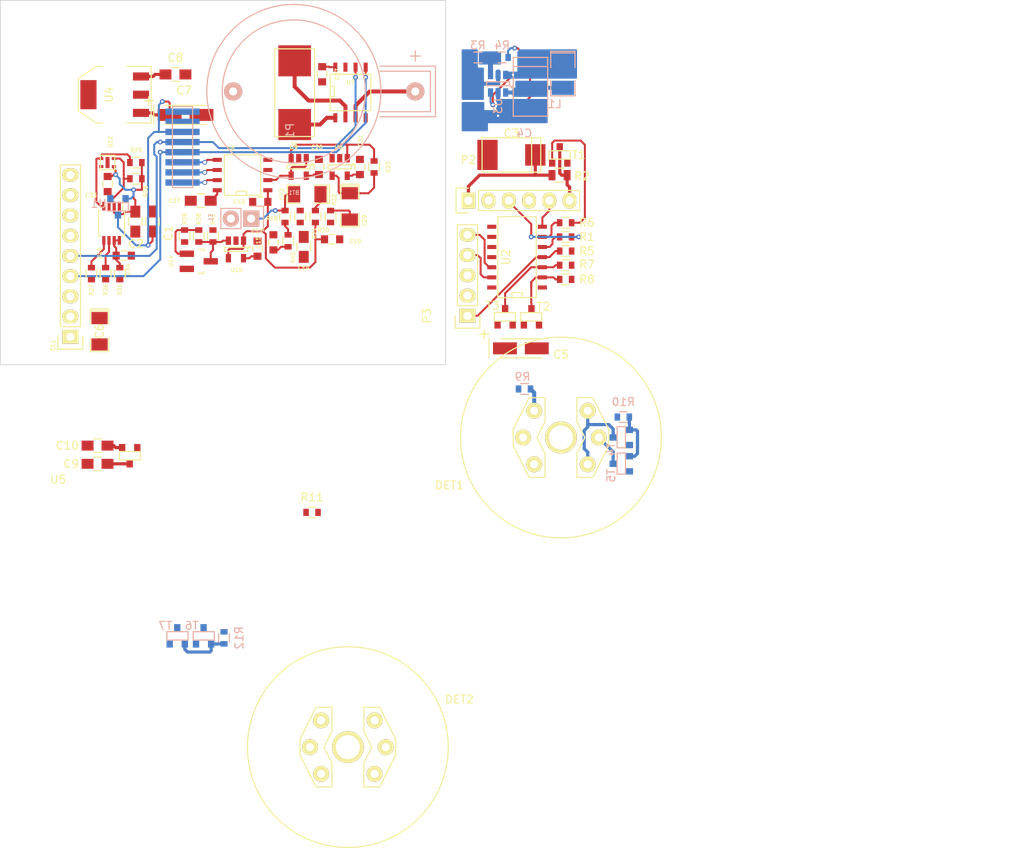
<source format=kicad_pcb>
(kicad_pcb (version 4) (host pcbnew no-vcs-found-product)

  (general
    (links 186)
    (no_connects 98)
    (area 157.429999 55.194999 213.410001 101.015001)
    (thickness 1.6)
    (drawings 6)
    (tracks 382)
    (zones 0)
    (modules 79)
    (nets 52)
  )

  (page A4)
  (layers
    (0 F.Cu signal)
    (31 B.Cu signal)
    (32 B.Adhes user)
    (33 F.Adhes user)
    (34 B.Paste user)
    (35 F.Paste user)
    (36 B.SilkS user)
    (37 F.SilkS user)
    (38 B.Mask user)
    (39 F.Mask user)
    (40 Dwgs.User user hide)
    (41 Cmts.User user)
    (42 Eco1.User user hide)
    (43 Eco2.User user hide)
    (44 Edge.Cuts user)
    (45 Margin user hide)
    (46 B.CrtYd user hide)
    (47 F.CrtYd user)
    (48 B.Fab user hide)
    (49 F.Fab user hide)
  )

  (setup
    (last_trace_width 0.25)
    (user_trace_width 0.4)
    (user_trace_width 0.5)
    (user_trace_width 0.7)
    (user_trace_width 1)
    (user_trace_width 2)
    (trace_clearance 0.2)
    (zone_clearance 0.25)
    (zone_45_only no)
    (trace_min 0.2)
    (segment_width 0.2)
    (edge_width 0.1)
    (via_size 0.6)
    (via_drill 0.4)
    (via_min_size 0.4)
    (via_min_drill 0.3)
    (user_via 0.6 0.3)
    (uvia_size 0.3)
    (uvia_drill 0.1)
    (uvias_allowed no)
    (uvia_min_size 0.2)
    (uvia_min_drill 0.1)
    (pcb_text_width 0.3)
    (pcb_text_size 1.5 1.5)
    (mod_edge_width 0.15)
    (mod_text_size 0.5 0.5)
    (mod_text_width 0.1)
    (pad_size 0.87 1.3)
    (pad_drill 0)
    (pad_to_mask_clearance 0)
    (aux_axis_origin 0 0)
    (grid_origin -81.28 267.335)
    (visible_elements FFFEF6EF)
    (pcbplotparams
      (layerselection 0x00030_80000001)
      (usegerberextensions false)
      (excludeedgelayer true)
      (linewidth 0.100000)
      (plotframeref false)
      (viasonmask false)
      (mode 1)
      (useauxorigin false)
      (hpglpennumber 1)
      (hpglpenspeed 20)
      (hpglpendiameter 15)
      (hpglpenoverlay 2)
      (psnegative false)
      (psa4output false)
      (plotreference true)
      (plotvalue true)
      (plotinvisibletext false)
      (padsonsilk false)
      (subtractmaskfromsilk false)
      (outputformat 1)
      (mirror false)
      (drillshape 1)
      (scaleselection 1)
      (outputdirectory ""))
  )

  (net 0 "")
  (net 1 GND)
  (net 2 "Net-(BT1-Pad1)")
  (net 3 VDD)
  (net 4 "Net-(C22-Pad1)")
  (net 5 "Net-(C22-Pad2)")
  (net 6 "Net-(C29-Pad1)")
  (net 7 "Net-(C29-Pad2)")
  (net 8 +1V8)
  (net 9 "Net-(C34-Pad1)")
  (net 10 SDA)
  (net 11 SCL)
  (net 12 "Net-(R25-Pad1)")
  (net 13 SCL1.8)
  (net 14 SDA1.8)
  (net 15 CLOCK)
  (net 16 ADCDATA)
  (net 17 SUSPEND)
  (net 18 INP)
  (net 19 "Net-(U7-Pad2)")
  (net 20 "Net-(U7-Pad1)")
  (net 21 ADCREF)
  (net 22 "Net-(R38-Pad1)")
  (net 23 "Net-(R38-Pad2)")
  (net 24 "Net-(C14-Pad1)")
  (net 25 MAIN_VOL)
  (net 26 "Net-(C3-Pad1)")
  (net 27 +5V)
  (net 28 "Net-(L1-Pad2)")
  (net 29 "Net-(P2-Pad3)")
  (net 30 DUSTOUT)
  (net 31 RESETSIG)
  (net 32 ADDDATA)
  (net 33 ADDCLK)
  (net 34 TRIG)
  (net 35 "Net-(R3-Pad2)")
  (net 36 "Net-(P2-Pad6)")
  (net 37 CONTROL)
  (net 38 "Net-(R6-Pad2)")
  (net 39 SDA5)
  (net 40 SCL5)
  (net 41 VPP)
  (net 42 "Net-(DET1-PadH1)")
  (net 43 SENSAN1)
  (net 44 "Net-(DET1-PadA)")
  (net 45 "Net-(DET2-PadH1)")
  (net 46 SENSAN2)
  (net 47 "Net-(DET2-PadA)")
  (net 48 "Net-(R10-Pad1)")
  (net 49 DRV1)
  (net 50 "Net-(R12-Pad1)")
  (net 51 DRV2)

  (net_class Default "To jest domyślna klasa połączeń."
    (clearance 0.2)
    (trace_width 0.25)
    (via_dia 0.6)
    (via_drill 0.4)
    (uvia_dia 0.3)
    (uvia_drill 0.1)
    (add_net +1V8)
    (add_net +5V)
    (add_net ADCDATA)
    (add_net ADCREF)
    (add_net ADDCLK)
    (add_net ADDDATA)
    (add_net CLOCK)
    (add_net CONTROL)
    (add_net DRV1)
    (add_net DRV2)
    (add_net DUSTOUT)
    (add_net GND)
    (add_net INP)
    (add_net MAIN_VOL)
    (add_net "Net-(BT1-Pad1)")
    (add_net "Net-(C14-Pad1)")
    (add_net "Net-(C22-Pad1)")
    (add_net "Net-(C22-Pad2)")
    (add_net "Net-(C29-Pad1)")
    (add_net "Net-(C29-Pad2)")
    (add_net "Net-(C3-Pad1)")
    (add_net "Net-(C34-Pad1)")
    (add_net "Net-(DET1-PadA)")
    (add_net "Net-(DET1-PadH1)")
    (add_net "Net-(DET2-PadA)")
    (add_net "Net-(DET2-PadH1)")
    (add_net "Net-(L1-Pad2)")
    (add_net "Net-(P2-Pad3)")
    (add_net "Net-(P2-Pad6)")
    (add_net "Net-(R10-Pad1)")
    (add_net "Net-(R12-Pad1)")
    (add_net "Net-(R25-Pad1)")
    (add_net "Net-(R3-Pad2)")
    (add_net "Net-(R38-Pad1)")
    (add_net "Net-(R38-Pad2)")
    (add_net "Net-(R6-Pad2)")
    (add_net "Net-(U7-Pad1)")
    (add_net "Net-(U7-Pad2)")
    (add_net RESETSIG)
    (add_net SCL)
    (add_net SCL1.8)
    (add_net SCL5)
    (add_net SDA)
    (add_net SDA1.8)
    (add_net SDA5)
    (add_net SENSAN1)
    (add_net SENSAN2)
    (add_net SUSPEND)
    (add_net TRIG)
    (add_net VDD)
    (add_net VPP)
  )

  (module Discret:CR2032H (layer B.Cu) (tedit 0) (tstamp 559A5C87)
    (at 194.31 66.675)
    (path /55972ECC)
    (fp_text reference BT1 (at 0 12.7) (layer B.SilkS)
      (effects (font (size 0.5 0.5) (thickness 0.1)) (justify mirror))
    )
    (fp_text value Battery (at 0 -12.7) (layer B.Fab)
      (effects (font (size 1 1) (thickness 0.15)) (justify mirror))
    )
    (fp_line (start 15.24 -3.81) (end 15.24 -5.08) (layer B.SilkS) (width 0.15))
    (fp_line (start 14.605 -4.445) (end 15.875 -4.445) (layer B.SilkS) (width 0.15))
    (fp_line (start 10.795 2.54) (end 17.145 2.54) (layer B.SilkS) (width 0.15))
    (fp_line (start 17.145 2.54) (end 17.145 -2.54) (layer B.SilkS) (width 0.15))
    (fp_line (start 17.145 -2.54) (end 10.795 -2.54) (layer B.SilkS) (width 0.15))
    (fp_line (start 17.145 3.175) (end 17.78 3.175) (layer B.SilkS) (width 0.15))
    (fp_line (start 17.78 3.175) (end 17.78 -3.175) (layer B.SilkS) (width 0.15))
    (fp_line (start 17.78 -3.175) (end 17.145 -3.175) (layer B.SilkS) (width 0.15))
    (fp_line (start 15.875 3.175) (end 17.145 3.175) (layer B.SilkS) (width 0.15))
    (fp_line (start 17.145 -3.175) (end 10.795 -3.175) (layer B.SilkS) (width 0.15))
    (fp_line (start 10.795 3.175) (end 15.875 3.175) (layer B.SilkS) (width 0.15))
    (fp_circle (center 0 0) (end -1.27 8.89) (layer B.SilkS) (width 0.15))
    (fp_circle (center 0 0) (end 6.35 -8.89) (layer B.SilkS) (width 0.15))
    (pad 2 thru_hole circle (at -7.62 0) (size 2.286 2.286) (drill 1.016) (layers *.Cu *.Mask B.SilkS)
      (net 1 GND))
    (pad 1 thru_hole circle (at 15.24 0) (size 2.286 2.286) (drill 1.016) (layers *.Cu *.Mask B.SilkS)
      (net 2 "Net-(BT1-Pad1)"))
  )

  (module Capacitors_SMD:C_0603_HandSoldering locked (layer F.Cu) (tedit 559E24F0) (tstamp 559A5D67)
    (at 189.746267 86.404696 90)
    (descr "Capacitor SMD 0603, hand soldering")
    (tags "capacitor 0603")
    (path /55A2164F)
    (attr smd)
    (fp_text reference C17 (at 2.19075 -0.03175 180) (layer F.SilkS)
      (effects (font (size 0.5 0.5) (thickness 0.1)))
    )
    (fp_text value 100N (at 0 1.9 90) (layer F.Fab)
      (effects (font (size 1 1) (thickness 0.15)))
    )
    (fp_line (start -1.85 -0.75) (end 1.85 -0.75) (layer F.CrtYd) (width 0.05))
    (fp_line (start -1.85 0.75) (end 1.85 0.75) (layer F.CrtYd) (width 0.05))
    (fp_line (start -1.85 -0.75) (end -1.85 0.75) (layer F.CrtYd) (width 0.05))
    (fp_line (start 1.85 -0.75) (end 1.85 0.75) (layer F.CrtYd) (width 0.05))
    (fp_line (start -0.35 -0.6) (end 0.35 -0.6) (layer F.SilkS) (width 0.15))
    (fp_line (start 0.35 0.6) (end -0.35 0.6) (layer F.SilkS) (width 0.15))
    (pad 1 smd rect (at -0.95 0 90) (size 0.9 1) (layers F.Cu F.Paste F.Mask)
      (net 3 VDD))
    (pad 2 smd rect (at 0.95 0 90) (size 0.9 1) (layers F.Cu F.Paste F.Mask)
      (net 1 GND))
    (model Capacitors_SMD.3dshapes/C_0603_HandSoldering.wrl
      (at (xyz 0 0 0))
      (scale (xyz 1 1 1))
      (rotate (xyz 0 0 0))
    )
  )

  (module SMD_Packages:SMD-1206_Pol (layer F.Cu) (tedit 559D05D8) (tstamp 559A5DA6)
    (at 196.001017 79.578446 180)
    (path /5595F9E5)
    (attr smd)
    (fp_text reference C22 (at 3.175 0 270) (layer F.SilkS)
      (effects (font (size 0.5 0.5) (thickness 0.1)))
    )
    (fp_text value 10U (at 0 0 180) (layer F.Fab)
      (effects (font (size 1 1) (thickness 0.15)))
    )
    (fp_line (start -2.54 -1.143) (end -2.794 -1.143) (layer F.SilkS) (width 0.15))
    (fp_line (start -2.794 -1.143) (end -2.794 1.143) (layer F.SilkS) (width 0.15))
    (fp_line (start -2.794 1.143) (end -2.54 1.143) (layer F.SilkS) (width 0.15))
    (fp_line (start -2.54 -1.143) (end -2.54 1.143) (layer F.SilkS) (width 0.15))
    (fp_line (start -2.54 1.143) (end -0.889 1.143) (layer F.SilkS) (width 0.15))
    (fp_line (start 0.889 -1.143) (end 2.54 -1.143) (layer F.SilkS) (width 0.15))
    (fp_line (start 2.54 -1.143) (end 2.54 1.143) (layer F.SilkS) (width 0.15))
    (fp_line (start 2.54 1.143) (end 0.889 1.143) (layer F.SilkS) (width 0.15))
    (fp_line (start -0.889 -1.143) (end -2.54 -1.143) (layer F.SilkS) (width 0.15))
    (pad 1 smd rect (at -1.651 0 180) (size 1.524 2.032) (layers F.Cu F.Paste F.Mask)
      (net 4 "Net-(C22-Pad1)"))
    (pad 2 smd rect (at 1.651 0 180) (size 1.524 2.032) (layers F.Cu F.Paste F.Mask)
      (net 5 "Net-(C22-Pad2)"))
    (model SMD_Packages.3dshapes/SMD-1206_Pol.wrl
      (at (xyz 0 0 0))
      (scale (xyz 0.17 0.16 0.16))
      (rotate (xyz 0 0 0))
    )
  )

  (module Capacitors_SMD:C_0603_HandSoldering (layer F.Cu) (tedit 559D103E) (tstamp 559A5DD6)
    (at 197.461517 76.149446 90)
    (descr "Capacitor SMD 0603, hand soldering")
    (tags "capacitor 0603")
    (path /559B20A6)
    (attr smd)
    (fp_text reference C26 (at 2.4765 -0.254 360) (layer F.SilkS)
      (effects (font (size 0.5 0.5) (thickness 0.1)))
    )
    (fp_text value 100N (at 0 1.9 90) (layer F.Fab)
      (effects (font (size 1 1) (thickness 0.15)))
    )
    (fp_line (start -1.85 -0.75) (end 1.85 -0.75) (layer F.CrtYd) (width 0.05))
    (fp_line (start -1.85 0.75) (end 1.85 0.75) (layer F.CrtYd) (width 0.05))
    (fp_line (start -1.85 -0.75) (end -1.85 0.75) (layer F.CrtYd) (width 0.05))
    (fp_line (start 1.85 -0.75) (end 1.85 0.75) (layer F.CrtYd) (width 0.05))
    (fp_line (start -0.35 -0.6) (end 0.35 -0.6) (layer F.SilkS) (width 0.15))
    (fp_line (start 0.35 0.6) (end -0.35 0.6) (layer F.SilkS) (width 0.15))
    (pad 1 smd rect (at -0.95 0 90) (size 0.9 1) (layers F.Cu F.Paste F.Mask)
      (net 3 VDD))
    (pad 2 smd rect (at 0.95 0 90) (size 0.9 1) (layers F.Cu F.Paste F.Mask)
      (net 1 GND))
    (model Capacitors_SMD.3dshapes/C_0603_HandSoldering.wrl
      (at (xyz 0 0 0))
      (scale (xyz 1 1 1))
      (rotate (xyz 0 0 0))
    )
  )

  (module Capacitors_SMD:C_0603_HandSoldering (layer F.Cu) (tedit 541A9B4D) (tstamp 559A5DE2)
    (at 197.866 64.516 270)
    (descr "Capacitor SMD 0603, hand soldering")
    (tags "capacitor 0603")
    (path /559E405A)
    (attr smd)
    (fp_text reference C27 (at 0 -1.9 270) (layer F.SilkS)
      (effects (font (size 0.5 0.5) (thickness 0.1)))
    )
    (fp_text value 100N (at 0 1.9 270) (layer F.Fab)
      (effects (font (size 1 1) (thickness 0.15)))
    )
    (fp_line (start -1.85 -0.75) (end 1.85 -0.75) (layer F.CrtYd) (width 0.05))
    (fp_line (start -1.85 0.75) (end 1.85 0.75) (layer F.CrtYd) (width 0.05))
    (fp_line (start -1.85 -0.75) (end -1.85 0.75) (layer F.CrtYd) (width 0.05))
    (fp_line (start 1.85 -0.75) (end 1.85 0.75) (layer F.CrtYd) (width 0.05))
    (fp_line (start -0.35 -0.6) (end 0.35 -0.6) (layer F.SilkS) (width 0.15))
    (fp_line (start 0.35 0.6) (end -0.35 0.6) (layer F.SilkS) (width 0.15))
    (pad 1 smd rect (at -0.95 0 270) (size 0.9 1) (layers F.Cu F.Paste F.Mask)
      (net 3 VDD))
    (pad 2 smd rect (at 0.95 0 270) (size 0.9 1) (layers F.Cu F.Paste F.Mask)
      (net 1 GND))
    (model Capacitors_SMD.3dshapes/C_0603_HandSoldering.wrl
      (at (xyz 0 0 0))
      (scale (xyz 1 1 1))
      (rotate (xyz 0 0 0))
    )
  )

  (module SMD_Packages:SMD-1206_Pol (layer F.Cu) (tedit 559E2963) (tstamp 559A5E00)
    (at 201.335017 81.102446 270)
    (path /559774C7)
    (attr smd)
    (fp_text reference C29 (at 1.778 -1.8415 270) (layer F.SilkS)
      (effects (font (size 0.5 0.5) (thickness 0.1)))
    )
    (fp_text value 10U (at 0 0 270) (layer F.Fab)
      (effects (font (size 1 1) (thickness 0.15)))
    )
    (fp_line (start -2.54 -1.143) (end -2.794 -1.143) (layer F.SilkS) (width 0.15))
    (fp_line (start -2.794 -1.143) (end -2.794 1.143) (layer F.SilkS) (width 0.15))
    (fp_line (start -2.794 1.143) (end -2.54 1.143) (layer F.SilkS) (width 0.15))
    (fp_line (start -2.54 -1.143) (end -2.54 1.143) (layer F.SilkS) (width 0.15))
    (fp_line (start -2.54 1.143) (end -0.889 1.143) (layer F.SilkS) (width 0.15))
    (fp_line (start 0.889 -1.143) (end 2.54 -1.143) (layer F.SilkS) (width 0.15))
    (fp_line (start 2.54 -1.143) (end 2.54 1.143) (layer F.SilkS) (width 0.15))
    (fp_line (start 2.54 1.143) (end 0.889 1.143) (layer F.SilkS) (width 0.15))
    (fp_line (start -0.889 -1.143) (end -2.54 -1.143) (layer F.SilkS) (width 0.15))
    (pad 1 smd rect (at -1.651 0 270) (size 1.524 2.032) (layers F.Cu F.Paste F.Mask)
      (net 6 "Net-(C29-Pad1)"))
    (pad 2 smd rect (at 1.651 0 270) (size 1.524 2.032) (layers F.Cu F.Paste F.Mask)
      (net 7 "Net-(C29-Pad2)"))
    (model SMD_Packages.3dshapes/SMD-1206_Pol.wrl
      (at (xyz 0 0 0))
      (scale (xyz 0.17 0.16 0.16))
      (rotate (xyz 0 0 0))
    )
  )

  (module Capacitors_SMD:C_0603_HandSoldering (layer F.Cu) (tedit 559D2772) (tstamp 559A5E36)
    (at 170.942 78.293 270)
    (descr "Capacitor SMD 0603, hand soldering")
    (tags "capacitor 0603")
    (path /559C171B)
    (attr smd)
    (fp_text reference C33 (at 1.4224 2.0828 540) (layer F.SilkS)
      (effects (font (size 0.5 0.5) (thickness 0.1)))
    )
    (fp_text value 100N (at 0 1.9 270) (layer F.Fab)
      (effects (font (size 1 1) (thickness 0.15)))
    )
    (fp_line (start -1.85 -0.75) (end 1.85 -0.75) (layer F.CrtYd) (width 0.05))
    (fp_line (start -1.85 0.75) (end 1.85 0.75) (layer F.CrtYd) (width 0.05))
    (fp_line (start -1.85 -0.75) (end -1.85 0.75) (layer F.CrtYd) (width 0.05))
    (fp_line (start 1.85 -0.75) (end 1.85 0.75) (layer F.CrtYd) (width 0.05))
    (fp_line (start -0.35 -0.6) (end 0.35 -0.6) (layer F.SilkS) (width 0.15))
    (fp_line (start 0.35 0.6) (end -0.35 0.6) (layer F.SilkS) (width 0.15))
    (pad 1 smd rect (at -0.95 0 270) (size 0.9 1) (layers F.Cu F.Paste F.Mask)
      (net 8 +1V8))
    (pad 2 smd rect (at 0.95 0 270) (size 0.9 1) (layers F.Cu F.Paste F.Mask)
      (net 1 GND))
    (model Capacitors_SMD.3dshapes/C_0603_HandSoldering.wrl
      (at (xyz 0 0 0))
      (scale (xyz 1 1 1))
      (rotate (xyz 0 0 0))
    )
  )

  (module Capacitors_SMD:C_0603_HandSoldering (layer F.Cu) (tedit 559A8B55) (tstamp 559A5E42)
    (at 172.96045 87.280619)
    (descr "Capacitor SMD 0603, hand soldering")
    (tags "capacitor 0603")
    (path /55943B3B)
    (attr smd)
    (fp_text reference C34 (at 0.52155 1.746381 90) (layer F.SilkS)
      (effects (font (size 0.5 0.5) (thickness 0.1)))
    )
    (fp_text value 100P (at 0 1.9) (layer F.Fab)
      (effects (font (size 1 1) (thickness 0.15)))
    )
    (fp_line (start -1.85 -0.75) (end 1.85 -0.75) (layer F.CrtYd) (width 0.05))
    (fp_line (start -1.85 0.75) (end 1.85 0.75) (layer F.CrtYd) (width 0.05))
    (fp_line (start -1.85 -0.75) (end -1.85 0.75) (layer F.CrtYd) (width 0.05))
    (fp_line (start 1.85 -0.75) (end 1.85 0.75) (layer F.CrtYd) (width 0.05))
    (fp_line (start -0.35 -0.6) (end 0.35 -0.6) (layer F.SilkS) (width 0.15))
    (fp_line (start 0.35 0.6) (end -0.35 0.6) (layer F.SilkS) (width 0.15))
    (pad 1 smd rect (at -0.95 0) (size 0.9 1) (layers F.Cu F.Paste F.Mask)
      (net 9 "Net-(C34-Pad1)"))
    (pad 2 smd rect (at 0.95 0) (size 0.9 1) (layers F.Cu F.Paste F.Mask)
      (net 1 GND))
    (model Capacitors_SMD.3dshapes/C_0603_HandSoldering.wrl
      (at (xyz 0 0 0))
      (scale (xyz 1 1 1))
      (rotate (xyz 0 0 0))
    )
  )

  (module Socket_Strips:Socket_Strip_Straight_1x09 (layer F.Cu) (tedit 559E2572) (tstamp 559A5E75)
    (at 166.263607 97.474132 90)
    (descr "Through hole socket strip")
    (tags "socket strip")
    (path /559285F5)
    (fp_text reference CE1 (at -1.0795 -2.159 90) (layer F.SilkS)
      (effects (font (size 0.5 0.5) (thickness 0.1)))
    )
    (fp_text value POLOLU-2126 (at 0 -3.1 90) (layer F.Fab)
      (effects (font (size 1 1) (thickness 0.15)))
    )
    (fp_line (start -1.75 -1.75) (end -1.75 1.75) (layer F.CrtYd) (width 0.05))
    (fp_line (start 22.1 -1.75) (end 22.1 1.75) (layer F.CrtYd) (width 0.05))
    (fp_line (start -1.75 -1.75) (end 22.1 -1.75) (layer F.CrtYd) (width 0.05))
    (fp_line (start -1.75 1.75) (end 22.1 1.75) (layer F.CrtYd) (width 0.05))
    (fp_line (start 1.27 1.27) (end 21.59 1.27) (layer F.SilkS) (width 0.15))
    (fp_line (start 21.59 1.27) (end 21.59 -1.27) (layer F.SilkS) (width 0.15))
    (fp_line (start 21.59 -1.27) (end 1.27 -1.27) (layer F.SilkS) (width 0.15))
    (fp_line (start -1.55 1.55) (end 0 1.55) (layer F.SilkS) (width 0.15))
    (fp_line (start 1.27 1.27) (end 1.27 -1.27) (layer F.SilkS) (width 0.15))
    (fp_line (start 0 -1.55) (end -1.55 -1.55) (layer F.SilkS) (width 0.15))
    (fp_line (start -1.55 -1.55) (end -1.55 1.55) (layer F.SilkS) (width 0.15))
    (pad 1 thru_hole rect (at 0 0 90) (size 1.7272 2.032) (drill 1.016) (layers *.Cu *.Mask F.SilkS))
    (pad 2 thru_hole oval (at 2.54 0 90) (size 1.7272 2.032) (drill 1.016) (layers *.Cu *.Mask F.SilkS)
      (net 3 VDD))
    (pad 3 thru_hole oval (at 5.08 0 90) (size 1.7272 2.032) (drill 1.016) (layers *.Cu *.Mask F.SilkS)
      (net 1 GND))
    (pad 4 thru_hole oval (at 7.62 0 90) (size 1.7272 2.032) (drill 1.016) (layers *.Cu *.Mask F.SilkS)
      (net 10 SDA))
    (pad 5 thru_hole oval (at 10.16 0 90) (size 1.7272 2.032) (drill 1.016) (layers *.Cu *.Mask F.SilkS)
      (net 11 SCL))
    (pad 6 thru_hole oval (at 12.7 0 90) (size 1.7272 2.032) (drill 1.016) (layers *.Cu *.Mask F.SilkS))
    (pad 7 thru_hole oval (at 15.24 0 90) (size 1.7272 2.032) (drill 1.016) (layers *.Cu *.Mask F.SilkS))
    (pad 8 thru_hole oval (at 17.78 0 90) (size 1.7272 2.032) (drill 1.016) (layers *.Cu *.Mask F.SilkS))
    (pad 9 thru_hole oval (at 20.32 0 90) (size 1.7272 2.032) (drill 1.016) (layers *.Cu *.Mask F.SilkS))
    (model Socket_Strips.3dshapes/Socket_Strip_Straight_1x09.wrl
      (at (xyz 0.4 0 0))
      (scale (xyz 1 1 1))
      (rotate (xyz 0 0 180))
    )
  )

  (module Pin_Headers:Pin_Header_Straight_1x02 (layer B.Cu) (tedit 559D037E) (tstamp 559A5F0C)
    (at 188.952517 82.626446 90)
    (descr "Through hole pin header")
    (tags "pin header")
    (path /5595DA45)
    (fp_text reference E1 (at 0.127 -5.08 90) (layer B.SilkS)
      (effects (font (size 0.5 0.5) (thickness 0.1)) (justify mirror))
    )
    (fp_text value ELECTRET (at 0 3.1 90) (layer B.Fab)
      (effects (font (size 1 1) (thickness 0.15)) (justify mirror))
    )
    (fp_line (start 1.27 -1.27) (end 1.27 -3.81) (layer B.SilkS) (width 0.15))
    (fp_line (start 1.55 1.55) (end 1.55 0) (layer B.SilkS) (width 0.15))
    (fp_line (start -1.75 1.75) (end -1.75 -4.3) (layer B.CrtYd) (width 0.05))
    (fp_line (start 1.75 1.75) (end 1.75 -4.3) (layer B.CrtYd) (width 0.05))
    (fp_line (start -1.75 1.75) (end 1.75 1.75) (layer B.CrtYd) (width 0.05))
    (fp_line (start -1.75 -4.3) (end 1.75 -4.3) (layer B.CrtYd) (width 0.05))
    (fp_line (start 1.27 -1.27) (end -1.27 -1.27) (layer B.SilkS) (width 0.15))
    (fp_line (start -1.55 0) (end -1.55 1.55) (layer B.SilkS) (width 0.15))
    (fp_line (start -1.55 1.55) (end 1.55 1.55) (layer B.SilkS) (width 0.15))
    (fp_line (start -1.27 -1.27) (end -1.27 -3.81) (layer B.SilkS) (width 0.15))
    (fp_line (start -1.27 -3.81) (end 1.27 -3.81) (layer B.SilkS) (width 0.15))
    (pad 1 thru_hole rect (at 0 0 90) (size 2.032 2.032) (drill 1.016) (layers *.Cu *.Mask B.SilkS)
      (net 5 "Net-(C22-Pad2)"))
    (pad 2 thru_hole oval (at 0 -2.54 90) (size 2.032 2.032) (drill 1.016) (layers *.Cu *.Mask B.SilkS)
      (net 1 GND))
    (model Pin_Headers.3dshapes/Pin_Header_Straight_1x02.wrl
      (at (xyz 0 -0.05 0))
      (scale (xyz 1 1 1))
      (rotate (xyz 0 0 90))
    )
  )

  (module Resistors_SMD:R_0603 (layer F.Cu) (tedit 559E29CD) (tstamp 559A6066)
    (at 193.207017 82.372446 90)
    (descr "Resistor SMD 0603, reflow soldering, Vishay (see dcrcw.pdf)")
    (tags "resistor 0603")
    (path /5595E60D)
    (attr smd)
    (fp_text reference R18 (at -0.254 -1.651 360) (layer F.SilkS)
      (effects (font (size 0.5 0.5) (thickness 0.1)))
    )
    (fp_text value 2,2K (at 0 1.9 90) (layer F.Fab)
      (effects (font (size 1 1) (thickness 0.15)))
    )
    (fp_line (start -1.3 -0.8) (end 1.3 -0.8) (layer F.CrtYd) (width 0.05))
    (fp_line (start -1.3 0.8) (end 1.3 0.8) (layer F.CrtYd) (width 0.05))
    (fp_line (start -1.3 -0.8) (end -1.3 0.8) (layer F.CrtYd) (width 0.05))
    (fp_line (start 1.3 -0.8) (end 1.3 0.8) (layer F.CrtYd) (width 0.05))
    (fp_line (start 0.5 0.675) (end -0.5 0.675) (layer F.SilkS) (width 0.15))
    (fp_line (start -0.5 -0.675) (end 0.5 -0.675) (layer F.SilkS) (width 0.15))
    (pad 1 smd rect (at -0.75 0 90) (size 0.7 0.9) (layers F.Cu F.Paste F.Mask)
      (net 24 "Net-(C14-Pad1)"))
    (pad 2 smd rect (at 0.75 0 90) (size 0.7 0.9) (layers F.Cu F.Paste F.Mask)
      (net 5 "Net-(C22-Pad2)"))
    (model Resistors_SMD.3dshapes/R_0603.wrl
      (at (xyz 0 0 0))
      (scale (xyz 1 1 1))
      (rotate (xyz 0 0 0))
    )
  )

  (module Resistors_SMD:R_0603 (layer F.Cu) (tedit 559E294F) (tstamp 559A607E)
    (at 197.017017 82.372446 90)
    (descr "Resistor SMD 0603, reflow soldering, Vishay (see dcrcw.pdf)")
    (tags "resistor 0603")
    (path /55966456)
    (attr smd)
    (fp_text reference R20 (at -1.7145 1.016 180) (layer F.SilkS)
      (effects (font (size 0.5 0.5) (thickness 0.1)))
    )
    (fp_text value 47K (at 0 1.9 90) (layer F.Fab)
      (effects (font (size 1 1) (thickness 0.15)))
    )
    (fp_line (start -1.3 -0.8) (end 1.3 -0.8) (layer F.CrtYd) (width 0.05))
    (fp_line (start -1.3 0.8) (end 1.3 0.8) (layer F.CrtYd) (width 0.05))
    (fp_line (start -1.3 -0.8) (end -1.3 0.8) (layer F.CrtYd) (width 0.05))
    (fp_line (start 1.3 -0.8) (end 1.3 0.8) (layer F.CrtYd) (width 0.05))
    (fp_line (start 0.5 0.675) (end -0.5 0.675) (layer F.SilkS) (width 0.15))
    (fp_line (start -0.5 -0.675) (end 0.5 -0.675) (layer F.SilkS) (width 0.15))
    (pad 1 smd rect (at -0.75 0 90) (size 0.7 0.9) (layers F.Cu F.Paste F.Mask)
      (net 21 ADCREF))
    (pad 2 smd rect (at 0.75 0 90) (size 0.7 0.9) (layers F.Cu F.Paste F.Mask)
      (net 4 "Net-(C22-Pad1)"))
    (model Resistors_SMD.3dshapes/R_0603.wrl
      (at (xyz 0 0 0))
      (scale (xyz 1 1 1))
      (rotate (xyz 0 0 0))
    )
  )

  (module Resistors_SMD:R_0603 (layer F.Cu) (tedit 559E2957) (tstamp 559A608A)
    (at 195.112017 82.372446 270)
    (descr "Resistor SMD 0603, reflow soldering, Vishay (see dcrcw.pdf)")
    (tags "resistor 0603")
    (path /559666B6)
    (attr smd)
    (fp_text reference R21 (at 2.0955 -1.778 270) (layer F.SilkS)
      (effects (font (size 0.5 0.5) (thickness 0.1)))
    )
    (fp_text value 47K (at 0 1.9 270) (layer F.Fab)
      (effects (font (size 1 1) (thickness 0.15)))
    )
    (fp_line (start -1.3 -0.8) (end 1.3 -0.8) (layer F.CrtYd) (width 0.05))
    (fp_line (start -1.3 0.8) (end 1.3 0.8) (layer F.CrtYd) (width 0.05))
    (fp_line (start -1.3 -0.8) (end -1.3 0.8) (layer F.CrtYd) (width 0.05))
    (fp_line (start 1.3 -0.8) (end 1.3 0.8) (layer F.CrtYd) (width 0.05))
    (fp_line (start 0.5 0.675) (end -0.5 0.675) (layer F.SilkS) (width 0.15))
    (fp_line (start -0.5 -0.675) (end 0.5 -0.675) (layer F.SilkS) (width 0.15))
    (pad 1 smd rect (at -0.75 0 270) (size 0.7 0.9) (layers F.Cu F.Paste F.Mask)
      (net 4 "Net-(C22-Pad1)"))
    (pad 2 smd rect (at 0.75 0 270) (size 0.7 0.9) (layers F.Cu F.Paste F.Mask)
      (net 1 GND))
    (model Resistors_SMD.3dshapes/R_0603.wrl
      (at (xyz 0 0 0))
      (scale (xyz 1 1 1))
      (rotate (xyz 0 0 0))
    )
  )

  (module Resistors_SMD:R_0603 (layer F.Cu) (tedit 559E2960) (tstamp 559A6096)
    (at 198.922017 82.372446 90)
    (descr "Resistor SMD 0603, reflow soldering, Vishay (see dcrcw.pdf)")
    (tags "resistor 0603")
    (path /559757CF)
    (attr smd)
    (fp_text reference R22 (at 2.0955 0.4445 270) (layer F.SilkS)
      (effects (font (size 0.5 0.5) (thickness 0.1)))
    )
    (fp_text value 22 (at 0 1.9 90) (layer F.Fab)
      (effects (font (size 1 1) (thickness 0.15)))
    )
    (fp_line (start -1.3 -0.8) (end 1.3 -0.8) (layer F.CrtYd) (width 0.05))
    (fp_line (start -1.3 0.8) (end 1.3 0.8) (layer F.CrtYd) (width 0.05))
    (fp_line (start -1.3 -0.8) (end -1.3 0.8) (layer F.CrtYd) (width 0.05))
    (fp_line (start 1.3 -0.8) (end 1.3 0.8) (layer F.CrtYd) (width 0.05))
    (fp_line (start 0.5 0.675) (end -0.5 0.675) (layer F.SilkS) (width 0.15))
    (fp_line (start -0.5 -0.675) (end 0.5 -0.675) (layer F.SilkS) (width 0.15))
    (pad 1 smd rect (at -0.75 0 90) (size 0.7 0.9) (layers F.Cu F.Paste F.Mask)
      (net 1 GND))
    (pad 2 smd rect (at 0.75 0 90) (size 0.7 0.9) (layers F.Cu F.Paste F.Mask)
      (net 7 "Net-(C29-Pad2)"))
    (model Resistors_SMD.3dshapes/R_0603.wrl
      (at (xyz 0 0 0))
      (scale (xyz 1 1 1))
      (rotate (xyz 0 0 0))
    )
  )

  (module Resistors_SMD:R_0603 (layer F.Cu) (tedit 559D058C) (tstamp 559A60BA)
    (at 204.383017 76.149446 270)
    (descr "Resistor SMD 0603, reflow soldering, Vishay (see dcrcw.pdf)")
    (tags "resistor 0603")
    (path /55973C84)
    (attr smd)
    (fp_text reference R25 (at 0 -1.778 270) (layer F.SilkS)
      (effects (font (size 0.5 0.5) (thickness 0.1)))
    )
    (fp_text value 1K (at 0 1.9 270) (layer F.Fab)
      (effects (font (size 1 1) (thickness 0.15)))
    )
    (fp_line (start -1.3 -0.8) (end 1.3 -0.8) (layer F.CrtYd) (width 0.05))
    (fp_line (start -1.3 0.8) (end 1.3 0.8) (layer F.CrtYd) (width 0.05))
    (fp_line (start -1.3 -0.8) (end -1.3 0.8) (layer F.CrtYd) (width 0.05))
    (fp_line (start 1.3 -0.8) (end 1.3 0.8) (layer F.CrtYd) (width 0.05))
    (fp_line (start 0.5 0.675) (end -0.5 0.675) (layer F.SilkS) (width 0.15))
    (fp_line (start -0.5 -0.675) (end 0.5 -0.675) (layer F.SilkS) (width 0.15))
    (pad 1 smd rect (at -0.75 0 270) (size 0.7 0.9) (layers F.Cu F.Paste F.Mask)
      (net 12 "Net-(R25-Pad1)"))
    (pad 2 smd rect (at 0.75 0 270) (size 0.7 0.9) (layers F.Cu F.Paste F.Mask)
      (net 6 "Net-(C29-Pad1)"))
    (model Resistors_SMD.3dshapes/R_0603.wrl
      (at (xyz 0 0 0))
      (scale (xyz 1 1 1))
      (rotate (xyz 0 0 0))
    )
  )

  (module Resistors_SMD:R_0603 (layer F.Cu) (tedit 55B0CCAA) (tstamp 559A60C6)
    (at 170.688 89.535 270)
    (descr "Resistor SMD 0603, reflow soldering, Vishay (see dcrcw.pdf)")
    (tags "resistor 0603")
    (path /5594DC18)
    (attr smd)
    (fp_text reference R26 (at 2.032 0 270) (layer F.SilkS)
      (effects (font (size 0.5 0.5) (thickness 0.1)))
    )
    (fp_text value 2,2k (at 2.54 0 360) (layer F.Fab)
      (effects (font (size 1 1) (thickness 0.15)))
    )
    (fp_line (start -1.3 -0.8) (end 1.3 -0.8) (layer F.CrtYd) (width 0.05))
    (fp_line (start -1.3 0.8) (end 1.3 0.8) (layer F.CrtYd) (width 0.05))
    (fp_line (start -1.3 -0.8) (end -1.3 0.8) (layer F.CrtYd) (width 0.05))
    (fp_line (start 1.3 -0.8) (end 1.3 0.8) (layer F.CrtYd) (width 0.05))
    (fp_line (start 0.5 0.675) (end -0.5 0.675) (layer F.SilkS) (width 0.15))
    (fp_line (start -0.5 -0.675) (end 0.5 -0.675) (layer F.SilkS) (width 0.15))
    (pad 1 smd rect (at -0.75 0 270) (size 0.7 0.9) (layers F.Cu F.Paste F.Mask)
      (net 11 SCL))
    (pad 2 smd rect (at 0.75 0 270) (size 0.7 0.9) (layers F.Cu F.Paste F.Mask)
      (net 3 VDD))
    (model Resistors_SMD.3dshapes/R_0603.wrl
      (at (xyz 0 0 0))
      (scale (xyz 1 1 1))
      (rotate (xyz 0 0 0))
    )
  )

  (module Resistors_SMD:R_0603 (layer F.Cu) (tedit 55B0CCA7) (tstamp 559A60D2)
    (at 168.91 89.535 270)
    (descr "Resistor SMD 0603, reflow soldering, Vishay (see dcrcw.pdf)")
    (tags "resistor 0603")
    (path /5594E6CD)
    (attr smd)
    (fp_text reference R27 (at 2.032 0 270) (layer F.SilkS)
      (effects (font (size 0.5 0.5) (thickness 0.1)))
    )
    (fp_text value 2,2k (at 2.54 1.524 360) (layer F.Fab)
      (effects (font (size 1 1) (thickness 0.15)))
    )
    (fp_line (start -1.3 -0.8) (end 1.3 -0.8) (layer F.CrtYd) (width 0.05))
    (fp_line (start -1.3 0.8) (end 1.3 0.8) (layer F.CrtYd) (width 0.05))
    (fp_line (start -1.3 -0.8) (end -1.3 0.8) (layer F.CrtYd) (width 0.05))
    (fp_line (start 1.3 -0.8) (end 1.3 0.8) (layer F.CrtYd) (width 0.05))
    (fp_line (start 0.5 0.675) (end -0.5 0.675) (layer F.SilkS) (width 0.15))
    (fp_line (start -0.5 -0.675) (end 0.5 -0.675) (layer F.SilkS) (width 0.15))
    (pad 1 smd rect (at -0.75 0 270) (size 0.7 0.9) (layers F.Cu F.Paste F.Mask)
      (net 10 SDA))
    (pad 2 smd rect (at 0.75 0 270) (size 0.7 0.9) (layers F.Cu F.Paste F.Mask)
      (net 3 VDD))
    (model Resistors_SMD.3dshapes/R_0603.wrl
      (at (xyz 0 0 0))
      (scale (xyz 1 1 1))
      (rotate (xyz 0 0 0))
    )
  )

  (module Resistors_SMD:R_0603 (layer F.Cu) (tedit 559A85E9) (tstamp 559A60DE)
    (at 174.48445 77.628619 180)
    (descr "Resistor SMD 0603, reflow soldering, Vishay (see dcrcw.pdf)")
    (tags "resistor 0603")
    (path /559417E3)
    (attr smd)
    (fp_text reference R28 (at -1.23275 -1.593981 270) (layer F.SilkS)
      (effects (font (size 0.5 0.5) (thickness 0.1)))
    )
    (fp_text value 2,2k (at -2.54 -1.524 270) (layer F.Fab)
      (effects (font (size 1 1) (thickness 0.15)))
    )
    (fp_line (start -1.3 -0.8) (end 1.3 -0.8) (layer F.CrtYd) (width 0.05))
    (fp_line (start -1.3 0.8) (end 1.3 0.8) (layer F.CrtYd) (width 0.05))
    (fp_line (start -1.3 -0.8) (end -1.3 0.8) (layer F.CrtYd) (width 0.05))
    (fp_line (start 1.3 -0.8) (end 1.3 0.8) (layer F.CrtYd) (width 0.05))
    (fp_line (start 0.5 0.675) (end -0.5 0.675) (layer F.SilkS) (width 0.15))
    (fp_line (start -0.5 -0.675) (end 0.5 -0.675) (layer F.SilkS) (width 0.15))
    (pad 1 smd rect (at -0.75 0 180) (size 0.7 0.9) (layers F.Cu F.Paste F.Mask)
      (net 8 +1V8))
    (pad 2 smd rect (at 0.75 0 180) (size 0.7 0.9) (layers F.Cu F.Paste F.Mask)
      (net 13 SCL1.8))
    (model Resistors_SMD.3dshapes/R_0603.wrl
      (at (xyz 0 0 0))
      (scale (xyz 1 1 1))
      (rotate (xyz 0 0 0))
    )
  )

  (module Resistors_SMD:R_0603 (layer F.Cu) (tedit 559D0D9A) (tstamp 559A60EA)
    (at 174.48445 75.596619 180)
    (descr "Resistor SMD 0603, reflow soldering, Vishay (see dcrcw.pdf)")
    (tags "resistor 0603")
    (path /55941A30)
    (attr smd)
    (fp_text reference R29 (at -0.0381 1.5748 180) (layer F.SilkS)
      (effects (font (size 0.5 0.5) (thickness 0.1)))
    )
    (fp_text value 2,2k (at -2.54 0.508 270) (layer F.Fab)
      (effects (font (size 1 1) (thickness 0.15)))
    )
    (fp_line (start -1.3 -0.8) (end 1.3 -0.8) (layer F.CrtYd) (width 0.05))
    (fp_line (start -1.3 0.8) (end 1.3 0.8) (layer F.CrtYd) (width 0.05))
    (fp_line (start -1.3 -0.8) (end -1.3 0.8) (layer F.CrtYd) (width 0.05))
    (fp_line (start 1.3 -0.8) (end 1.3 0.8) (layer F.CrtYd) (width 0.05))
    (fp_line (start 0.5 0.675) (end -0.5 0.675) (layer F.SilkS) (width 0.15))
    (fp_line (start -0.5 -0.675) (end 0.5 -0.675) (layer F.SilkS) (width 0.15))
    (pad 1 smd rect (at -0.75 0 180) (size 0.7 0.9) (layers F.Cu F.Paste F.Mask)
      (net 8 +1V8))
    (pad 2 smd rect (at 0.75 0 180) (size 0.7 0.9) (layers F.Cu F.Paste F.Mask)
      (net 14 SDA1.8))
    (model Resistors_SMD.3dshapes/R_0603.wrl
      (at (xyz 0 0 0))
      (scale (xyz 1 1 1))
      (rotate (xyz 0 0 0))
    )
  )

  (module Resistors_SMD:R_0603 (layer F.Cu) (tedit 55B0CC99) (tstamp 559A6102)
    (at 172.466 89.535 90)
    (descr "Resistor SMD 0603, reflow soldering, Vishay (see dcrcw.pdf)")
    (tags "resistor 0603")
    (path /55951432)
    (attr smd)
    (fp_text reference R31 (at -2.032 0 90) (layer F.SilkS)
      (effects (font (size 0.5 0.5) (thickness 0.1)))
    )
    (fp_text value 220K (at 0 1.9 90) (layer F.Fab)
      (effects (font (size 1 1) (thickness 0.15)))
    )
    (fp_line (start -1.3 -0.8) (end 1.3 -0.8) (layer F.CrtYd) (width 0.05))
    (fp_line (start -1.3 0.8) (end 1.3 0.8) (layer F.CrtYd) (width 0.05))
    (fp_line (start -1.3 -0.8) (end -1.3 0.8) (layer F.CrtYd) (width 0.05))
    (fp_line (start 1.3 -0.8) (end 1.3 0.8) (layer F.CrtYd) (width 0.05))
    (fp_line (start 0.5 0.675) (end -0.5 0.675) (layer F.SilkS) (width 0.15))
    (fp_line (start -0.5 -0.675) (end 0.5 -0.675) (layer F.SilkS) (width 0.15))
    (pad 1 smd rect (at -0.75 0 90) (size 0.7 0.9) (layers F.Cu F.Paste F.Mask)
      (net 3 VDD))
    (pad 2 smd rect (at 0.75 0 90) (size 0.7 0.9) (layers F.Cu F.Paste F.Mask)
      (net 9 "Net-(C34-Pad1)"))
    (model Resistors_SMD.3dshapes/R_0603.wrl
      (at (xyz 0 0 0))
      (scale (xyz 1 1 1))
      (rotate (xyz 0 0 0))
    )
  )

  (module SMD_Packages:SOIC-8-N (layer F.Cu) (tedit 559D111A) (tstamp 559A62E9)
    (at 187.873017 77.165446 90)
    (descr "Module Narrow CMS SOJ 8 pins large")
    (tags "CMS SOJ")
    (path /55958102)
    (attr smd)
    (fp_text reference U6 (at 3.3655 -1.4605 180) (layer F.SilkS)
      (effects (font (size 0.5 0.5) (thickness 0.1)))
    )
    (fp_text value MCP3201 (at 0 1.27 90) (layer F.Fab)
      (effects (font (size 1 1) (thickness 0.15)))
    )
    (fp_line (start -2.54 -2.286) (end 2.54 -2.286) (layer F.SilkS) (width 0.15))
    (fp_line (start 2.54 -2.286) (end 2.54 2.286) (layer F.SilkS) (width 0.15))
    (fp_line (start 2.54 2.286) (end -2.54 2.286) (layer F.SilkS) (width 0.15))
    (fp_line (start -2.54 2.286) (end -2.54 -2.286) (layer F.SilkS) (width 0.15))
    (fp_line (start -2.54 -0.762) (end -2.032 -0.762) (layer F.SilkS) (width 0.15))
    (fp_line (start -2.032 -0.762) (end -2.032 0.508) (layer F.SilkS) (width 0.15))
    (fp_line (start -2.032 0.508) (end -2.54 0.508) (layer F.SilkS) (width 0.15))
    (pad 8 smd rect (at -1.905 -3.175 90) (size 0.508 1.143) (layers F.Cu F.Paste F.Mask)
      (net 3 VDD))
    (pad 7 smd rect (at -0.635 -3.175 90) (size 0.508 1.143) (layers F.Cu F.Paste F.Mask)
      (net 15 CLOCK))
    (pad 6 smd rect (at 0.635 -3.175 90) (size 0.508 1.143) (layers F.Cu F.Paste F.Mask)
      (net 16 ADCDATA))
    (pad 5 smd rect (at 1.905 -3.175 90) (size 0.508 1.143) (layers F.Cu F.Paste F.Mask)
      (net 17 SUSPEND))
    (pad 4 smd rect (at 1.905 3.175 90) (size 0.508 1.143) (layers F.Cu F.Paste F.Mask)
      (net 1 GND))
    (pad 3 smd rect (at 0.635 3.175 90) (size 0.508 1.143) (layers F.Cu F.Paste F.Mask)
      (net 1 GND))
    (pad 2 smd rect (at -0.635 3.175 90) (size 0.508 1.143) (layers F.Cu F.Paste F.Mask)
      (net 18 INP))
    (pad 1 smd rect (at -1.905 3.175 90) (size 0.508 1.143) (layers F.Cu F.Paste F.Mask)
      (net 21 ADCREF))
    (model SMD_Packages.3dshapes/SOIC-8-N.wrl
      (at (xyz 0 0 0))
      (scale (xyz 0.5 0.38 0.5))
      (rotate (xyz 0 0 0))
    )
  )

  (module SMD_Packages:SOIC-8-N (layer F.Cu) (tedit 0) (tstamp 559A62FC)
    (at 201.422 66.802)
    (descr "Module Narrow CMS SOJ 8 pins large")
    (tags "CMS SOJ")
    (path /5596ABF4)
    (attr smd)
    (fp_text reference U7 (at 0 -1.27) (layer F.SilkS)
      (effects (font (size 0.5 0.5) (thickness 0.1)))
    )
    (fp_text value DS1338 (at 0 1.27) (layer F.Fab)
      (effects (font (size 1 1) (thickness 0.15)))
    )
    (fp_line (start -2.54 -2.286) (end 2.54 -2.286) (layer F.SilkS) (width 0.15))
    (fp_line (start 2.54 -2.286) (end 2.54 2.286) (layer F.SilkS) (width 0.15))
    (fp_line (start 2.54 2.286) (end -2.54 2.286) (layer F.SilkS) (width 0.15))
    (fp_line (start -2.54 2.286) (end -2.54 -2.286) (layer F.SilkS) (width 0.15))
    (fp_line (start -2.54 -0.762) (end -2.032 -0.762) (layer F.SilkS) (width 0.15))
    (fp_line (start -2.032 -0.762) (end -2.032 0.508) (layer F.SilkS) (width 0.15))
    (fp_line (start -2.032 0.508) (end -2.54 0.508) (layer F.SilkS) (width 0.15))
    (pad 8 smd rect (at -1.905 -3.175) (size 0.508 1.143) (layers F.Cu F.Paste F.Mask)
      (net 3 VDD))
    (pad 7 smd rect (at -0.635 -3.175) (size 0.508 1.143) (layers F.Cu F.Paste F.Mask))
    (pad 6 smd rect (at 0.635 -3.175) (size 0.508 1.143) (layers F.Cu F.Paste F.Mask)
      (net 11 SCL))
    (pad 5 smd rect (at 1.905 -3.175) (size 0.508 1.143) (layers F.Cu F.Paste F.Mask)
      (net 10 SDA))
    (pad 4 smd rect (at 1.905 3.175) (size 0.508 1.143) (layers F.Cu F.Paste F.Mask)
      (net 1 GND))
    (pad 3 smd rect (at 0.635 3.175) (size 0.508 1.143) (layers F.Cu F.Paste F.Mask)
      (net 2 "Net-(BT1-Pad1)"))
    (pad 2 smd rect (at -0.635 3.175) (size 0.508 1.143) (layers F.Cu F.Paste F.Mask)
      (net 19 "Net-(U7-Pad2)"))
    (pad 1 smd rect (at -1.905 3.175) (size 0.508 1.143) (layers F.Cu F.Paste F.Mask)
      (net 20 "Net-(U7-Pad1)"))
    (model SMD_Packages.3dshapes/SOIC-8-N.wrl
      (at (xyz 0 0 0))
      (scale (xyz 0.5 0.38 0.5))
      (rotate (xyz 0 0 0))
    )
  )

  (module Housings_SOT-23_SOT-143_TSOT-6:SOT-23-5 (layer F.Cu) (tedit 559D0BFA) (tstamp 559A630E)
    (at 200.065017 76.149446 270)
    (descr "5-pin SOT23 package")
    (tags SOT-23-5)
    (path /55976E91)
    (attr smd)
    (fp_text reference U8 (at -2.4765 0.127 360) (layer F.SilkS)
      (effects (font (size 0.5 0.5) (thickness 0.1)))
    )
    (fp_text value MCP6L1 (at -0.05 2.35 270) (layer F.Fab)
      (effects (font (size 1 1) (thickness 0.15)))
    )
    (fp_line (start -1.8 -1.6) (end 1.8 -1.6) (layer F.CrtYd) (width 0.05))
    (fp_line (start 1.8 -1.6) (end 1.8 1.6) (layer F.CrtYd) (width 0.05))
    (fp_line (start 1.8 1.6) (end -1.8 1.6) (layer F.CrtYd) (width 0.05))
    (fp_line (start -1.8 1.6) (end -1.8 -1.6) (layer F.CrtYd) (width 0.05))
    (fp_circle (center -0.3 -1.7) (end -0.2 -1.7) (layer F.SilkS) (width 0.15))
    (fp_line (start 0.25 -1.45) (end -0.25 -1.45) (layer F.SilkS) (width 0.15))
    (fp_line (start 0.25 1.45) (end 0.25 -1.45) (layer F.SilkS) (width 0.15))
    (fp_line (start -0.25 1.45) (end 0.25 1.45) (layer F.SilkS) (width 0.15))
    (fp_line (start -0.25 -1.45) (end -0.25 1.45) (layer F.SilkS) (width 0.15))
    (pad 1 smd rect (at -1.1 -0.95 270) (size 1.06 0.65) (layers F.Cu F.Paste F.Mask)
      (net 12 "Net-(R25-Pad1)"))
    (pad 2 smd rect (at -1.1 0 270) (size 1.06 0.65) (layers F.Cu F.Paste F.Mask)
      (net 1 GND))
    (pad 3 smd rect (at -1.1 0.95 270) (size 1.06 0.65) (layers F.Cu F.Paste F.Mask)
      (net 4 "Net-(C22-Pad1)"))
    (pad 4 smd rect (at 1.1 0.95 270) (size 1.06 0.65) (layers F.Cu F.Paste F.Mask)
      (net 6 "Net-(C29-Pad1)"))
    (pad 5 smd rect (at 1.1 -0.95 270) (size 1.06 0.65) (layers F.Cu F.Paste F.Mask)
      (net 3 VDD))
    (model Housings_SOT-23_SOT-143_TSOT-6.3dshapes/SOT-23-5.wrl
      (at (xyz 0 0 0))
      (scale (xyz 0.11 0.11 0.11))
      (rotate (xyz 0 0 90))
    )
  )

  (module Housings_SOT-23_SOT-143_TSOT-6:SOT-23-5 (layer F.Cu) (tedit 559D0BF5) (tstamp 559A6320)
    (at 194.921517 76.149446 270)
    (descr "5-pin SOT23 package")
    (tags SOT-23-5)
    (path /55977DB9)
    (attr smd)
    (fp_text reference U9 (at -2.4765 0.635 540) (layer F.SilkS)
      (effects (font (size 0.5 0.5) (thickness 0.1)))
    )
    (fp_text value MCP6L1 (at -0.05 2.35 270) (layer F.Fab)
      (effects (font (size 1 1) (thickness 0.15)))
    )
    (fp_line (start -1.8 -1.6) (end 1.8 -1.6) (layer F.CrtYd) (width 0.05))
    (fp_line (start 1.8 -1.6) (end 1.8 1.6) (layer F.CrtYd) (width 0.05))
    (fp_line (start 1.8 1.6) (end -1.8 1.6) (layer F.CrtYd) (width 0.05))
    (fp_line (start -1.8 1.6) (end -1.8 -1.6) (layer F.CrtYd) (width 0.05))
    (fp_circle (center -0.3 -1.7) (end -0.2 -1.7) (layer F.SilkS) (width 0.15))
    (fp_line (start 0.25 -1.45) (end -0.25 -1.45) (layer F.SilkS) (width 0.15))
    (fp_line (start 0.25 1.45) (end 0.25 -1.45) (layer F.SilkS) (width 0.15))
    (fp_line (start -0.25 1.45) (end 0.25 1.45) (layer F.SilkS) (width 0.15))
    (fp_line (start -0.25 -1.45) (end -0.25 1.45) (layer F.SilkS) (width 0.15))
    (pad 1 smd rect (at -1.1 -0.95 270) (size 1.06 0.65) (layers F.Cu F.Paste F.Mask)
      (net 18 INP))
    (pad 2 smd rect (at -1.1 0 270) (size 1.06 0.65) (layers F.Cu F.Paste F.Mask)
      (net 1 GND))
    (pad 3 smd rect (at -1.1 0.95 270) (size 1.06 0.65) (layers F.Cu F.Paste F.Mask)
      (net 12 "Net-(R25-Pad1)"))
    (pad 4 smd rect (at 1.1 0.95 270) (size 1.06 0.65) (layers F.Cu F.Paste F.Mask)
      (net 18 INP))
    (pad 5 smd rect (at 1.1 -0.95 270) (size 1.06 0.65) (layers F.Cu F.Paste F.Mask)
      (net 3 VDD))
    (model Housings_SOT-23_SOT-143_TSOT-6.3dshapes/SOT-23-5.wrl
      (at (xyz 0 0 0))
      (scale (xyz 0.11 0.11 0.11))
      (rotate (xyz 0 0 90))
    )
  )

  (module Housings_SSOP:TSSOP-8_3x3mm_Pitch0.65mm (layer F.Cu) (tedit 559A8B5C) (tstamp 559A6337)
    (at 171.43645 83.216619 270)
    (descr "TSSOP8: plastic thin shrink small outline package; 8 leads; body width 3 mm; (see NXP SSOP-TSSOP-VSO-REFLOW.pdf and sot505-1_po.pdf)")
    (tags "SSOP 0.65")
    (path /55940A53)
    (attr smd)
    (fp_text reference U10 (at 3.778381 1.51045 270) (layer F.SilkS)
      (effects (font (size 0.5 0.5) (thickness 0.1)))
    )
    (fp_text value PCA9306 (at 0 2.55 270) (layer F.Fab)
      (effects (font (size 1 1) (thickness 0.15)))
    )
    (fp_line (start -2.95 -1.8) (end -2.95 1.8) (layer F.CrtYd) (width 0.05))
    (fp_line (start 2.95 -1.8) (end 2.95 1.8) (layer F.CrtYd) (width 0.05))
    (fp_line (start -2.95 -1.8) (end 2.95 -1.8) (layer F.CrtYd) (width 0.05))
    (fp_line (start -2.95 1.8) (end 2.95 1.8) (layer F.CrtYd) (width 0.05))
    (fp_line (start -1.625 -1.625) (end -1.625 -1.4) (layer F.SilkS) (width 0.15))
    (fp_line (start 1.625 -1.625) (end 1.625 -1.4) (layer F.SilkS) (width 0.15))
    (fp_line (start 1.625 1.625) (end 1.625 1.4) (layer F.SilkS) (width 0.15))
    (fp_line (start -1.625 1.625) (end -1.625 1.4) (layer F.SilkS) (width 0.15))
    (fp_line (start -1.625 -1.625) (end 1.625 -1.625) (layer F.SilkS) (width 0.15))
    (fp_line (start -1.625 1.625) (end 1.625 1.625) (layer F.SilkS) (width 0.15))
    (fp_line (start -1.625 -1.4) (end -2.7 -1.4) (layer F.SilkS) (width 0.15))
    (pad 1 smd rect (at -2.15 -0.975 270) (size 1.1 0.4) (layers F.Cu F.Paste F.Mask)
      (net 1 GND))
    (pad 2 smd rect (at -2.15 -0.325 270) (size 1.1 0.4) (layers F.Cu F.Paste F.Mask)
      (net 8 +1V8))
    (pad 3 smd rect (at -2.15 0.325 270) (size 1.1 0.4) (layers F.Cu F.Paste F.Mask)
      (net 13 SCL1.8))
    (pad 4 smd rect (at -2.15 0.975 270) (size 1.1 0.4) (layers F.Cu F.Paste F.Mask)
      (net 14 SDA1.8))
    (pad 5 smd rect (at 2.15 0.975 270) (size 1.1 0.4) (layers F.Cu F.Paste F.Mask)
      (net 10 SDA))
    (pad 6 smd rect (at 2.15 0.325 270) (size 1.1 0.4) (layers F.Cu F.Paste F.Mask)
      (net 11 SCL))
    (pad 7 smd rect (at 2.15 -0.325 270) (size 1.1 0.4) (layers F.Cu F.Paste F.Mask)
      (net 9 "Net-(C34-Pad1)"))
    (pad 8 smd rect (at 2.15 -0.975 270) (size 1.1 0.4) (layers F.Cu F.Paste F.Mask)
      (net 9 "Net-(C34-Pad1)"))
    (model Housings_SSOP.3dshapes/TSSOP-8_3x3mm_Pitch0.65mm.wrl
      (at (xyz 0 0 0))
      (scale (xyz 1 1 1))
      (rotate (xyz 0 0 0))
    )
  )

  (module Footprinty:DFN4-2x2x0.75 (layer F.Cu) (tedit 559CF4C8) (tstamp 559A635C)
    (at 170.92845 75.596619 270)
    (path /5594F4D9)
    (fp_text reference U12 (at -2.5908 -0.3556 270) (layer F.SilkS)
      (effects (font (size 0.5 0.5) (thickness 0.1)))
    )
    (fp_text value SHTC1 (at -1.6 -1.1 360) (layer F.Fab)
      (effects (font (size 1 1) (thickness 0.15)))
    )
    (fp_line (start -0.7 -0.9) (end -0.9 -0.9) (layer F.SilkS) (width 0.15))
    (fp_line (start -0.9 -0.9) (end -0.9 0.1) (layer F.SilkS) (width 0.15))
    (fp_line (start 0.9 -0.9) (end 0.7 -0.9) (layer F.SilkS) (width 0.15))
    (fp_line (start 0.7 0.9) (end 0.9 0.9) (layer F.SilkS) (width 0.15))
    (fp_line (start 0.9 0.9) (end 0.9 -0.9) (layer F.SilkS) (width 0.15))
    (fp_line (start -0.9 0.1) (end -0.9 0.9) (layer F.SilkS) (width 0.15))
    (fp_line (start -0.9 0.9) (end -0.7 0.9) (layer F.SilkS) (width 0.15))
    (fp_line (start -0.7 -0.9) (end 0.7 -0.9) (layer F.SilkS) (width 0.15))
    (fp_line (start -0.7 0.9) (end 0.7 0.9) (layer F.SilkS) (width 0.15))
    (pad 2 smd rect (at -0.5 -0.8 270) (size 0.35 0.55) (layers F.Cu F.Paste F.Mask)
      (net 13 SCL1.8))
    (pad 1 smd rect (at 0.5 -0.8 270) (size 0.35 0.55) (layers F.Cu F.Paste F.Mask)
      (net 8 +1V8))
    (pad 3 smd rect (at -0.5 0.8 270) (size 0.35 0.55) (layers F.Cu F.Paste F.Mask)
      (net 14 SDA1.8))
    (pad 4 smd rect (at 0.5 0.8 270) (size 0.35 0.55) (layers F.Cu F.Paste F.Mask)
      (net 1 GND))
    (pad "" smd rect (at 0 0 270) (size 1.4 0.5) (layers F.Cu F.Paste F.Mask))
  )

  (module Footprinty:91SMX-OSC (layer F.Cu) (tedit 559A4A73) (tstamp 559A6378)
    (at 194.4116 66.8274 180)
    (path /559611B5)
    (fp_text reference Y1 (at 0 -6.5 180) (layer F.SilkS)
      (effects (font (size 0.5 0.5) (thickness 0.1)))
    )
    (fp_text value Crystal (at 3.5 1 270) (layer F.Fab)
      (effects (font (size 1 1) (thickness 0.15)))
    )
    (fp_line (start -2.5 -5.5) (end 2.5 -5.5) (layer F.SilkS) (width 0.15))
    (fp_line (start 2.5 -5.5) (end 2.5 5.5) (layer F.SilkS) (width 0.15))
    (fp_line (start 2.5 5.5) (end -2.5 5.5) (layer F.SilkS) (width 0.15))
    (fp_line (start -2.5 5.5) (end -2.5 -5.5) (layer F.SilkS) (width 0.15))
    (pad 1 smd rect (at 0 -4 180) (size 4.1 3.9) (layers F.Cu F.Paste F.Mask)
      (net 20 "Net-(U7-Pad1)"))
    (pad 2 smd rect (at 0 4 180) (size 4.1 3.9) (layers F.Cu F.Paste F.Mask)
      (net 19 "Net-(U7-Pad2)"))
  )

  (module Resistors_SMD:R_0603 (layer F.Cu) (tedit 559D0A14) (tstamp 559BA256)
    (at 182.380267 84.817196 90)
    (descr "Resistor SMD 0603, reflow soldering, Vishay (see dcrcw.pdf)")
    (tags "resistor 0603")
    (path /559E6B8B)
    (attr smd)
    (fp_text reference R38 (at 2.140196 -0.008267 90) (layer F.SilkS)
      (effects (font (size 0.5 0.5) (thickness 0.1)))
    )
    (fp_text value 150K (at 0 1.9 90) (layer F.Fab)
      (effects (font (size 1 1) (thickness 0.15)))
    )
    (fp_line (start -1.3 -0.8) (end 1.3 -0.8) (layer F.CrtYd) (width 0.05))
    (fp_line (start -1.3 0.8) (end 1.3 0.8) (layer F.CrtYd) (width 0.05))
    (fp_line (start -1.3 -0.8) (end -1.3 0.8) (layer F.CrtYd) (width 0.05))
    (fp_line (start 1.3 -0.8) (end 1.3 0.8) (layer F.CrtYd) (width 0.05))
    (fp_line (start 0.5 0.675) (end -0.5 0.675) (layer F.SilkS) (width 0.15))
    (fp_line (start -0.5 -0.675) (end 0.5 -0.675) (layer F.SilkS) (width 0.15))
    (pad 1 smd rect (at -0.75 0 90) (size 0.7 0.9) (layers F.Cu F.Paste F.Mask)
      (net 22 "Net-(R38-Pad1)"))
    (pad 2 smd rect (at 0.75 0 90) (size 0.7 0.9) (layers F.Cu F.Paste F.Mask)
      (net 23 "Net-(R38-Pad2)"))
    (model Resistors_SMD.3dshapes/R_0603.wrl
      (at (xyz 0 0 0))
      (scale (xyz 1 1 1))
      (rotate (xyz 0 0 0))
    )
  )

  (module Resistors_SMD:R_0603 (layer F.Cu) (tedit 559D0A1D) (tstamp 559BA25C)
    (at 180.602267 84.817196 270)
    (descr "Resistor SMD 0603, reflow soldering, Vishay (see dcrcw.pdf)")
    (tags "resistor 0603")
    (path /559E5848)
    (attr smd)
    (fp_text reference R39 (at -2.140196 0 270) (layer F.SilkS)
      (effects (font (size 0.5 0.5) (thickness 0.1)))
    )
    (fp_text value 30K (at 0 1.9 270) (layer F.Fab)
      (effects (font (size 1 1) (thickness 0.15)))
    )
    (fp_line (start -1.3 -0.8) (end 1.3 -0.8) (layer F.CrtYd) (width 0.05))
    (fp_line (start -1.3 0.8) (end 1.3 0.8) (layer F.CrtYd) (width 0.05))
    (fp_line (start -1.3 -0.8) (end -1.3 0.8) (layer F.CrtYd) (width 0.05))
    (fp_line (start 1.3 -0.8) (end 1.3 0.8) (layer F.CrtYd) (width 0.05))
    (fp_line (start 0.5 0.675) (end -0.5 0.675) (layer F.SilkS) (width 0.15))
    (fp_line (start -0.5 -0.675) (end 0.5 -0.675) (layer F.SilkS) (width 0.15))
    (pad 1 smd rect (at -0.75 0 270) (size 0.7 0.9) (layers F.Cu F.Paste F.Mask)
      (net 23 "Net-(R38-Pad2)"))
    (pad 2 smd rect (at 0.75 0 270) (size 0.7 0.9) (layers F.Cu F.Paste F.Mask)
      (net 1 GND))
    (model Resistors_SMD.3dshapes/R_0603.wrl
      (at (xyz 0 0 0))
      (scale (xyz 1 1 1))
      (rotate (xyz 0 0 0))
    )
  )

  (module Resistors_SMD:R_0603 (layer F.Cu) (tedit 559D0A18) (tstamp 559BA262)
    (at 184.158267 84.817196 270)
    (descr "Resistor SMD 0603, reflow soldering, Vishay (see dcrcw.pdf)")
    (tags "resistor 0603")
    (path /559E312C)
    (attr smd)
    (fp_text reference R41 (at -2.140196 0.008267 270) (layer F.SilkS)
      (effects (font (size 0.5 0.5) (thickness 0.1)))
    )
    (fp_text value 300 (at 0 1.9 270) (layer F.Fab)
      (effects (font (size 1 1) (thickness 0.15)))
    )
    (fp_line (start -1.3 -0.8) (end 1.3 -0.8) (layer F.CrtYd) (width 0.05))
    (fp_line (start -1.3 0.8) (end 1.3 0.8) (layer F.CrtYd) (width 0.05))
    (fp_line (start -1.3 -0.8) (end -1.3 0.8) (layer F.CrtYd) (width 0.05))
    (fp_line (start 1.3 -0.8) (end 1.3 0.8) (layer F.CrtYd) (width 0.05))
    (fp_line (start 0.5 0.675) (end -0.5 0.675) (layer F.SilkS) (width 0.15))
    (fp_line (start -0.5 -0.675) (end 0.5 -0.675) (layer F.SilkS) (width 0.15))
    (pad 1 smd rect (at -0.75 0 270) (size 0.7 0.9) (layers F.Cu F.Paste F.Mask)
      (net 3 VDD))
    (pad 2 smd rect (at 0.75 0 270) (size 0.7 0.9) (layers F.Cu F.Paste F.Mask)
      (net 22 "Net-(R38-Pad1)"))
    (model Resistors_SMD.3dshapes/R_0603.wrl
      (at (xyz 0 0 0))
      (scale (xyz 1 1 1))
      (rotate (xyz 0 0 0))
    )
  )

  (module Housings_SOT-23_SOT-143_TSOT-6:SOT-23_Handsoldering (layer F.Cu) (tedit 559D0A5F) (tstamp 559BA269)
    (at 182.380267 87.992196 270)
    (descr "SOT-23, Handsoldering")
    (tags SOT-23)
    (path /559F89AA)
    (attr smd)
    (fp_text reference U14 (at 0 3.4925 270) (layer F.SilkS)
      (effects (font (size 0.5 0.5) (thickness 0.1)))
    )
    (fp_text value LM4041 (at 0 3.81 270) (layer F.Fab)
      (effects (font (size 1 1) (thickness 0.15)))
    )
    (fp_line (start -1.49982 0.0508) (end -1.49982 -0.65024) (layer F.SilkS) (width 0.15))
    (fp_line (start -1.49982 -0.65024) (end -1.2509 -0.65024) (layer F.SilkS) (width 0.15))
    (fp_line (start 1.29916 -0.65024) (end 1.49982 -0.65024) (layer F.SilkS) (width 0.15))
    (fp_line (start 1.49982 -0.65024) (end 1.49982 0.0508) (layer F.SilkS) (width 0.15))
    (pad 1 smd rect (at -0.95 1.50114 270) (size 0.8001 1.80086) (layers F.Cu F.Paste F.Mask)
      (net 23 "Net-(R38-Pad2)"))
    (pad 2 smd rect (at 0.95 1.50114 270) (size 0.8001 1.80086) (layers F.Cu F.Paste F.Mask)
      (net 1 GND))
    (pad 3 smd rect (at 0 -1.50114 270) (size 0.8001 1.80086) (layers F.Cu F.Paste F.Mask)
      (net 22 "Net-(R38-Pad1)"))
    (model Housings_SOT-23_SOT-143_TSOT-6.3dshapes/SOT-23_Handsoldering.wrl
      (at (xyz 0 0 0))
      (scale (xyz 1 1 1))
      (rotate (xyz 0 0 0))
    )
  )

  (module Housings_SOT-23_SOT-143_TSOT-6:SOT-23-5 locked (layer F.Cu) (tedit 559D0E86) (tstamp 559BA272)
    (at 187.047517 86.499946 270)
    (descr "5-pin SOT23 package")
    (tags SOT-23-5)
    (path /559D9811)
    (attr smd)
    (fp_text reference U15 (at 2.57175 -0.09525 540) (layer F.SilkS)
      (effects (font (size 0.5 0.5) (thickness 0.1)))
    )
    (fp_text value MCP6231 (at -0.05 2.35 270) (layer F.Fab)
      (effects (font (size 1 1) (thickness 0.15)))
    )
    (fp_line (start -1.8 -1.6) (end 1.8 -1.6) (layer F.CrtYd) (width 0.05))
    (fp_line (start 1.8 -1.6) (end 1.8 1.6) (layer F.CrtYd) (width 0.05))
    (fp_line (start 1.8 1.6) (end -1.8 1.6) (layer F.CrtYd) (width 0.05))
    (fp_line (start -1.8 1.6) (end -1.8 -1.6) (layer F.CrtYd) (width 0.05))
    (fp_circle (center -0.3 -1.7) (end -0.2 -1.7) (layer F.SilkS) (width 0.15))
    (fp_line (start 0.25 -1.45) (end -0.25 -1.45) (layer F.SilkS) (width 0.15))
    (fp_line (start 0.25 1.45) (end 0.25 -1.45) (layer F.SilkS) (width 0.15))
    (fp_line (start -0.25 1.45) (end 0.25 1.45) (layer F.SilkS) (width 0.15))
    (fp_line (start -0.25 -1.45) (end -0.25 1.45) (layer F.SilkS) (width 0.15))
    (pad 1 smd rect (at -1.1 -0.95 270) (size 1.06 0.65) (layers F.Cu F.Paste F.Mask)
      (net 21 ADCREF))
    (pad 2 smd rect (at -1.1 0 270) (size 1.06 0.65) (layers F.Cu F.Paste F.Mask)
      (net 1 GND))
    (pad 3 smd rect (at -1.1 0.95 270) (size 1.06 0.65) (layers F.Cu F.Paste F.Mask)
      (net 22 "Net-(R38-Pad1)"))
    (pad 4 smd rect (at 1.1 0.95 270) (size 1.06 0.65) (layers F.Cu F.Paste F.Mask)
      (net 21 ADCREF))
    (pad 5 smd rect (at 1.1 -0.95 270) (size 1.06 0.65) (layers F.Cu F.Paste F.Mask)
      (net 3 VDD))
    (model Housings_SOT-23_SOT-143_TSOT-6.3dshapes/SOT-23-5.wrl
      (at (xyz 0 0 0))
      (scale (xyz 0.11 0.11 0.11))
      (rotate (xyz 0 0 90))
    )
  )

  (module Capacitors_SMD:C_0603_HandSoldering (layer F.Cu) (tedit 559D104A) (tstamp 559D0DC0)
    (at 202.605017 76.149446 90)
    (descr "Capacitor SMD 0603, hand soldering")
    (tags "capacitor 0603")
    (path /55A15A6F)
    (attr smd)
    (fp_text reference C31 (at 3.302 0.0635 90) (layer F.SilkS)
      (effects (font (size 0.5 0.5) (thickness 0.1)))
    )
    (fp_text value 100N (at 0 1.9 90) (layer F.Fab)
      (effects (font (size 1 1) (thickness 0.15)))
    )
    (fp_line (start -1.85 -0.75) (end 1.85 -0.75) (layer F.CrtYd) (width 0.05))
    (fp_line (start -1.85 0.75) (end 1.85 0.75) (layer F.CrtYd) (width 0.05))
    (fp_line (start -1.85 -0.75) (end -1.85 0.75) (layer F.CrtYd) (width 0.05))
    (fp_line (start 1.85 -0.75) (end 1.85 0.75) (layer F.CrtYd) (width 0.05))
    (fp_line (start -0.35 -0.6) (end 0.35 -0.6) (layer F.SilkS) (width 0.15))
    (fp_line (start 0.35 0.6) (end -0.35 0.6) (layer F.SilkS) (width 0.15))
    (pad 1 smd rect (at -0.95 0 90) (size 0.9 1) (layers F.Cu F.Paste F.Mask)
      (net 3 VDD))
    (pad 2 smd rect (at 0.95 0 90) (size 0.9 1) (layers F.Cu F.Paste F.Mask)
      (net 1 GND))
    (model Capacitors_SMD.3dshapes/C_0603_HandSoldering.wrl
      (at (xyz 0 0 0))
      (scale (xyz 1 1 1))
      (rotate (xyz 0 0 0))
    )
  )

  (module Capacitors_SMD:C_0805_HandSoldering (layer F.Cu) (tedit 559D111E) (tstamp 559D0F85)
    (at 182.626 80.391 180)
    (descr "Capacitor SMD 0805, hand soldering")
    (tags "capacitor 0805")
    (path /559DCBA9)
    (attr smd)
    (fp_text reference C37 (at 3.302 0 180) (layer F.SilkS)
      (effects (font (size 0.5 0.5) (thickness 0.1)))
    )
    (fp_text value 1U (at 0 2.1 180) (layer F.Fab)
      (effects (font (size 1 1) (thickness 0.15)))
    )
    (fp_line (start -2.3 -1) (end 2.3 -1) (layer F.CrtYd) (width 0.05))
    (fp_line (start -2.3 1) (end 2.3 1) (layer F.CrtYd) (width 0.05))
    (fp_line (start -2.3 -1) (end -2.3 1) (layer F.CrtYd) (width 0.05))
    (fp_line (start 2.3 -1) (end 2.3 1) (layer F.CrtYd) (width 0.05))
    (fp_line (start 0.5 -0.85) (end -0.5 -0.85) (layer F.SilkS) (width 0.15))
    (fp_line (start -0.5 0.85) (end 0.5 0.85) (layer F.SilkS) (width 0.15))
    (pad 1 smd rect (at -1.25 0 180) (size 1.5 1.25) (layers F.Cu F.Paste F.Mask)
      (net 3 VDD))
    (pad 2 smd rect (at 1.25 0 180) (size 1.5 1.25) (layers F.Cu F.Paste F.Mask)
      (net 1 GND))
    (model Capacitors_SMD.3dshapes/C_0805_HandSoldering.wrl
      (at (xyz 0 0 0))
      (scale (xyz 1 1 1))
      (rotate (xyz 0 0 0))
    )
  )

  (module Resistors_SMD:R_0603 (layer F.Cu) (tedit 559E28EC) (tstamp 559E2CC8)
    (at 193.588017 85.420446 90)
    (descr "Resistor SMD 0603, reflow soldering, Vishay (see dcrcw.pdf)")
    (tags "resistor 0603")
    (path /559E381A)
    (attr smd)
    (fp_text reference R40 (at -2.0955 0.635 90) (layer F.SilkS)
      (effects (font (size 0.5 0.5) (thickness 0.1)))
    )
    (fp_text value 1 (at 0 1.9 90) (layer F.Fab)
      (effects (font (size 1 1) (thickness 0.15)))
    )
    (fp_line (start -1.3 -0.8) (end 1.3 -0.8) (layer F.CrtYd) (width 0.05))
    (fp_line (start -1.3 0.8) (end 1.3 0.8) (layer F.CrtYd) (width 0.05))
    (fp_line (start -1.3 -0.8) (end -1.3 0.8) (layer F.CrtYd) (width 0.05))
    (fp_line (start 1.3 -0.8) (end 1.3 0.8) (layer F.CrtYd) (width 0.05))
    (fp_line (start 0.5 0.675) (end -0.5 0.675) (layer F.SilkS) (width 0.15))
    (fp_line (start -0.5 -0.675) (end 0.5 -0.675) (layer F.SilkS) (width 0.15))
    (pad 1 smd rect (at -0.75 0 90) (size 0.7 0.9) (layers F.Cu F.Paste F.Mask)
      (net 3 VDD))
    (pad 2 smd rect (at 0.75 0 90) (size 0.7 0.9) (layers F.Cu F.Paste F.Mask)
      (net 24 "Net-(C14-Pad1)"))
    (model Resistors_SMD.3dshapes/R_0603.wrl
      (at (xyz 0 0 0))
      (scale (xyz 1 1 1))
      (rotate (xyz 0 0 0))
    )
  )

  (module Capacitors_SMD:C_0805_HandSoldering (layer F.Cu) (tedit 559E291E) (tstamp 559E37AC)
    (at 195.556517 86.182446 270)
    (descr "Capacitor SMD 0805, hand soldering")
    (tags "capacitor 0805")
    (path /559E51FB)
    (attr smd)
    (fp_text reference C14 (at 2.667 0 360) (layer F.SilkS)
      (effects (font (size 0.5 0.5) (thickness 0.1)))
    )
    (fp_text value 1U (at 0 2.1 270) (layer F.Fab)
      (effects (font (size 1 1) (thickness 0.15)))
    )
    (fp_line (start -2.3 -1) (end 2.3 -1) (layer F.CrtYd) (width 0.05))
    (fp_line (start -2.3 1) (end 2.3 1) (layer F.CrtYd) (width 0.05))
    (fp_line (start -2.3 -1) (end -2.3 1) (layer F.CrtYd) (width 0.05))
    (fp_line (start 2.3 -1) (end 2.3 1) (layer F.CrtYd) (width 0.05))
    (fp_line (start 0.5 -0.85) (end -0.5 -0.85) (layer F.SilkS) (width 0.15))
    (fp_line (start -0.5 0.85) (end 0.5 0.85) (layer F.SilkS) (width 0.15))
    (pad 1 smd rect (at -1.25 0 270) (size 1.5 1.25) (layers F.Cu F.Paste F.Mask)
      (net 24 "Net-(C14-Pad1)"))
    (pad 2 smd rect (at 1.25 0 270) (size 1.5 1.25) (layers F.Cu F.Paste F.Mask)
      (net 1 GND))
    (model Capacitors_SMD.3dshapes/C_0805_HandSoldering.wrl
      (at (xyz 0 0 0))
      (scale (xyz 1 1 1))
      (rotate (xyz 0 0 0))
    )
  )

  (module Capacitors_SMD:C_0603_HandSoldering (layer F.Cu) (tedit 541A9B4D) (tstamp 559E37C2)
    (at 191.746517 85.610946 90)
    (descr "Capacitor SMD 0603, hand soldering")
    (tags "capacitor 0603")
    (path /559EAEBB)
    (attr smd)
    (fp_text reference C15 (at 0 -1.9 90) (layer F.SilkS)
      (effects (font (size 0.5 0.5) (thickness 0.1)))
    )
    (fp_text value 100N (at 0 1.9 90) (layer F.Fab)
      (effects (font (size 1 1) (thickness 0.15)))
    )
    (fp_line (start -1.85 -0.75) (end 1.85 -0.75) (layer F.CrtYd) (width 0.05))
    (fp_line (start -1.85 0.75) (end 1.85 0.75) (layer F.CrtYd) (width 0.05))
    (fp_line (start -1.85 -0.75) (end -1.85 0.75) (layer F.CrtYd) (width 0.05))
    (fp_line (start 1.85 -0.75) (end 1.85 0.75) (layer F.CrtYd) (width 0.05))
    (fp_line (start -0.35 -0.6) (end 0.35 -0.6) (layer F.SilkS) (width 0.15))
    (fp_line (start 0.35 0.6) (end -0.35 0.6) (layer F.SilkS) (width 0.15))
    (pad 1 smd rect (at -0.95 0 90) (size 0.9 1) (layers F.Cu F.Paste F.Mask)
      (net 3 VDD))
    (pad 2 smd rect (at 0.95 0 90) (size 0.9 1) (layers F.Cu F.Paste F.Mask)
      (net 1 GND))
    (model Capacitors_SMD.3dshapes/C_0603_HandSoldering.wrl
      (at (xyz 0 0 0))
      (scale (xyz 1 1 1))
      (rotate (xyz 0 0 0))
    )
  )

  (module Capacitors_SMD:C_0603_HandSoldering (layer F.Cu) (tedit 559E2945) (tstamp 559E3930)
    (at 199.112517 85.229946 180)
    (descr "Capacitor SMD 0603, hand soldering")
    (tags "capacitor 0603")
    (path /559F0BEA)
    (attr smd)
    (fp_text reference C19 (at -2.921 -0.254 180) (layer F.SilkS)
      (effects (font (size 0.5 0.5) (thickness 0.1)))
    )
    (fp_text value 100N (at 0 1.9 180) (layer F.Fab)
      (effects (font (size 1 1) (thickness 0.15)))
    )
    (fp_line (start -1.85 -0.75) (end 1.85 -0.75) (layer F.CrtYd) (width 0.05))
    (fp_line (start -1.85 0.75) (end 1.85 0.75) (layer F.CrtYd) (width 0.05))
    (fp_line (start -1.85 -0.75) (end -1.85 0.75) (layer F.CrtYd) (width 0.05))
    (fp_line (start 1.85 -0.75) (end 1.85 0.75) (layer F.CrtYd) (width 0.05))
    (fp_line (start -0.35 -0.6) (end 0.35 -0.6) (layer F.SilkS) (width 0.15))
    (fp_line (start 0.35 0.6) (end -0.35 0.6) (layer F.SilkS) (width 0.15))
    (pad 1 smd rect (at -0.95 0 180) (size 0.9 1) (layers F.Cu F.Paste F.Mask)
      (net 1 GND))
    (pad 2 smd rect (at 0.95 0 180) (size 0.9 1) (layers F.Cu F.Paste F.Mask)
      (net 21 ADCREF))
    (model Capacitors_SMD.3dshapes/C_0603_HandSoldering.wrl
      (at (xyz 0 0 0))
      (scale (xyz 1 1 1))
      (rotate (xyz 0 0 0))
    )
  )

  (module Capacitors_SMD:C_0603_HandSoldering (layer F.Cu) (tedit 559E29DB) (tstamp 559E393C)
    (at 190.095517 80.530946 180)
    (descr "Capacitor SMD 0603, hand soldering")
    (tags "capacitor 0603")
    (path /559ECF18)
    (attr smd)
    (fp_text reference C43 (at 2.667 0 180) (layer F.SilkS)
      (effects (font (size 0.5 0.5) (thickness 0.1)))
    )
    (fp_text value 100N (at 0 1.9 180) (layer F.Fab)
      (effects (font (size 1 1) (thickness 0.15)))
    )
    (fp_line (start -1.85 -0.75) (end 1.85 -0.75) (layer F.CrtYd) (width 0.05))
    (fp_line (start -1.85 0.75) (end 1.85 0.75) (layer F.CrtYd) (width 0.05))
    (fp_line (start -1.85 -0.75) (end -1.85 0.75) (layer F.CrtYd) (width 0.05))
    (fp_line (start 1.85 -0.75) (end 1.85 0.75) (layer F.CrtYd) (width 0.05))
    (fp_line (start -0.35 -0.6) (end 0.35 -0.6) (layer F.SilkS) (width 0.15))
    (fp_line (start 0.35 0.6) (end -0.35 0.6) (layer F.SilkS) (width 0.15))
    (pad 1 smd rect (at -0.95 0 180) (size 0.9 1) (layers F.Cu F.Paste F.Mask)
      (net 21 ADCREF))
    (pad 2 smd rect (at 0.95 0 180) (size 0.9 1) (layers F.Cu F.Paste F.Mask)
      (net 1 GND))
    (model Capacitors_SMD.3dshapes/C_0603_HandSoldering.wrl
      (at (xyz 0 0 0))
      (scale (xyz 1 1 1))
      (rotate (xyz 0 0 0))
    )
  )

  (module Capacitors_SMD:C_0805_HandSoldering (layer F.Cu) (tedit 541A9B8D) (tstamp 55AE217D)
    (at 176.572697 82.993981 90)
    (descr "Capacitor SMD 0805, hand soldering")
    (tags "capacitor 0805")
    (path /55AE2A99)
    (attr smd)
    (fp_text reference C1 (at -1.461019 1.989303 90) (layer F.SilkS)
      (effects (font (size 1 1) (thickness 0.15)))
    )
    (fp_text value 1U (at 0 2.1 90) (layer F.Fab)
      (effects (font (size 1 1) (thickness 0.15)))
    )
    (fp_line (start -2.3 -1) (end 2.3 -1) (layer F.CrtYd) (width 0.05))
    (fp_line (start -2.3 1) (end 2.3 1) (layer F.CrtYd) (width 0.05))
    (fp_line (start -2.3 -1) (end -2.3 1) (layer F.CrtYd) (width 0.05))
    (fp_line (start 2.3 -1) (end 2.3 1) (layer F.CrtYd) (width 0.05))
    (fp_line (start 0.5 -0.85) (end -0.5 -0.85) (layer F.SilkS) (width 0.15))
    (fp_line (start -0.5 0.85) (end 0.5 0.85) (layer F.SilkS) (width 0.15))
    (pad 1 smd rect (at -1.25 0 90) (size 1.5 1.25) (layers F.Cu F.Paste F.Mask)
      (net 25 MAIN_VOL))
    (pad 2 smd rect (at 1.25 0 90) (size 1.5 1.25) (layers F.Cu F.Paste F.Mask)
      (net 1 GND))
    (model Capacitors_SMD.3dshapes/C_0805_HandSoldering.wrl
      (at (xyz 0 0 0))
      (scale (xyz 1 1 1))
      (rotate (xyz 0 0 0))
    )
  )

  (module Capacitors_SMD:C_0805_HandSoldering (layer F.Cu) (tedit 541A9B8D) (tstamp 55AE2183)
    (at 174.413697 83.013981 270)
    (descr "Capacitor SMD 0805, hand soldering")
    (tags "capacitor 0805")
    (path /55AE2EB7)
    (attr smd)
    (fp_text reference C2 (at 2.812619 -0.084303 360) (layer F.SilkS)
      (effects (font (size 1 1) (thickness 0.15)))
    )
    (fp_text value 1U (at 0 2.1 270) (layer F.Fab)
      (effects (font (size 1 1) (thickness 0.15)))
    )
    (fp_line (start -2.3 -1) (end 2.3 -1) (layer F.CrtYd) (width 0.05))
    (fp_line (start -2.3 1) (end 2.3 1) (layer F.CrtYd) (width 0.05))
    (fp_line (start -2.3 -1) (end -2.3 1) (layer F.CrtYd) (width 0.05))
    (fp_line (start 2.3 -1) (end 2.3 1) (layer F.CrtYd) (width 0.05))
    (fp_line (start 0.5 -0.85) (end -0.5 -0.85) (layer F.SilkS) (width 0.15))
    (fp_line (start -0.5 0.85) (end 0.5 0.85) (layer F.SilkS) (width 0.15))
    (pad 1 smd rect (at -1.25 0 270) (size 1.5 1.25) (layers F.Cu F.Paste F.Mask)
      (net 8 +1V8))
    (pad 2 smd rect (at 1.25 0 270) (size 1.5 1.25) (layers F.Cu F.Paste F.Mask)
      (net 1 GND))
    (model Capacitors_SMD.3dshapes/C_0805_HandSoldering.wrl
      (at (xyz 0 0 0))
      (scale (xyz 1 1 1))
      (rotate (xyz 0 0 0))
    )
  )

  (module Footprinty:SOT23-mcp1700 (layer B.Cu) (tedit 55AE1CE5) (tstamp 55AE218A)
    (at 172.212 81.153)
    (path /55AE2818)
    (fp_text reference U1 (at -2.413 -0.381) (layer B.SilkS)
      (effects (font (size 1 1) (thickness 0.15)) (justify mirror))
    )
    (fp_text value MCP1700 (at 6.5 5.5) (layer B.Fab)
      (effects (font (size 1 1) (thickness 0.15)) (justify mirror))
    )
    (fp_line (start -1.325 0.525) (end 1.325 0.525) (layer B.SilkS) (width 0.15))
    (fp_line (start -1.325 -0.525) (end -1.325 0.525) (layer B.SilkS) (width 0.15))
    (fp_line (start 1.325 -0.525) (end 1.325 0.525) (layer B.SilkS) (width 0.15))
    (fp_line (start -1.325 -0.525) (end 1.325 -0.525) (layer B.SilkS) (width 0.15))
    (pad GND smd rect (at -0.925 -1.025) (size 0.8 0.9) (layers B.Cu B.Paste B.Mask)
      (net 1 GND))
    (pad VOUT smd rect (at 0.975 -1.025) (size 0.8 0.9) (layers B.Cu B.Paste B.Mask)
      (net 8 +1V8))
    (pad VIN smd rect (at 0.025 1.025) (size 0.8 0.9) (layers B.Cu B.Paste B.Mask)
      (net 25 MAIN_VOL))
  )

  (module Footprinty:DS1065-02-1X8S8BS (layer B.Cu) (tedit 55AE3991) (tstamp 55AF4504)
    (at 180.34 78.105 90)
    (path /55AE4F37)
    (fp_text reference P1 (at 6.5 13.5 90) (layer B.SilkS)
      (effects (font (size 1 1) (thickness 0.15)) (justify mirror))
    )
    (fp_text value CONN_01X08 (at 5.08 3.175 90) (layer B.Fab)
      (effects (font (size 1 1) (thickness 0.15)) (justify mirror))
    )
    (fp_line (start -0.635 -1.27) (end 9.525 -1.27) (layer B.SilkS) (width 0.15))
    (fp_line (start 9.525 -1.27) (end 9.525 1.27) (layer B.SilkS) (width 0.15))
    (fp_line (start 9.525 1.27) (end -0.635 1.27) (layer B.SilkS) (width 0.15))
    (fp_line (start -0.635 1.27) (end -0.635 -1.27) (layer B.SilkS) (width 0.15))
    (pad 1 smd rect (at 0 0 90) (size 0.8 4.3) (layers B.Cu B.Paste B.Mask)
      (net 15 CLOCK))
    (pad 2 smd rect (at 1.27 0 90) (size 0.8 4.3) (layers B.Cu B.Paste B.Mask)
      (net 16 ADCDATA))
    (pad 3 smd rect (at 2.54 0 90) (size 0.8 4.3) (layers B.Cu B.Paste B.Mask)
      (net 17 SUSPEND))
    (pad 4 smd rect (at 3.81 0 90) (size 0.8 4.3) (layers B.Cu B.Paste B.Mask)
      (net 10 SDA))
    (pad 5 smd rect (at 5.08 0 90) (size 0.8 4.3) (layers B.Cu B.Paste B.Mask)
      (net 11 SCL))
    (pad 6 smd rect (at 6.35 0 90) (size 0.8 4.3) (layers B.Cu B.Paste B.Mask)
      (net 25 MAIN_VOL))
    (pad 7 smd rect (at 7.62 0 90) (size 0.8 4.3) (layers B.Cu B.Paste B.Mask)
      (net 3 VDD))
    (pad 8 smd rect (at 8.89 0 90) (size 0.8 4.3) (layers B.Cu B.Paste B.Mask)
      (net 1 GND))
  )

  (module Capacitors_Tantalum_SMD:TantalC_SizeX_EIA-7343 (layer F.Cu) (tedit 0) (tstamp 55AFB170)
    (at 221.614605 74.640212)
    (descr TantalC_SizeX_EIA-7343)
    (path /55B0FB40)
    (fp_text reference C3 (at 0 -2.7305) (layer F.SilkS)
      (effects (font (size 1 1) (thickness 0.15)))
    )
    (fp_text value 220U (at 0 2.7305) (layer F.Fab)
      (effects (font (size 1 1) (thickness 0.15)))
    )
    (fp_line (start 2.54 -2.159) (end 2.54 2.159) (layer F.SilkS) (width 0.15))
    (fp_line (start -3.683 -2.159) (end -3.683 2.159) (layer F.SilkS) (width 0.15))
    (fp_line (start -3.683 2.159) (end 3.683 2.159) (layer F.SilkS) (width 0.15))
    (fp_line (start 3.683 2.159) (end 3.683 -2.159) (layer F.SilkS) (width 0.15))
    (fp_line (start 3.683 -2.159) (end -3.683 -2.159) (layer F.SilkS) (width 0.15))
    (pad 1 smd rect (at 2.99974 0) (size 2.55016 2.70002) (layers F.Cu F.Paste F.Mask)
      (net 26 "Net-(C3-Pad1)"))
    (pad 2 smd rect (at -2.99974 0) (size 2.55016 3.79984) (layers F.Cu F.Paste F.Mask)
      (net 1 GND))
    (model Capacitors_Tantalum_SMD.3dshapes/TantalC_SizeX_EIA-7343.wrl
      (at (xyz 0 0 0))
      (scale (xyz 1 1 1))
      (rotate (xyz 0 0 0))
    )
  )

  (module Capacitors_Tantalum_SMD:TantalC_SizeX_EIA-7343 (layer B.Cu) (tedit 55B0983C) (tstamp 55AFB176)
    (at 224.01081 66.087894 90)
    (descr TantalC_SizeX_EIA-7343)
    (path /55B0537B)
    (fp_text reference C4 (at -5.842 -0.762 360) (layer B.SilkS)
      (effects (font (size 1 1) (thickness 0.15)) (justify mirror))
    )
    (fp_text value 10U (at 0 -2.7305 90) (layer B.Fab)
      (effects (font (size 1 1) (thickness 0.15)) (justify mirror))
    )
    (fp_line (start 2.54 2.159) (end 2.54 -2.159) (layer B.SilkS) (width 0.15))
    (fp_line (start -3.683 2.159) (end -3.683 -2.159) (layer B.SilkS) (width 0.15))
    (fp_line (start -3.683 -2.159) (end 3.683 -2.159) (layer B.SilkS) (width 0.15))
    (fp_line (start 3.683 -2.159) (end 3.683 2.159) (layer B.SilkS) (width 0.15))
    (fp_line (start 3.683 2.159) (end -3.683 2.159) (layer B.SilkS) (width 0.15))
    (pad 1 smd rect (at 2.99974 0 90) (size 2.55016 2.70002) (layers B.Cu B.Paste B.Mask)
      (net 25 MAIN_VOL))
    (pad 2 smd rect (at -2.99974 0 90) (size 2.55016 3.79984) (layers B.Cu B.Paste B.Mask)
      (net 1 GND))
    (model Capacitors_Tantalum_SMD.3dshapes/TantalC_SizeX_EIA-7343.wrl
      (at (xyz 0 0 0))
      (scale (xyz 1 1 1))
      (rotate (xyz 0 0 0))
    )
  )

  (module Capacitors_Tantalum_SMD:TantalC_SizeA_EIA-3216_HandSoldering (layer F.Cu) (tedit 0) (tstamp 55AFB17C)
    (at 222.805894 98.91581)
    (descr "Tantal Cap. , Size A, EIA-3216, Hand Soldering,")
    (tags "Tantal Cap. , Size A, EIA-3216, Hand Soldering,")
    (path /55B05B3B)
    (attr smd)
    (fp_text reference C5 (at 5.032106 0.77919) (layer F.SilkS)
      (effects (font (size 1 1) (thickness 0.15)))
    )
    (fp_text value 4,7U (at -0.09906 3.0988) (layer F.Fab)
      (effects (font (size 1 1) (thickness 0.15)))
    )
    (fp_text user + (at -4.59994 -1.80086) (layer F.SilkS)
      (effects (font (size 1 1) (thickness 0.15)))
    )
    (fp_line (start -2.60096 1.19888) (end 2.60096 1.19888) (layer F.SilkS) (width 0.15))
    (fp_line (start 2.60096 -1.19888) (end -2.60096 -1.19888) (layer F.SilkS) (width 0.15))
    (fp_line (start -4.59994 -2.2987) (end -4.59994 -1.19888) (layer F.SilkS) (width 0.15))
    (fp_line (start -5.19938 -1.79832) (end -4.0005 -1.79832) (layer F.SilkS) (width 0.15))
    (fp_line (start -3.99542 -1.19888) (end -3.99542 1.19888) (layer F.SilkS) (width 0.15))
    (pad 2 smd rect (at 1.99898 0) (size 2.99974 1.50114) (layers F.Cu F.Paste F.Mask)
      (net 1 GND))
    (pad 1 smd rect (at -1.99898 0) (size 2.99974 1.50114) (layers F.Cu F.Paste F.Mask)
      (net 27 +5V))
    (model Capacitors_Tantalum_SMD.3dshapes/TantalC_SizeA_EIA-3216_HandSoldering.wrl
      (at (xyz 0 0 0))
      (scale (xyz 1 1 1))
      (rotate (xyz 0 0 180))
    )
  )

  (module SMD_Packages:SMD-1206_Pol (layer F.Cu) (tedit 0) (tstamp 55AFB182)
    (at 169.926 96.774 270)
    (path /55AF6446)
    (attr smd)
    (fp_text reference C6 (at 0 0 270) (layer F.SilkS)
      (effects (font (size 1 1) (thickness 0.15)))
    )
    (fp_text value 10U (at 0 0 270) (layer F.Fab)
      (effects (font (size 1 1) (thickness 0.15)))
    )
    (fp_line (start -2.54 -1.143) (end -2.794 -1.143) (layer F.SilkS) (width 0.15))
    (fp_line (start -2.794 -1.143) (end -2.794 1.143) (layer F.SilkS) (width 0.15))
    (fp_line (start -2.794 1.143) (end -2.54 1.143) (layer F.SilkS) (width 0.15))
    (fp_line (start -2.54 -1.143) (end -2.54 1.143) (layer F.SilkS) (width 0.15))
    (fp_line (start -2.54 1.143) (end -0.889 1.143) (layer F.SilkS) (width 0.15))
    (fp_line (start 0.889 -1.143) (end 2.54 -1.143) (layer F.SilkS) (width 0.15))
    (fp_line (start 2.54 -1.143) (end 2.54 1.143) (layer F.SilkS) (width 0.15))
    (fp_line (start 2.54 1.143) (end 0.889 1.143) (layer F.SilkS) (width 0.15))
    (fp_line (start -0.889 -1.143) (end -2.54 -1.143) (layer F.SilkS) (width 0.15))
    (pad 1 smd rect (at -1.651 0 270) (size 1.524 2.032) (layers F.Cu F.Paste F.Mask)
      (net 3 VDD))
    (pad 2 smd rect (at 1.651 0 270) (size 1.524 2.032) (layers F.Cu F.Paste F.Mask)
      (net 1 GND))
    (model SMD_Packages.3dshapes/SMD-1206_Pol.wrl
      (at (xyz 0 0 0))
      (scale (xyz 0.17 0.16 0.16))
      (rotate (xyz 0 0 0))
    )
  )

  (module SMD_Packages:SMD-1210_Pol (layer B.Cu) (tedit 55B09848) (tstamp 55AFB188)
    (at 228.07481 64.436894 270)
    (tags "CMS SM")
    (path /55B03AB5)
    (attr smd)
    (fp_text reference L1 (at 3.81 1.016 540) (layer B.SilkS)
      (effects (font (size 1 1) (thickness 0.15)) (justify mirror))
    )
    (fp_text value NLCV32T-4R7M-PF (at 0 -0.762 270) (layer B.Fab)
      (effects (font (size 1 1) (thickness 0.15)) (justify mirror))
    )
    (fp_line (start -2.794 1.524) (end -2.794 -1.524) (layer B.SilkS) (width 0.15))
    (fp_line (start 0.889 -1.524) (end 2.794 -1.524) (layer B.SilkS) (width 0.15))
    (fp_line (start 2.794 -1.524) (end 2.794 1.524) (layer B.SilkS) (width 0.15))
    (fp_line (start 2.794 1.524) (end 0.889 1.524) (layer B.SilkS) (width 0.15))
    (fp_line (start -0.762 1.524) (end -2.794 1.524) (layer B.SilkS) (width 0.15))
    (fp_line (start -2.594 1.524) (end -2.594 -1.524) (layer B.SilkS) (width 0.15))
    (fp_line (start -2.794 -1.524) (end -0.762 -1.524) (layer B.SilkS) (width 0.15))
    (pad 1 smd rect (at -1.778 0 270) (size 1.778 2.794) (layers B.Cu B.Paste B.Mask)
      (net 25 MAIN_VOL))
    (pad 2 smd rect (at 1.778 0 270) (size 1.778 2.794) (layers B.Cu B.Paste B.Mask)
      (net 28 "Net-(L1-Pad2)"))
    (model SMD_Packages.3dshapes/SMD-1210_Pol.wrl
      (at (xyz 0 0 0))
      (scale (xyz 0.2 0.2 0.2))
      (rotate (xyz 0 0 0))
    )
  )

  (module Socket_Strips:Socket_Strip_Straight_1x06 (layer F.Cu) (tedit 0) (tstamp 55AFB192)
    (at 216.220721 80.366795)
    (descr "Through hole socket strip")
    (tags "socket strip")
    (path /55B0DCDE)
    (fp_text reference P2 (at 0 -5.1) (layer F.SilkS)
      (effects (font (size 1 1) (thickness 0.15)))
    )
    (fp_text value CONN_01X06 (at 0 -3.1) (layer F.Fab)
      (effects (font (size 1 1) (thickness 0.15)))
    )
    (fp_line (start -1.75 -1.75) (end -1.75 1.75) (layer F.CrtYd) (width 0.05))
    (fp_line (start 14.45 -1.75) (end 14.45 1.75) (layer F.CrtYd) (width 0.05))
    (fp_line (start -1.75 -1.75) (end 14.45 -1.75) (layer F.CrtYd) (width 0.05))
    (fp_line (start -1.75 1.75) (end 14.45 1.75) (layer F.CrtYd) (width 0.05))
    (fp_line (start 1.27 1.27) (end 13.97 1.27) (layer F.SilkS) (width 0.15))
    (fp_line (start 13.97 1.27) (end 13.97 -1.27) (layer F.SilkS) (width 0.15))
    (fp_line (start 13.97 -1.27) (end 1.27 -1.27) (layer F.SilkS) (width 0.15))
    (fp_line (start -1.55 1.55) (end 0 1.55) (layer F.SilkS) (width 0.15))
    (fp_line (start 1.27 1.27) (end 1.27 -1.27) (layer F.SilkS) (width 0.15))
    (fp_line (start 0 -1.55) (end -1.55 -1.55) (layer F.SilkS) (width 0.15))
    (fp_line (start -1.55 -1.55) (end -1.55 1.55) (layer F.SilkS) (width 0.15))
    (pad 1 thru_hole rect (at 0 0) (size 1.7272 2.032) (drill 1.016) (layers *.Cu *.Mask F.SilkS)
      (net 26 "Net-(C3-Pad1)"))
    (pad 2 thru_hole oval (at 2.54 0) (size 1.7272 2.032) (drill 1.016) (layers *.Cu *.Mask F.SilkS)
      (net 1 GND))
    (pad 3 thru_hole oval (at 5.08 0) (size 1.7272 2.032) (drill 1.016) (layers *.Cu *.Mask F.SilkS)
      (net 29 "Net-(P2-Pad3)"))
    (pad 4 thru_hole oval (at 7.62 0) (size 1.7272 2.032) (drill 1.016) (layers *.Cu *.Mask F.SilkS)
      (net 1 GND))
    (pad 5 thru_hole oval (at 10.16 0) (size 1.7272 2.032) (drill 1.016) (layers *.Cu *.Mask F.SilkS)
      (net 30 DUSTOUT))
    (pad 6 thru_hole oval (at 12.7 0) (size 1.7272 2.032) (drill 1.016) (layers *.Cu *.Mask F.SilkS)
      (net 36 "Net-(P2-Pad6)"))
    (model Socket_Strips.3dshapes/Socket_Strip_Straight_1x06.wrl
      (at (xyz 0.25 0 0))
      (scale (xyz 1 1 1))
      (rotate (xyz 0 0 180))
    )
  )

  (module Socket_Strips:Socket_Strip_Straight_1x05 (layer F.Cu) (tedit 0) (tstamp 55AFB19B)
    (at 216.105345 94.833212 90)
    (descr "Through hole socket strip")
    (tags "socket strip")
    (path /55B0AFDA)
    (fp_text reference P3 (at 0 -5.1 90) (layer F.SilkS)
      (effects (font (size 1 1) (thickness 0.15)))
    )
    (fp_text value CONN_01X05 (at 0 -3.1 90) (layer F.Fab)
      (effects (font (size 1 1) (thickness 0.15)))
    )
    (fp_line (start -1.75 -1.75) (end -1.75 1.75) (layer F.CrtYd) (width 0.05))
    (fp_line (start 11.95 -1.75) (end 11.95 1.75) (layer F.CrtYd) (width 0.05))
    (fp_line (start -1.75 -1.75) (end 11.95 -1.75) (layer F.CrtYd) (width 0.05))
    (fp_line (start -1.75 1.75) (end 11.95 1.75) (layer F.CrtYd) (width 0.05))
    (fp_line (start 1.27 1.27) (end 11.43 1.27) (layer F.SilkS) (width 0.15))
    (fp_line (start 11.43 1.27) (end 11.43 -1.27) (layer F.SilkS) (width 0.15))
    (fp_line (start 11.43 -1.27) (end 1.27 -1.27) (layer F.SilkS) (width 0.15))
    (fp_line (start -1.55 1.55) (end 0 1.55) (layer F.SilkS) (width 0.15))
    (fp_line (start 1.27 1.27) (end 1.27 -1.27) (layer F.SilkS) (width 0.15))
    (fp_line (start 0 -1.55) (end -1.55 -1.55) (layer F.SilkS) (width 0.15))
    (fp_line (start -1.55 -1.55) (end -1.55 1.55) (layer F.SilkS) (width 0.15))
    (pad 1 thru_hole rect (at 0 0 90) (size 1.7272 2.032) (drill 1.016) (layers *.Cu *.Mask F.SilkS)
      (net 31 RESETSIG))
    (pad 2 thru_hole oval (at 2.54 0 90) (size 1.7272 2.032) (drill 1.016) (layers *.Cu *.Mask F.SilkS)
      (net 3 VDD))
    (pad 3 thru_hole oval (at 5.08 0 90) (size 1.7272 2.032) (drill 1.016) (layers *.Cu *.Mask F.SilkS)
      (net 1 GND))
    (pad 4 thru_hole oval (at 7.62 0 90) (size 1.7272 2.032) (drill 1.016) (layers *.Cu *.Mask F.SilkS)
      (net 32 ADDDATA))
    (pad 5 thru_hole oval (at 10.16 0 90) (size 1.7272 2.032) (drill 1.016) (layers *.Cu *.Mask F.SilkS)
      (net 33 ADDCLK))
    (model Socket_Strips.3dshapes/Socket_Strip_Straight_1x05.wrl
      (at (xyz 0.2 0 0))
      (scale (xyz 1 1 1))
      (rotate (xyz 0 0 180))
    )
  )

  (module Resistors_SMD:R_0603 (layer F.Cu) (tedit 55B0AAF4) (tstamp 55AFB1A1)
    (at 228.412345 84.927212)
    (descr "Resistor SMD 0603, reflow soldering, Vishay (see dcrcw.pdf)")
    (tags "resistor 0603")
    (path /55B0F0BE)
    (attr smd)
    (fp_text reference R1 (at 2.679 0) (layer F.SilkS)
      (effects (font (size 1 1) (thickness 0.15)))
    )
    (fp_text value 100 (at 0 1.9) (layer F.Fab)
      (effects (font (size 1 1) (thickness 0.15)))
    )
    (fp_line (start -1.3 -0.8) (end 1.3 -0.8) (layer F.CrtYd) (width 0.05))
    (fp_line (start -1.3 0.8) (end 1.3 0.8) (layer F.CrtYd) (width 0.05))
    (fp_line (start -1.3 -0.8) (end -1.3 0.8) (layer F.CrtYd) (width 0.05))
    (fp_line (start 1.3 -0.8) (end 1.3 0.8) (layer F.CrtYd) (width 0.05))
    (fp_line (start 0.5 0.675) (end -0.5 0.675) (layer F.SilkS) (width 0.15))
    (fp_line (start -0.5 -0.675) (end 0.5 -0.675) (layer F.SilkS) (width 0.15))
    (pad 1 smd rect (at -0.75 0) (size 0.7 0.9) (layers F.Cu F.Paste F.Mask)
      (net 34 TRIG))
    (pad 2 smd rect (at 0.75 0) (size 0.7 0.9) (layers F.Cu F.Paste F.Mask)
      (net 29 "Net-(P2-Pad3)"))
    (model Resistors_SMD.3dshapes/R_0603.wrl
      (at (xyz 0 0 0))
      (scale (xyz 1 1 1))
      (rotate (xyz 0 0 0))
    )
  )

  (module Resistors_SMD:R_0805 (layer F.Cu) (tedit 55B0AA66) (tstamp 55AFB1A7)
    (at 227.662345 77.180212 180)
    (descr "Resistor SMD 0805, reflow soldering, Vishay (see dcrcw.pdf)")
    (tags "resistor 0805")
    (path /55B0F5ED)
    (attr smd)
    (fp_text reference R2 (at -2.794 -0.127 180) (layer F.SilkS)
      (effects (font (size 1 1) (thickness 0.15)))
    )
    (fp_text value 150 (at 0 2.1 180) (layer F.Fab)
      (effects (font (size 1 1) (thickness 0.15)))
    )
    (fp_line (start -1.6 -1) (end 1.6 -1) (layer F.CrtYd) (width 0.05))
    (fp_line (start -1.6 1) (end 1.6 1) (layer F.CrtYd) (width 0.05))
    (fp_line (start -1.6 -1) (end -1.6 1) (layer F.CrtYd) (width 0.05))
    (fp_line (start 1.6 -1) (end 1.6 1) (layer F.CrtYd) (width 0.05))
    (fp_line (start 0.6 0.875) (end -0.6 0.875) (layer F.SilkS) (width 0.15))
    (fp_line (start -0.6 -0.875) (end 0.6 -0.875) (layer F.SilkS) (width 0.15))
    (pad 1 smd rect (at -0.95 0 180) (size 0.87 1.3) (layers F.Cu F.Paste F.Mask)
      (net 36 "Net-(P2-Pad6)"))
    (pad 2 smd rect (at 0.95 0 180) (size 0.87 1.3) (layers F.Cu F.Paste F.Mask)
      (net 26 "Net-(C3-Pad1)"))
    (model Resistors_SMD.3dshapes/R_0805.wrl
      (at (xyz 0 0 0))
      (scale (xyz 1 1 1))
      (rotate (xyz 0 0 0))
    )
  )

  (module Resistors_SMD:R_0603 (layer B.Cu) (tedit 55B09754) (tstamp 55AFB1AD)
    (at 217.40681 62.404894)
    (descr "Resistor SMD 0603, reflow soldering, Vishay (see dcrcw.pdf)")
    (tags "resistor 0603")
    (path /55B045D8)
    (attr smd)
    (fp_text reference R3 (at 0 -1.524) (layer B.SilkS)
      (effects (font (size 1 1) (thickness 0.15)) (justify mirror))
    )
    (fp_text value 3M (at 0 -1.9) (layer B.Fab)
      (effects (font (size 1 1) (thickness 0.15)) (justify mirror))
    )
    (fp_line (start -1.3 0.8) (end 1.3 0.8) (layer B.CrtYd) (width 0.05))
    (fp_line (start -1.3 -0.8) (end 1.3 -0.8) (layer B.CrtYd) (width 0.05))
    (fp_line (start -1.3 0.8) (end -1.3 -0.8) (layer B.CrtYd) (width 0.05))
    (fp_line (start 1.3 0.8) (end 1.3 -0.8) (layer B.CrtYd) (width 0.05))
    (fp_line (start 0.5 -0.675) (end -0.5 -0.675) (layer B.SilkS) (width 0.15))
    (fp_line (start -0.5 0.675) (end 0.5 0.675) (layer B.SilkS) (width 0.15))
    (pad 1 smd rect (at -0.75 0) (size 0.7 0.9) (layers B.Cu B.Paste B.Mask)
      (net 27 +5V))
    (pad 2 smd rect (at 0.75 0) (size 0.7 0.9) (layers B.Cu B.Paste B.Mask)
      (net 35 "Net-(R3-Pad2)"))
    (model Resistors_SMD.3dshapes/R_0603.wrl
      (at (xyz 0 0 0))
      (scale (xyz 1 1 1))
      (rotate (xyz 0 0 0))
    )
  )

  (module Resistors_SMD:R_0603 (layer B.Cu) (tedit 55B09751) (tstamp 55AFB1B3)
    (at 220.45481 62.404894)
    (descr "Resistor SMD 0603, reflow soldering, Vishay (see dcrcw.pdf)")
    (tags "resistor 0603")
    (path /55B04536)
    (attr smd)
    (fp_text reference R4 (at 0 -1.524) (layer B.SilkS)
      (effects (font (size 1 1) (thickness 0.15)) (justify mirror))
    )
    (fp_text value 1M (at 0 -1.9) (layer B.Fab)
      (effects (font (size 1 1) (thickness 0.15)) (justify mirror))
    )
    (fp_line (start -1.3 0.8) (end 1.3 0.8) (layer B.CrtYd) (width 0.05))
    (fp_line (start -1.3 -0.8) (end 1.3 -0.8) (layer B.CrtYd) (width 0.05))
    (fp_line (start -1.3 0.8) (end -1.3 -0.8) (layer B.CrtYd) (width 0.05))
    (fp_line (start 1.3 0.8) (end 1.3 -0.8) (layer B.CrtYd) (width 0.05))
    (fp_line (start 0.5 -0.675) (end -0.5 -0.675) (layer B.SilkS) (width 0.15))
    (fp_line (start -0.5 0.675) (end 0.5 0.675) (layer B.SilkS) (width 0.15))
    (pad 1 smd rect (at -0.75 0) (size 0.7 0.9) (layers B.Cu B.Paste B.Mask)
      (net 35 "Net-(R3-Pad2)"))
    (pad 2 smd rect (at 0.75 0) (size 0.7 0.9) (layers B.Cu B.Paste B.Mask)
      (net 1 GND))
    (model Resistors_SMD.3dshapes/R_0603.wrl
      (at (xyz 0 0 0))
      (scale (xyz 1 1 1))
      (rotate (xyz 0 0 0))
    )
  )

  (module Resistors_SMD:R_0603 (layer F.Cu) (tedit 55B0AAEF) (tstamp 55AFB1B9)
    (at 228.424345 86.705212)
    (descr "Resistor SMD 0603, reflow soldering, Vishay (see dcrcw.pdf)")
    (tags "resistor 0603")
    (path /55B0CBE4)
    (attr smd)
    (fp_text reference R5 (at 2.667 0) (layer F.SilkS)
      (effects (font (size 1 1) (thickness 0.15)))
    )
    (fp_text value 4,7K (at 0 1.9) (layer F.Fab)
      (effects (font (size 1 1) (thickness 0.15)))
    )
    (fp_line (start -1.3 -0.8) (end 1.3 -0.8) (layer F.CrtYd) (width 0.05))
    (fp_line (start -1.3 0.8) (end 1.3 0.8) (layer F.CrtYd) (width 0.05))
    (fp_line (start -1.3 -0.8) (end -1.3 0.8) (layer F.CrtYd) (width 0.05))
    (fp_line (start 1.3 -0.8) (end 1.3 0.8) (layer F.CrtYd) (width 0.05))
    (fp_line (start 0.5 0.675) (end -0.5 0.675) (layer F.SilkS) (width 0.15))
    (fp_line (start -0.5 -0.675) (end 0.5 -0.675) (layer F.SilkS) (width 0.15))
    (pad 1 smd rect (at -0.75 0) (size 0.7 0.9) (layers F.Cu F.Paste F.Mask)
      (net 31 RESETSIG))
    (pad 2 smd rect (at 0.75 0) (size 0.7 0.9) (layers F.Cu F.Paste F.Mask)
      (net 27 +5V))
    (model Resistors_SMD.3dshapes/R_0603.wrl
      (at (xyz 0 0 0))
      (scale (xyz 1 1 1))
      (rotate (xyz 0 0 0))
    )
  )

  (module SMD_Packages:SOIC-14_N (layer F.Cu) (tedit 0) (tstamp 55AFB1CB)
    (at 222.201345 87.467212 90)
    (descr "Module CMS SOJ 14 pins Large")
    (tags "CMS SOJ")
    (path /55B093A8)
    (attr smd)
    (fp_text reference U2 (at 0 -1.27 90) (layer F.SilkS)
      (effects (font (size 1 1) (thickness 0.15)))
    )
    (fp_text value PIC16F1703 (at 0 1.27 90) (layer F.Fab)
      (effects (font (size 1 1) (thickness 0.15)))
    )
    (fp_line (start 5.08 -2.286) (end 5.08 2.54) (layer F.SilkS) (width 0.15))
    (fp_line (start 5.08 2.54) (end -5.08 2.54) (layer F.SilkS) (width 0.15))
    (fp_line (start -5.08 2.54) (end -5.08 -2.286) (layer F.SilkS) (width 0.15))
    (fp_line (start -5.08 -2.286) (end 5.08 -2.286) (layer F.SilkS) (width 0.15))
    (fp_line (start -5.08 -0.508) (end -4.445 -0.508) (layer F.SilkS) (width 0.15))
    (fp_line (start -4.445 -0.508) (end -4.445 0.762) (layer F.SilkS) (width 0.15))
    (fp_line (start -4.445 0.762) (end -5.08 0.762) (layer F.SilkS) (width 0.15))
    (pad 1 smd rect (at -3.81 3.302 90) (size 0.508 1.143) (layers F.Cu F.Paste F.Mask)
      (net 27 +5V))
    (pad 2 smd rect (at -2.54 3.302 90) (size 0.508 1.143) (layers F.Cu F.Paste F.Mask)
      (net 40 SCL5))
    (pad 3 smd rect (at -1.27 3.302 90) (size 0.508 1.143) (layers F.Cu F.Paste F.Mask)
      (net 39 SDA5))
    (pad 4 smd rect (at 0 3.302 90) (size 0.508 1.143) (layers F.Cu F.Paste F.Mask)
      (net 31 RESETSIG))
    (pad 5 smd rect (at 1.27 3.302 90) (size 0.508 1.143) (layers F.Cu F.Paste F.Mask)
      (net 34 TRIG))
    (pad 6 smd rect (at 2.54 3.302 90) (size 0.508 1.143) (layers F.Cu F.Paste F.Mask)
      (net 37 CONTROL))
    (pad 7 smd rect (at 3.81 3.302 90) (size 0.508 1.143) (layers F.Cu F.Paste F.Mask)
      (net 30 DUSTOUT))
    (pad 8 smd rect (at 3.81 -3.048 90) (size 0.508 1.143) (layers F.Cu F.Paste F.Mask)
      (net 49 DRV1))
    (pad 9 smd rect (at 2.54 -3.048 90) (size 0.508 1.143) (layers F.Cu F.Paste F.Mask)
      (net 51 DRV2))
    (pad 11 smd rect (at 0 -3.048 90) (size 0.508 1.143) (layers F.Cu F.Paste F.Mask)
      (net 46 SENSAN2))
    (pad 12 smd rect (at -1.27 -3.048 90) (size 0.508 1.143) (layers F.Cu F.Paste F.Mask)
      (net 33 ADDCLK))
    (pad 13 smd rect (at -2.54 -3.048 90) (size 0.508 1.143) (layers F.Cu F.Paste F.Mask)
      (net 32 ADDDATA))
    (pad 14 smd rect (at -3.81 -3.048 90) (size 0.508 1.143) (layers F.Cu F.Paste F.Mask)
      (net 1 GND))
    (pad 10 smd rect (at 1.27 -3.048 90) (size 0.508 1.143) (layers F.Cu F.Paste F.Mask)
      (net 43 SENSAN1))
    (model SMD_Packages.3dshapes/SOIC-14_N.wrl
      (at (xyz 0 0 0))
      (scale (xyz 0.5 0.4 0.5))
      (rotate (xyz 0 0 0))
    )
  )

  (module Housings_SOT-23_SOT-143_TSOT-6:SOT-23-6 (layer B.Cu) (tedit 55B097A1) (tstamp 55AFB1D5)
    (at 219.94681 65.706894 90)
    (descr "6-pin SOT-23 package")
    (tags SOT-23-6)
    (path /55B0374C)
    (attr smd)
    (fp_text reference U3 (at -2.794 0 90) (layer B.SilkS)
      (effects (font (size 1 1) (thickness 0.15)) (justify mirror))
    )
    (fp_text value MCP16251 (at 0 -2.9 90) (layer B.Fab)
      (effects (font (size 1 1) (thickness 0.15)) (justify mirror))
    )
    (fp_circle (center -0.4 1.7) (end -0.3 1.7) (layer B.SilkS) (width 0.15))
    (fp_line (start 0.25 1.45) (end -0.25 1.45) (layer B.SilkS) (width 0.15))
    (fp_line (start 0.25 -1.45) (end 0.25 1.45) (layer B.SilkS) (width 0.15))
    (fp_line (start -0.25 -1.45) (end 0.25 -1.45) (layer B.SilkS) (width 0.15))
    (fp_line (start -0.25 1.45) (end -0.25 -1.45) (layer B.SilkS) (width 0.15))
    (pad 1 smd rect (at -1.1 0.95 90) (size 1.06 0.65) (layers B.Cu B.Paste B.Mask)
      (net 28 "Net-(L1-Pad2)"))
    (pad 2 smd rect (at -1.1 0 90) (size 1.06 0.65) (layers B.Cu B.Paste B.Mask)
      (net 1 GND))
    (pad 3 smd rect (at -1.1 -0.95 90) (size 1.06 0.65) (layers B.Cu B.Paste B.Mask)
      (net 25 MAIN_VOL))
    (pad 4 smd rect (at 1.1 -0.95 90) (size 1.06 0.65) (layers B.Cu B.Paste B.Mask)
      (net 35 "Net-(R3-Pad2)"))
    (pad 6 smd rect (at 1.1 0.95 90) (size 1.06 0.65) (layers B.Cu B.Paste B.Mask)
      (net 25 MAIN_VOL))
    (pad 5 smd rect (at 1.1 0 90) (size 1.06 0.65) (layers B.Cu B.Paste B.Mask)
      (net 27 +5V))
    (model Housings_SOT-23_SOT-143_TSOT-6.3dshapes/SOT-23-6.wrl
      (at (xyz 0 0 0))
      (scale (xyz 1 1 1))
      (rotate (xyz 0 0 0))
    )
  )

  (module Resistors_SMD:R_0603 (layer F.Cu) (tedit 5415CC62) (tstamp 55B0AAB3)
    (at 228.424345 83.149212)
    (descr "Resistor SMD 0603, reflow soldering, Vishay (see dcrcw.pdf)")
    (tags "resistor 0603")
    (path /55B0BC51)
    (attr smd)
    (fp_text reference R6 (at 2.667 0) (layer F.SilkS)
      (effects (font (size 1 1) (thickness 0.15)))
    )
    (fp_text value 10K (at 0 1.9) (layer F.Fab)
      (effects (font (size 1 1) (thickness 0.15)))
    )
    (fp_line (start -1.3 -0.8) (end 1.3 -0.8) (layer F.CrtYd) (width 0.05))
    (fp_line (start -1.3 0.8) (end 1.3 0.8) (layer F.CrtYd) (width 0.05))
    (fp_line (start -1.3 -0.8) (end -1.3 0.8) (layer F.CrtYd) (width 0.05))
    (fp_line (start 1.3 -0.8) (end 1.3 0.8) (layer F.CrtYd) (width 0.05))
    (fp_line (start 0.5 0.675) (end -0.5 0.675) (layer F.SilkS) (width 0.15))
    (fp_line (start -0.5 -0.675) (end 0.5 -0.675) (layer F.SilkS) (width 0.15))
    (pad 1 smd rect (at -0.75 0) (size 0.7 0.9) (layers F.Cu F.Paste F.Mask)
      (net 37 CONTROL))
    (pad 2 smd rect (at 0.75 0) (size 0.7 0.9) (layers F.Cu F.Paste F.Mask)
      (net 38 "Net-(R6-Pad2)"))
    (model Resistors_SMD.3dshapes/R_0603.wrl
      (at (xyz 0 0 0))
      (scale (xyz 1 1 1))
      (rotate (xyz 0 0 0))
    )
  )

  (module Resistors_SMD:R_0603 (layer F.Cu) (tedit 55B0AAD1) (tstamp 55B0AAB9)
    (at 228.424345 88.483212 180)
    (descr "Resistor SMD 0603, reflow soldering, Vishay (see dcrcw.pdf)")
    (tags "resistor 0603")
    (path /55B1380C)
    (attr smd)
    (fp_text reference R7 (at -2.667 0.127 180) (layer F.SilkS)
      (effects (font (size 1 1) (thickness 0.15)))
    )
    (fp_text value 4,7K (at 0 1.9 180) (layer F.Fab)
      (effects (font (size 1 1) (thickness 0.15)))
    )
    (fp_line (start -1.3 -0.8) (end 1.3 -0.8) (layer F.CrtYd) (width 0.05))
    (fp_line (start -1.3 0.8) (end 1.3 0.8) (layer F.CrtYd) (width 0.05))
    (fp_line (start -1.3 -0.8) (end -1.3 0.8) (layer F.CrtYd) (width 0.05))
    (fp_line (start 1.3 -0.8) (end 1.3 0.8) (layer F.CrtYd) (width 0.05))
    (fp_line (start 0.5 0.675) (end -0.5 0.675) (layer F.SilkS) (width 0.15))
    (fp_line (start -0.5 -0.675) (end 0.5 -0.675) (layer F.SilkS) (width 0.15))
    (pad 1 smd rect (at -0.75 0 180) (size 0.7 0.9) (layers F.Cu F.Paste F.Mask)
      (net 27 +5V))
    (pad 2 smd rect (at 0.75 0 180) (size 0.7 0.9) (layers F.Cu F.Paste F.Mask)
      (net 39 SDA5))
    (model Resistors_SMD.3dshapes/R_0603.wrl
      (at (xyz 0 0 0))
      (scale (xyz 1 1 1))
      (rotate (xyz 0 0 0))
    )
  )

  (module Resistors_SMD:R_0603 (layer F.Cu) (tedit 55B0AB05) (tstamp 55B0AABF)
    (at 228.424345 90.261212 180)
    (descr "Resistor SMD 0603, reflow soldering, Vishay (see dcrcw.pdf)")
    (tags "resistor 0603")
    (path /55B13B45)
    (attr smd)
    (fp_text reference R8 (at -2.667 0 180) (layer F.SilkS)
      (effects (font (size 1 1) (thickness 0.15)))
    )
    (fp_text value 4,7K (at 0 1.9 180) (layer F.Fab)
      (effects (font (size 1 1) (thickness 0.15)))
    )
    (fp_line (start -1.3 -0.8) (end 1.3 -0.8) (layer F.CrtYd) (width 0.05))
    (fp_line (start -1.3 0.8) (end 1.3 0.8) (layer F.CrtYd) (width 0.05))
    (fp_line (start -1.3 -0.8) (end -1.3 0.8) (layer F.CrtYd) (width 0.05))
    (fp_line (start 1.3 -0.8) (end 1.3 0.8) (layer F.CrtYd) (width 0.05))
    (fp_line (start 0.5 0.675) (end -0.5 0.675) (layer F.SilkS) (width 0.15))
    (fp_line (start -0.5 -0.675) (end 0.5 -0.675) (layer F.SilkS) (width 0.15))
    (pad 1 smd rect (at -0.75 0 180) (size 0.7 0.9) (layers F.Cu F.Paste F.Mask)
      (net 27 +5V))
    (pad 2 smd rect (at 0.75 0 180) (size 0.7 0.9) (layers F.Cu F.Paste F.Mask)
      (net 40 SCL5))
    (model Resistors_SMD.3dshapes/R_0603.wrl
      (at (xyz 0 0 0))
      (scale (xyz 1 1 1))
      (rotate (xyz 0 0 0))
    )
  )

  (module Footprinty:SOT23 (layer F.Cu) (tedit 559A5325) (tstamp 55B0AAC6)
    (at 227.662345 74.640212)
    (path /55B0AE05)
    (fp_text reference T1 (at 2.413 0) (layer F.SilkS)
      (effects (font (size 1 1) (thickness 0.15)))
    )
    (fp_text value Si2323DS (at 6.5 -5.5) (layer F.Fab)
      (effects (font (size 1 1) (thickness 0.15)))
    )
    (fp_line (start -1.325 -0.525) (end 1.325 -0.525) (layer F.SilkS) (width 0.15))
    (fp_line (start -1.325 0.525) (end -1.325 -0.525) (layer F.SilkS) (width 0.15))
    (fp_line (start 1.325 0.525) (end 1.325 -0.525) (layer F.SilkS) (width 0.15))
    (fp_line (start -1.325 0.525) (end 1.325 0.525) (layer F.SilkS) (width 0.15))
    (pad G smd rect (at -0.925 1.025) (size 0.8 0.9) (layers F.Cu F.Paste F.Mask)
      (net 38 "Net-(R6-Pad2)"))
    (pad S smd rect (at 0.975 1.025) (size 0.8 0.9) (layers F.Cu F.Paste F.Mask)
      (net 27 +5V))
    (pad D smd rect (at 0.025 -1.025) (size 0.8 0.9) (layers F.Cu F.Paste F.Mask)
      (net 36 "Net-(P2-Pad6)"))
  )

  (module Footprinty:SOT23 (layer F.Cu) (tedit 55B0AA0B) (tstamp 55B0AACD)
    (at 224.106345 94.960212)
    (path /55B11C7A)
    (fp_text reference T2 (at 1.524 -1.27) (layer F.SilkS)
      (effects (font (size 1 1) (thickness 0.15)))
    )
    (fp_text value FDV303N (at 6.5 -5.5) (layer F.Fab)
      (effects (font (size 1 1) (thickness 0.15)))
    )
    (fp_line (start -1.325 -0.525) (end 1.325 -0.525) (layer F.SilkS) (width 0.15))
    (fp_line (start -1.325 0.525) (end -1.325 -0.525) (layer F.SilkS) (width 0.15))
    (fp_line (start 1.325 0.525) (end 1.325 -0.525) (layer F.SilkS) (width 0.15))
    (fp_line (start -1.325 0.525) (end 1.325 0.525) (layer F.SilkS) (width 0.15))
    (pad G smd rect (at -0.925 1.025) (size 0.8 0.9) (layers F.Cu F.Paste F.Mask)
      (net 3 VDD))
    (pad S smd rect (at 0.975 1.025) (size 0.8 0.9) (layers F.Cu F.Paste F.Mask)
      (net 10 SDA))
    (pad D smd rect (at 0.025 -1.025) (size 0.8 0.9) (layers F.Cu F.Paste F.Mask)
      (net 40 SCL5))
  )

  (module Footprinty:SOT23 (layer F.Cu) (tedit 55B0AA18) (tstamp 55B0AAD4)
    (at 220.804345 94.960212)
    (path /55B11B13)
    (fp_text reference T3 (at -1.524 -1.397) (layer F.SilkS)
      (effects (font (size 1 1) (thickness 0.15)))
    )
    (fp_text value FDV303N (at 6.5 -5.5) (layer F.Fab)
      (effects (font (size 1 1) (thickness 0.15)))
    )
    (fp_line (start -1.325 -0.525) (end 1.325 -0.525) (layer F.SilkS) (width 0.15))
    (fp_line (start -1.325 0.525) (end -1.325 -0.525) (layer F.SilkS) (width 0.15))
    (fp_line (start 1.325 0.525) (end 1.325 -0.525) (layer F.SilkS) (width 0.15))
    (fp_line (start -1.325 0.525) (end 1.325 0.525) (layer F.SilkS) (width 0.15))
    (pad G smd rect (at -0.925 1.025) (size 0.8 0.9) (layers F.Cu F.Paste F.Mask)
      (net 3 VDD))
    (pad S smd rect (at 0.975 1.025) (size 0.8 0.9) (layers F.Cu F.Paste F.Mask)
      (net 11 SCL))
    (pad D smd rect (at 0.025 -1.025) (size 0.8 0.9) (layers F.Cu F.Paste F.Mask)
      (net 39 SDA5))
  )

  (module Capacitors_Tantalum_SMD:TantalC_SizeA_EIA-3216_HandSoldering (layer F.Cu) (tedit 0) (tstamp 55B0E897)
    (at 180.721 69.61886)
    (descr "Tantal Cap. , Size A, EIA-3216, Hand Soldering,")
    (tags "Tantal Cap. , Size A, EIA-3216, Hand Soldering,")
    (path /55B1F515)
    (attr smd)
    (fp_text reference C7 (at -0.20066 -3.0988) (layer F.SilkS)
      (effects (font (size 1 1) (thickness 0.15)))
    )
    (fp_text value 4,7U (at -0.09906 3.0988) (layer F.Fab)
      (effects (font (size 1 1) (thickness 0.15)))
    )
    (fp_text user + (at -4.59994 -1.80086) (layer F.SilkS)
      (effects (font (size 1 1) (thickness 0.15)))
    )
    (fp_line (start -2.60096 1.19888) (end 2.60096 1.19888) (layer F.SilkS) (width 0.15))
    (fp_line (start 2.60096 -1.19888) (end -2.60096 -1.19888) (layer F.SilkS) (width 0.15))
    (fp_line (start -4.59994 -2.2987) (end -4.59994 -1.19888) (layer F.SilkS) (width 0.15))
    (fp_line (start -5.19938 -1.79832) (end -4.0005 -1.79832) (layer F.SilkS) (width 0.15))
    (fp_line (start -3.99542 -1.19888) (end -3.99542 1.19888) (layer F.SilkS) (width 0.15))
    (pad 2 smd rect (at 1.99898 0) (size 2.99974 1.50114) (layers F.Cu F.Paste F.Mask)
      (net 1 GND))
    (pad 1 smd rect (at -1.99898 0) (size 2.99974 1.50114) (layers F.Cu F.Paste F.Mask)
      (net 25 MAIN_VOL))
    (model Capacitors_Tantalum_SMD.3dshapes/TantalC_SizeA_EIA-3216_HandSoldering.wrl
      (at (xyz 0 0 0))
      (scale (xyz 1 1 1))
      (rotate (xyz 0 0 180))
    )
  )

  (module Capacitors_SMD:C_0805_HandSoldering (layer F.Cu) (tedit 541A9B8D) (tstamp 55B0E89D)
    (at 179.451 64.53886)
    (descr "Capacitor SMD 0805, hand soldering")
    (tags "capacitor 0805")
    (path /55B25415)
    (attr smd)
    (fp_text reference C8 (at 0 -2.1) (layer F.SilkS)
      (effects (font (size 1 1) (thickness 0.15)))
    )
    (fp_text value 1U (at 0 2.1) (layer F.Fab)
      (effects (font (size 1 1) (thickness 0.15)))
    )
    (fp_line (start -2.3 -1) (end 2.3 -1) (layer F.CrtYd) (width 0.05))
    (fp_line (start -2.3 1) (end 2.3 1) (layer F.CrtYd) (width 0.05))
    (fp_line (start -2.3 -1) (end -2.3 1) (layer F.CrtYd) (width 0.05))
    (fp_line (start 2.3 -1) (end 2.3 1) (layer F.CrtYd) (width 0.05))
    (fp_line (start 0.5 -0.85) (end -0.5 -0.85) (layer F.SilkS) (width 0.15))
    (fp_line (start -0.5 0.85) (end 0.5 0.85) (layer F.SilkS) (width 0.15))
    (pad 1 smd rect (at -1.25 0) (size 1.5 1.25) (layers F.Cu F.Paste F.Mask)
      (net 3 VDD))
    (pad 2 smd rect (at 1.25 0) (size 1.5 1.25) (layers F.Cu F.Paste F.Mask)
      (net 1 GND))
    (model Capacitors_SMD.3dshapes/C_0805_HandSoldering.wrl
      (at (xyz 0 0 0))
      (scale (xyz 1 1 1))
      (rotate (xyz 0 0 0))
    )
  )

  (module SMD_Packages:SOT-223 (layer F.Cu) (tedit 0) (tstamp 55B0E8A5)
    (at 171.831 67.07886 90)
    (descr "module CMS SOT223 4 pins")
    (tags "CMS SOT")
    (path /55B220B1)
    (attr smd)
    (fp_text reference U4 (at 0 -0.762 90) (layer F.SilkS)
      (effects (font (size 1 1) (thickness 0.15)))
    )
    (fp_text value MCP1825 (at 0 0.762 90) (layer F.Fab)
      (effects (font (size 1 1) (thickness 0.15)))
    )
    (fp_line (start -3.556 1.524) (end -3.556 4.572) (layer F.SilkS) (width 0.15))
    (fp_line (start -3.556 4.572) (end 3.556 4.572) (layer F.SilkS) (width 0.15))
    (fp_line (start 3.556 4.572) (end 3.556 1.524) (layer F.SilkS) (width 0.15))
    (fp_line (start -3.556 -1.524) (end -3.556 -2.286) (layer F.SilkS) (width 0.15))
    (fp_line (start -3.556 -2.286) (end -2.032 -4.572) (layer F.SilkS) (width 0.15))
    (fp_line (start -2.032 -4.572) (end 2.032 -4.572) (layer F.SilkS) (width 0.15))
    (fp_line (start 2.032 -4.572) (end 3.556 -2.286) (layer F.SilkS) (width 0.15))
    (fp_line (start 3.556 -2.286) (end 3.556 -1.524) (layer F.SilkS) (width 0.15))
    (pad 4 smd rect (at 0 -3.302 90) (size 3.6576 2.032) (layers F.Cu F.Paste F.Mask)
      (net 1 GND))
    (pad 2 smd rect (at 0 3.302 90) (size 1.016 2.032) (layers F.Cu F.Paste F.Mask)
      (net 1 GND))
    (pad 3 smd rect (at 2.286 3.302 90) (size 1.016 2.032) (layers F.Cu F.Paste F.Mask)
      (net 3 VDD))
    (pad 1 smd rect (at -2.286 3.302 90) (size 1.016 2.032) (layers F.Cu F.Paste F.Mask)
      (net 25 MAIN_VOL))
    (model SMD_Packages.3dshapes/SOT-223.wrl
      (at (xyz 0 0 0))
      (scale (xyz 0.4 0.4 0.4))
      (rotate (xyz 0 0 0))
    )
  )

  (module Capacitors_SMD:C_0805_HandSoldering (layer F.Cu) (tedit 55B2258D) (tstamp 55B228D9)
    (at 169.672 113.411 180)
    (descr "Capacitor SMD 0805, hand soldering")
    (tags "capacitor 0805")
    (path /55B2F036)
    (attr smd)
    (fp_text reference C9 (at 3.302 0 180) (layer F.SilkS)
      (effects (font (size 1 1) (thickness 0.15)))
    )
    (fp_text value 1U (at 0 2.1 180) (layer F.Fab)
      (effects (font (size 1 1) (thickness 0.15)))
    )
    (fp_line (start -2.3 -1) (end 2.3 -1) (layer F.CrtYd) (width 0.05))
    (fp_line (start -2.3 1) (end 2.3 1) (layer F.CrtYd) (width 0.05))
    (fp_line (start -2.3 -1) (end -2.3 1) (layer F.CrtYd) (width 0.05))
    (fp_line (start 2.3 -1) (end 2.3 1) (layer F.CrtYd) (width 0.05))
    (fp_line (start 0.5 -0.85) (end -0.5 -0.85) (layer F.SilkS) (width 0.15))
    (fp_line (start -0.5 0.85) (end 0.5 0.85) (layer F.SilkS) (width 0.15))
    (pad 1 smd rect (at -1.25 0 180) (size 1.5 1.25) (layers F.Cu F.Paste F.Mask)
      (net 3 VDD))
    (pad 2 smd rect (at 1.25 0 180) (size 1.5 1.25) (layers F.Cu F.Paste F.Mask)
      (net 1 GND))
    (model Capacitors_SMD.3dshapes/C_0805_HandSoldering.wrl
      (at (xyz 0 0 0))
      (scale (xyz 1 1 1))
      (rotate (xyz 0 0 0))
    )
  )

  (module Capacitors_SMD:C_0805_HandSoldering (layer F.Cu) (tedit 55B225BA) (tstamp 55B228E5)
    (at 169.672 111.125 180)
    (descr "Capacitor SMD 0805, hand soldering")
    (tags "capacitor 0805")
    (path /55B2EC75)
    (attr smd)
    (fp_text reference C10 (at 3.81 0 180) (layer F.SilkS)
      (effects (font (size 1 1) (thickness 0.15)))
    )
    (fp_text value 1U (at 0 2.1 180) (layer F.Fab)
      (effects (font (size 1 1) (thickness 0.15)))
    )
    (fp_line (start -2.3 -1) (end 2.3 -1) (layer F.CrtYd) (width 0.05))
    (fp_line (start -2.3 1) (end 2.3 1) (layer F.CrtYd) (width 0.05))
    (fp_line (start -2.3 -1) (end -2.3 1) (layer F.CrtYd) (width 0.05))
    (fp_line (start 2.3 -1) (end 2.3 1) (layer F.CrtYd) (width 0.05))
    (fp_line (start 0.5 -0.85) (end -0.5 -0.85) (layer F.SilkS) (width 0.15))
    (fp_line (start -0.5 0.85) (end 0.5 0.85) (layer F.SilkS) (width 0.15))
    (pad 1 smd rect (at -1.25 0 180) (size 1.5 1.25) (layers F.Cu F.Paste F.Mask)
      (net 41 VPP))
    (pad 2 smd rect (at 1.25 0 180) (size 1.5 1.25) (layers F.Cu F.Paste F.Mask)
      (net 1 GND))
    (model Capacitors_SMD.3dshapes/C_0805_HandSoldering.wrl
      (at (xyz 0 0 0))
      (scale (xyz 1 1 1))
      (rotate (xyz 0 0 0))
    )
  )

  (module Footprinty:MQ-sensor (layer F.Cu) (tedit 55B20F09) (tstamp 55B22903)
    (at 227.838 110.109 180)
    (path /55B31A28)
    (fp_text reference DET1 (at 14 -6 180) (layer F.SilkS)
      (effects (font (size 1 1) (thickness 0.15)))
    )
    (fp_text value MQ-Sensor (at -2 -14 180) (layer F.Fab)
      (effects (font (size 1 1) (thickness 0.15)))
    )
    (fp_circle (center 0 0) (end 8.91 8.91) (layer F.SilkS) (width 0.15))
    (fp_line (start 6 1) (end 4 5) (layer F.SilkS) (width 0.15))
    (fp_line (start 4 5) (end 2 5) (layer F.SilkS) (width 0.15))
    (fp_line (start 2 -5) (end 2 -2) (layer F.SilkS) (width 0.15))
    (fp_line (start 2 -2) (end 3 0) (layer F.SilkS) (width 0.15))
    (fp_line (start 3 0) (end 2 2) (layer F.SilkS) (width 0.15))
    (fp_line (start 2 2) (end 2 5) (layer F.SilkS) (width 0.15))
    (fp_line (start 6 1) (end 6 -1) (layer F.SilkS) (width 0.15))
    (fp_line (start 6 -1) (end 4 -5) (layer F.SilkS) (width 0.15))
    (fp_line (start 4 -5) (end 2 -5) (layer F.SilkS) (width 0.15))
    (fp_line (start -4 -5) (end -6 -1) (layer F.SilkS) (width 0.15))
    (fp_line (start -6 -1) (end -6 1) (layer F.SilkS) (width 0.15))
    (fp_line (start -6 1) (end -4 5) (layer F.SilkS) (width 0.15))
    (fp_line (start -4 5) (end -2 5) (layer F.SilkS) (width 0.15))
    (fp_line (start -2 5) (end -2 2) (layer F.SilkS) (width 0.15))
    (fp_line (start -2 2) (end -3 0) (layer F.SilkS) (width 0.15))
    (fp_line (start -3 0) (end -2 -2) (layer F.SilkS) (width 0.15))
    (fp_line (start -2 -2) (end -2 -5) (layer F.SilkS) (width 0.15))
    (fp_line (start -2 -5) (end -4 -5) (layer F.SilkS) (width 0.15))
    (pad H2 thru_hole circle (at 4.75 0 180) (size 2 2) (drill 1) (layers *.Cu *.Mask F.SilkS)
      (net 1 GND))
    (pad H1 thru_hole circle (at -4.75 0 180) (size 2 2) (drill 1) (layers *.Cu *.Mask F.SilkS)
      (net 42 "Net-(DET1-PadH1)"))
    (pad B thru_hole circle (at 3.36 3.36 180) (size 2 2) (drill 1) (layers *.Cu *.Mask F.SilkS)
      (net 43 SENSAN1))
    (pad A thru_hole circle (at -3.36 3.36 180) (size 2 2) (drill 1) (layers *.Cu *.Mask F.SilkS)
      (net 44 "Net-(DET1-PadA)"))
    (pad B thru_hole circle (at 3.36 -3.36 180) (size 2 2) (drill 1) (layers *.Cu *.Mask F.SilkS)
      (net 43 SENSAN1))
    (pad A thru_hole circle (at -3.36 -3.36 180) (size 2 2) (drill 1) (layers *.Cu *.Mask F.SilkS)
      (net 44 "Net-(DET1-PadA)"))
    (pad "" thru_hole circle (at 0 0 180) (size 4 4) (drill 3) (layers *.Cu *.Mask F.SilkS))
  )

  (module Footprinty:MQ-sensor (layer F.Cu) (tedit 55B20F09) (tstamp 55B22921)
    (at 201.092 148.971)
    (path /55B21DD7)
    (fp_text reference DET2 (at 14 -6) (layer F.SilkS)
      (effects (font (size 1 1) (thickness 0.15)))
    )
    (fp_text value MQ-Sensor (at -2 -14) (layer F.Fab)
      (effects (font (size 1 1) (thickness 0.15)))
    )
    (fp_circle (center 0 0) (end 8.91 8.91) (layer F.SilkS) (width 0.15))
    (fp_line (start 6 1) (end 4 5) (layer F.SilkS) (width 0.15))
    (fp_line (start 4 5) (end 2 5) (layer F.SilkS) (width 0.15))
    (fp_line (start 2 -5) (end 2 -2) (layer F.SilkS) (width 0.15))
    (fp_line (start 2 -2) (end 3 0) (layer F.SilkS) (width 0.15))
    (fp_line (start 3 0) (end 2 2) (layer F.SilkS) (width 0.15))
    (fp_line (start 2 2) (end 2 5) (layer F.SilkS) (width 0.15))
    (fp_line (start 6 1) (end 6 -1) (layer F.SilkS) (width 0.15))
    (fp_line (start 6 -1) (end 4 -5) (layer F.SilkS) (width 0.15))
    (fp_line (start 4 -5) (end 2 -5) (layer F.SilkS) (width 0.15))
    (fp_line (start -4 -5) (end -6 -1) (layer F.SilkS) (width 0.15))
    (fp_line (start -6 -1) (end -6 1) (layer F.SilkS) (width 0.15))
    (fp_line (start -6 1) (end -4 5) (layer F.SilkS) (width 0.15))
    (fp_line (start -4 5) (end -2 5) (layer F.SilkS) (width 0.15))
    (fp_line (start -2 5) (end -2 2) (layer F.SilkS) (width 0.15))
    (fp_line (start -2 2) (end -3 0) (layer F.SilkS) (width 0.15))
    (fp_line (start -3 0) (end -2 -2) (layer F.SilkS) (width 0.15))
    (fp_line (start -2 -2) (end -2 -5) (layer F.SilkS) (width 0.15))
    (fp_line (start -2 -5) (end -4 -5) (layer F.SilkS) (width 0.15))
    (pad H2 thru_hole circle (at 4.75 0) (size 2 2) (drill 1) (layers *.Cu *.Mask F.SilkS)
      (net 1 GND))
    (pad H1 thru_hole circle (at -4.75 0) (size 2 2) (drill 1) (layers *.Cu *.Mask F.SilkS)
      (net 45 "Net-(DET2-PadH1)"))
    (pad B thru_hole circle (at 3.36 3.36) (size 2 2) (drill 1) (layers *.Cu *.Mask F.SilkS)
      (net 46 SENSAN2))
    (pad A thru_hole circle (at -3.36 3.36) (size 2 2) (drill 1) (layers *.Cu *.Mask F.SilkS)
      (net 47 "Net-(DET2-PadA)"))
    (pad B thru_hole circle (at 3.36 -3.36) (size 2 2) (drill 1) (layers *.Cu *.Mask F.SilkS)
      (net 46 SENSAN2))
    (pad A thru_hole circle (at -3.36 -3.36) (size 2 2) (drill 1) (layers *.Cu *.Mask F.SilkS)
      (net 47 "Net-(DET2-PadA)"))
    (pad "" thru_hole circle (at 0 0) (size 4 4) (drill 3) (layers *.Cu *.Mask F.SilkS))
  )

  (module Resistors_SMD:R_0603 (layer B.Cu) (tedit 5415CC62) (tstamp 55B2292D)
    (at 223.266 104.013 180)
    (descr "Resistor SMD 0603, reflow soldering, Vishay (see dcrcw.pdf)")
    (tags "resistor 0603")
    (path /55B31A2E)
    (attr smd)
    (fp_text reference R9 (at 0.254 1.524 180) (layer B.SilkS)
      (effects (font (size 1 1) (thickness 0.15)) (justify mirror))
    )
    (fp_text value 4,7K (at 0 -1.9 180) (layer B.Fab)
      (effects (font (size 1 1) (thickness 0.15)) (justify mirror))
    )
    (fp_line (start -1.3 0.8) (end 1.3 0.8) (layer B.CrtYd) (width 0.05))
    (fp_line (start -1.3 -0.8) (end 1.3 -0.8) (layer B.CrtYd) (width 0.05))
    (fp_line (start -1.3 0.8) (end -1.3 -0.8) (layer B.CrtYd) (width 0.05))
    (fp_line (start 1.3 0.8) (end 1.3 -0.8) (layer B.CrtYd) (width 0.05))
    (fp_line (start 0.5 -0.675) (end -0.5 -0.675) (layer B.SilkS) (width 0.15))
    (fp_line (start -0.5 0.675) (end 0.5 0.675) (layer B.SilkS) (width 0.15))
    (pad 1 smd rect (at -0.75 0 180) (size 0.7 0.9) (layers B.Cu B.Paste B.Mask)
      (net 43 SENSAN1))
    (pad 2 smd rect (at 0.75 0 180) (size 0.7 0.9) (layers B.Cu B.Paste B.Mask)
      (net 1 GND))
    (model Resistors_SMD.3dshapes/R_0603.wrl
      (at (xyz 0 0 0))
      (scale (xyz 1 1 1))
      (rotate (xyz 0 0 0))
    )
  )

  (module Resistors_SMD:R_0603 (layer B.Cu) (tedit 5415CC62) (tstamp 55B22939)
    (at 235.66374 107.53852 180)
    (descr "Resistor SMD 0603, reflow soldering, Vishay (see dcrcw.pdf)")
    (tags "resistor 0603")
    (path /55B31A3D)
    (attr smd)
    (fp_text reference R10 (at 0 1.9 180) (layer B.SilkS)
      (effects (font (size 1 1) (thickness 0.15)) (justify mirror))
    )
    (fp_text value 100K (at 0 -1.9 180) (layer B.Fab)
      (effects (font (size 1 1) (thickness 0.15)) (justify mirror))
    )
    (fp_line (start -1.3 0.8) (end 1.3 0.8) (layer B.CrtYd) (width 0.05))
    (fp_line (start -1.3 -0.8) (end 1.3 -0.8) (layer B.CrtYd) (width 0.05))
    (fp_line (start -1.3 0.8) (end -1.3 -0.8) (layer B.CrtYd) (width 0.05))
    (fp_line (start 1.3 0.8) (end 1.3 -0.8) (layer B.CrtYd) (width 0.05))
    (fp_line (start 0.5 -0.675) (end -0.5 -0.675) (layer B.SilkS) (width 0.15))
    (fp_line (start -0.5 0.675) (end 0.5 0.675) (layer B.SilkS) (width 0.15))
    (pad 1 smd rect (at -0.75 0 180) (size 0.7 0.9) (layers B.Cu B.Paste B.Mask)
      (net 48 "Net-(R10-Pad1)"))
    (pad 2 smd rect (at 0.75 0 180) (size 0.7 0.9) (layers B.Cu B.Paste B.Mask)
      (net 49 DRV1))
    (model Resistors_SMD.3dshapes/R_0603.wrl
      (at (xyz 0 0 0))
      (scale (xyz 1 1 1))
      (rotate (xyz 0 0 0))
    )
  )

  (module Resistors_SMD:R_0603 (layer F.Cu) (tedit 5415CC62) (tstamp 55B22945)
    (at 196.596 119.507)
    (descr "Resistor SMD 0603, reflow soldering, Vishay (see dcrcw.pdf)")
    (tags "resistor 0603")
    (path /55B22225)
    (attr smd)
    (fp_text reference R11 (at 0 -1.9) (layer F.SilkS)
      (effects (font (size 1 1) (thickness 0.15)))
    )
    (fp_text value R (at 0 1.9) (layer F.Fab)
      (effects (font (size 1 1) (thickness 0.15)))
    )
    (fp_line (start -1.3 -0.8) (end 1.3 -0.8) (layer F.CrtYd) (width 0.05))
    (fp_line (start -1.3 0.8) (end 1.3 0.8) (layer F.CrtYd) (width 0.05))
    (fp_line (start -1.3 -0.8) (end -1.3 0.8) (layer F.CrtYd) (width 0.05))
    (fp_line (start 1.3 -0.8) (end 1.3 0.8) (layer F.CrtYd) (width 0.05))
    (fp_line (start 0.5 0.675) (end -0.5 0.675) (layer F.SilkS) (width 0.15))
    (fp_line (start -0.5 -0.675) (end 0.5 -0.675) (layer F.SilkS) (width 0.15))
    (pad 1 smd rect (at -0.75 0) (size 0.7 0.9) (layers F.Cu F.Paste F.Mask)
      (net 46 SENSAN2))
    (pad 2 smd rect (at 0.75 0) (size 0.7 0.9) (layers F.Cu F.Paste F.Mask)
      (net 1 GND))
    (model Resistors_SMD.3dshapes/R_0603.wrl
      (at (xyz 0 0 0))
      (scale (xyz 1 1 1))
      (rotate (xyz 0 0 0))
    )
  )

  (module Resistors_SMD:R_0603 (layer B.Cu) (tedit 5415CC62) (tstamp 55B22951)
    (at 185.547 135.255 90)
    (descr "Resistor SMD 0603, reflow soldering, Vishay (see dcrcw.pdf)")
    (tags "resistor 0603")
    (path /55B260F1)
    (attr smd)
    (fp_text reference R12 (at 0 1.9 90) (layer B.SilkS)
      (effects (font (size 1 1) (thickness 0.15)) (justify mirror))
    )
    (fp_text value 100K (at 0 -1.9 90) (layer B.Fab)
      (effects (font (size 1 1) (thickness 0.15)) (justify mirror))
    )
    (fp_line (start -1.3 0.8) (end 1.3 0.8) (layer B.CrtYd) (width 0.05))
    (fp_line (start -1.3 -0.8) (end 1.3 -0.8) (layer B.CrtYd) (width 0.05))
    (fp_line (start -1.3 0.8) (end -1.3 -0.8) (layer B.CrtYd) (width 0.05))
    (fp_line (start 1.3 0.8) (end 1.3 -0.8) (layer B.CrtYd) (width 0.05))
    (fp_line (start 0.5 -0.675) (end -0.5 -0.675) (layer B.SilkS) (width 0.15))
    (fp_line (start -0.5 0.675) (end 0.5 0.675) (layer B.SilkS) (width 0.15))
    (pad 1 smd rect (at -0.75 0 90) (size 0.7 0.9) (layers B.Cu B.Paste B.Mask)
      (net 50 "Net-(R12-Pad1)"))
    (pad 2 smd rect (at 0.75 0 90) (size 0.7 0.9) (layers B.Cu B.Paste B.Mask)
      (net 51 DRV2))
    (model Resistors_SMD.3dshapes/R_0603.wrl
      (at (xyz 0 0 0))
      (scale (xyz 1 1 1))
      (rotate (xyz 0 0 0))
    )
  )

  (module Footprinty:SOT23 (layer B.Cu) (tedit 55B228B3) (tstamp 55B2295C)
    (at 235.40974 110.07852 270)
    (path /55B31A54)
    (fp_text reference T4 (at 1.524 1.27 270) (layer B.SilkS)
      (effects (font (size 1 1) (thickness 0.15)) (justify mirror))
    )
    (fp_text value Si2323DS (at 6.5 5.5 270) (layer B.Fab)
      (effects (font (size 1 1) (thickness 0.15)) (justify mirror))
    )
    (fp_line (start -1.325 0.525) (end 1.325 0.525) (layer B.SilkS) (width 0.15))
    (fp_line (start -1.325 -0.525) (end -1.325 0.525) (layer B.SilkS) (width 0.15))
    (fp_line (start 1.325 -0.525) (end 1.325 0.525) (layer B.SilkS) (width 0.15))
    (fp_line (start -1.325 -0.525) (end 1.325 -0.525) (layer B.SilkS) (width 0.15))
    (pad G smd rect (at -0.925 -1.025 270) (size 0.8 0.9) (layers B.Cu B.Paste B.Mask)
      (net 48 "Net-(R10-Pad1)"))
    (pad S smd rect (at 0.975 -1.025 270) (size 0.8 0.9) (layers B.Cu B.Paste B.Mask)
      (net 27 +5V))
    (pad D smd rect (at 0.025 1.025 270) (size 0.8 0.9) (layers B.Cu B.Paste B.Mask)
      (net 44 "Net-(DET1-PadA)"))
  )

  (module Footprinty:SOT23 (layer B.Cu) (tedit 55B228B7) (tstamp 55B22967)
    (at 235.40974 113.38052 270)
    (path /55B31A36)
    (fp_text reference T5 (at 1.524 1.27 270) (layer B.SilkS)
      (effects (font (size 1 1) (thickness 0.15)) (justify mirror))
    )
    (fp_text value Si2323DS (at 6.5 5.5 270) (layer B.Fab)
      (effects (font (size 1 1) (thickness 0.15)) (justify mirror))
    )
    (fp_line (start -1.325 0.525) (end 1.325 0.525) (layer B.SilkS) (width 0.15))
    (fp_line (start -1.325 -0.525) (end -1.325 0.525) (layer B.SilkS) (width 0.15))
    (fp_line (start 1.325 -0.525) (end 1.325 0.525) (layer B.SilkS) (width 0.15))
    (fp_line (start -1.325 -0.525) (end 1.325 -0.525) (layer B.SilkS) (width 0.15))
    (pad G smd rect (at -0.925 -1.025 270) (size 0.8 0.9) (layers B.Cu B.Paste B.Mask)
      (net 48 "Net-(R10-Pad1)"))
    (pad S smd rect (at 0.975 -1.025 270) (size 0.8 0.9) (layers B.Cu B.Paste B.Mask)
      (net 41 VPP))
    (pad D smd rect (at 0.025 1.025 270) (size 0.8 0.9) (layers B.Cu B.Paste B.Mask)
      (net 42 "Net-(DET1-PadH1)"))
  )

  (module Footprinty:SOT23 (layer B.Cu) (tedit 55B22769) (tstamp 55B22972)
    (at 183.007 135.001 180)
    (path /55B29516)
    (fp_text reference T6 (at 1.524 1.27 180) (layer B.SilkS)
      (effects (font (size 1 1) (thickness 0.15)) (justify mirror))
    )
    (fp_text value Si2323DS (at 6.5 5.5 180) (layer B.Fab)
      (effects (font (size 1 1) (thickness 0.15)) (justify mirror))
    )
    (fp_line (start -1.325 0.525) (end 1.325 0.525) (layer B.SilkS) (width 0.15))
    (fp_line (start -1.325 -0.525) (end -1.325 0.525) (layer B.SilkS) (width 0.15))
    (fp_line (start 1.325 -0.525) (end 1.325 0.525) (layer B.SilkS) (width 0.15))
    (fp_line (start -1.325 -0.525) (end 1.325 -0.525) (layer B.SilkS) (width 0.15))
    (pad G smd rect (at -0.925 -1.025 180) (size 0.8 0.9) (layers B.Cu B.Paste B.Mask)
      (net 50 "Net-(R12-Pad1)"))
    (pad S smd rect (at 0.975 -1.025 180) (size 0.8 0.9) (layers B.Cu B.Paste B.Mask)
      (net 27 +5V))
    (pad D smd rect (at 0.025 1.025 180) (size 0.8 0.9) (layers B.Cu B.Paste B.Mask)
      (net 47 "Net-(DET2-PadA)"))
  )

  (module Footprinty:SOT23 (layer B.Cu) (tedit 55B2276D) (tstamp 55B2297D)
    (at 179.705 135.001 180)
    (path /55B2543A)
    (fp_text reference T7 (at 1.524 1.27 180) (layer B.SilkS)
      (effects (font (size 1 1) (thickness 0.15)) (justify mirror))
    )
    (fp_text value Si2323DS (at 6.5 5.5 180) (layer B.Fab)
      (effects (font (size 1 1) (thickness 0.15)) (justify mirror))
    )
    (fp_line (start -1.325 0.525) (end 1.325 0.525) (layer B.SilkS) (width 0.15))
    (fp_line (start -1.325 -0.525) (end -1.325 0.525) (layer B.SilkS) (width 0.15))
    (fp_line (start 1.325 -0.525) (end 1.325 0.525) (layer B.SilkS) (width 0.15))
    (fp_line (start -1.325 -0.525) (end 1.325 -0.525) (layer B.SilkS) (width 0.15))
    (pad G smd rect (at -0.925 -1.025 180) (size 0.8 0.9) (layers B.Cu B.Paste B.Mask)
      (net 50 "Net-(R12-Pad1)"))
    (pad S smd rect (at 0.975 -1.025 180) (size 0.8 0.9) (layers B.Cu B.Paste B.Mask)
      (net 41 VPP))
    (pad D smd rect (at 0.025 1.025 180) (size 0.8 0.9) (layers B.Cu B.Paste B.Mask)
      (net 45 "Net-(DET2-PadH1)"))
  )

  (module Footprinty:SOT23-mcp1700 (layer F.Cu) (tedit 55AE1CE5) (tstamp 55B22988)
    (at 173.736 112.395 180)
    (path /55B23B74)
    (fp_text reference U5 (at 9 -3 180) (layer F.SilkS)
      (effects (font (size 1 1) (thickness 0.15)))
    )
    (fp_text value MCP1702 (at 6.5 -5.5 180) (layer F.Fab)
      (effects (font (size 1 1) (thickness 0.15)))
    )
    (fp_line (start -1.325 -0.525) (end 1.325 -0.525) (layer F.SilkS) (width 0.15))
    (fp_line (start -1.325 0.525) (end -1.325 -0.525) (layer F.SilkS) (width 0.15))
    (fp_line (start 1.325 0.525) (end 1.325 -0.525) (layer F.SilkS) (width 0.15))
    (fp_line (start -1.325 0.525) (end 1.325 0.525) (layer F.SilkS) (width 0.15))
    (pad GND smd rect (at -0.925 1.025 180) (size 0.8 0.9) (layers F.Cu F.Paste F.Mask)
      (net 1 GND))
    (pad VOUT smd rect (at 0.975 1.025 180) (size 0.8 0.9) (layers F.Cu F.Paste F.Mask)
      (net 41 VPP))
    (pad VIN smd rect (at 0.025 -1.025 180) (size 0.8 0.9) (layers F.Cu F.Paste F.Mask)
      (net 3 VDD))
  )

  (dimension 30.48 (width 0.3) (layer Cmts.User)
    (gr_text "30,480 mm" (at 281.94 74.295 270) (layer Cmts.User)
      (effects (font (size 1.5 1.5) (thickness 0.3)))
    )
    (feature1 (pts (xy 281.94 89.535) (xy 281.94 89.535)))
    (feature2 (pts (xy 281.94 59.055) (xy 281.94 59.055)))
    (crossbar (pts (xy 281.94 59.055) (xy 281.94 89.535)))
    (arrow1a (pts (xy 281.94 89.535) (xy 281.353579 88.408496)))
    (arrow1b (pts (xy 281.94 89.535) (xy 282.526421 88.408496)))
    (arrow2a (pts (xy 281.94 59.055) (xy 281.353579 60.181504)))
    (arrow2b (pts (xy 281.94 59.055) (xy 282.526421 60.181504)))
  )
  (dimension 45.72 (width 0.3) (layer Cmts.User)
    (gr_text "45,720 mm" (at 259.08 59.055) (layer Cmts.User)
      (effects (font (size 1.5 1.5) (thickness 0.3)))
    )
    (feature1 (pts (xy 281.94 59.055) (xy 281.94 59.055)))
    (feature2 (pts (xy 236.22 59.055) (xy 236.22 59.055)))
    (crossbar (pts (xy 236.22 59.055) (xy 281.94 59.055)))
    (arrow1a (pts (xy 281.94 59.055) (xy 280.813496 59.641421)))
    (arrow1b (pts (xy 281.94 59.055) (xy 280.813496 58.468579)))
    (arrow2a (pts (xy 236.22 59.055) (xy 237.346504 59.641421)))
    (arrow2b (pts (xy 236.22 59.055) (xy 237.346504 58.468579)))
  )
  (gr_line (start 157.48 55.245) (end 157.48 100.965) (angle 90) (layer Edge.Cuts) (width 0.1))
  (gr_line (start 213.36 55.245) (end 157.48 55.245) (angle 90) (layer Edge.Cuts) (width 0.1))
  (gr_line (start 213.36 100.965) (end 213.36 55.245) (angle 90) (layer Edge.Cuts) (width 0.1))
  (gr_line (start 157.48 100.965) (end 213.36 100.965) (angle 90) (layer Edge.Cuts) (width 0.1))

  (segment (start 216.66259 69.720094) (end 219.94681 69.720094) (width 0.25) (layer B.Cu) (net 1))
  (segment (start 222.38521 61.236494) (end 223.96001 62.811294) (width 0.25) (layer F.Cu) (net 1) (tstamp 55B09BCC))
  (segment (start 223.96001 62.811294) (end 223.96001 67.383294) (width 0.25) (layer F.Cu) (net 1) (tstamp 55B09BD1))
  (segment (start 223.96001 67.383294) (end 221.62321 69.720094) (width 0.25) (layer F.Cu) (net 1) (tstamp 55B09BD3))
  (segment (start 221.62321 69.720094) (end 219.94681 69.720094) (width 0.25) (layer F.Cu) (net 1) (tstamp 55B09BD5))
  (via (at 219.94681 69.720094) (size 0.6) (drill 0.3) (layers F.Cu B.Cu) (net 1))
  (segment (start 221.20481 61.553294) (end 221.20481 62.404894) (width 0.25) (layer B.Cu) (net 1))
  (via (at 222.02961 61.236494) (size 0.6) (drill 0.3) (layers F.Cu B.Cu) (net 1))
  (segment (start 221.52161 61.236494) (end 222.02961 61.236494) (width 0.25) (layer B.Cu) (net 1) (tstamp 55B09BC7))
  (segment (start 221.20481 61.553294) (end 221.52161 61.236494) (width 0.25) (layer B.Cu) (net 1) (tstamp 55B09BC4))
  (segment (start 222.02961 61.236494) (end 222.38521 61.236494) (width 0.25) (layer F.Cu) (net 1))
  (segment (start 216.66259 69.720094) (end 216.64481 69.737874) (width 0.25) (layer B.Cu) (net 1) (tstamp 55B09BDE))
  (segment (start 202.057 68.453) (end 203.835 66.675) (width 0.5) (layer F.Cu) (net 2))
  (segment (start 203.835 66.675) (end 209.55 66.675) (width 0.5) (layer F.Cu) (net 2) (tstamp 55AE07C8))
  (segment (start 202.057 69.977) (end 202.057 68.453) (width 0.5) (layer F.Cu) (net 2))
  (segment (start 203.835 66.675) (end 209.55 66.675) (width 0.25) (layer F.Cu) (net 2) (tstamp 55AE07AD))
  (segment (start 184.643463 79.629) (end 184.638 79.629) (width 0.25) (layer F.Cu) (net 3))
  (segment (start 184.638 79.629) (end 183.876 80.391) (width 0.25) (layer F.Cu) (net 3))
  (segment (start 184.698017 79.070446) (end 184.698017 79.574446) (width 0.25) (layer F.Cu) (net 3))
  (segment (start 184.698017 79.574446) (end 184.643463 79.629) (width 0.25) (layer F.Cu) (net 3))
  (segment (start 170.922 113.411) (end 173.702 113.411) (width 0.4) (layer F.Cu) (net 3))
  (segment (start 173.702 113.411) (end 173.711 113.42) (width 0.4) (layer F.Cu) (net 3) (tstamp 55B22BF5))
  (segment (start 176.63414 64.79286) (end 176.88814 64.53886) (width 0.4) (layer F.Cu) (net 3))
  (segment (start 176.88814 64.53886) (end 178.201 64.53886) (width 0.4) (layer F.Cu) (net 3))
  (segment (start 175.133 64.79286) (end 176.63414 64.79286) (width 0.4) (layer F.Cu) (net 3))
  (segment (start 188.986767 87.354696) (end 188.730267 87.611196) (width 0.25) (layer F.Cu) (net 3) (tstamp 559D0FD8))
  (segment (start 197.866 63.566) (end 198.694 63.566) (width 0.25) (layer F.Cu) (net 3))
  (segment (start 198.755 63.627) (end 199.517 63.627) (width 0.25) (layer F.Cu) (net 3) (tstamp 559A7D78))
  (segment (start 198.694 63.566) (end 198.755 63.627) (width 0.25) (layer F.Cu) (net 3) (tstamp 559A7D77))
  (segment (start 191.746517 86.560946) (end 192.320517 86.560946) (width 0.25) (layer F.Cu) (net 3))
  (segment (start 192.711017 86.170446) (end 193.588017 86.170446) (width 0.25) (layer F.Cu) (net 3) (tstamp 559E3A94))
  (segment (start 192.320517 86.560946) (end 192.711017 86.170446) (width 0.25) (layer F.Cu) (net 3) (tstamp 559E3A93))
  (segment (start 189.746267 87.354696) (end 188.986767 87.354696) (width 0.25) (layer F.Cu) (net 3))
  (segment (start 188.730267 87.611196) (end 188.008767 87.611196) (width 0.25) (layer F.Cu) (net 3) (tstamp 559D0FD9))
  (segment (start 188.008767 87.611196) (end 187.997517 87.599946) (width 0.25) (layer F.Cu) (net 3) (tstamp 559D0FDA))
  (segment (start 202.605017 77.099446) (end 202.605017 77.482946) (width 0.25) (layer F.Cu) (net 3))
  (segment (start 197.461517 77.099446) (end 196.829017 77.099446) (width 0.25) (layer F.Cu) (net 3))
  (segment (start 196.829017 77.099446) (end 196.679017 77.249446) (width 0.25) (layer F.Cu) (net 3) (tstamp 559D0EF9))
  (segment (start 196.679017 77.249446) (end 195.871517 77.249446) (width 0.25) (layer F.Cu) (net 3) (tstamp 559D0EFA))
  (segment (start 202.605017 77.099446) (end 201.782017 77.099446) (width 0.25) (layer F.Cu) (net 3))
  (segment (start 201.632017 77.249446) (end 201.015017 77.249446) (width 0.25) (layer F.Cu) (net 3))
  (segment (start 201.782017 77.099446) (end 201.632017 77.249446) (width 0.25) (layer F.Cu) (net 3) (tstamp 559D0ECB))
  (segment (start 197.652017 79.578446) (end 197.652017 80.594446) (width 0.25) (layer F.Cu) (net 4))
  (segment (start 197.652017 80.594446) (end 197.017017 81.229446) (width 0.25) (layer F.Cu) (net 4) (tstamp 559D049D))
  (segment (start 197.017017 81.229446) (end 197.017017 81.622446) (width 0.25) (layer F.Cu) (net 4) (tstamp 559D049E))
  (segment (start 191.988517 81.622446) (end 191.480517 81.622446) (width 0.25) (layer B.Cu) (net 5))
  (segment (start 190.476517 82.626446) (end 188.952517 82.626446) (width 0.25) (layer B.Cu) (net 5) (tstamp 559E3B62))
  (segment (start 191.480517 81.622446) (end 190.476517 82.626446) (width 0.25) (layer B.Cu) (net 5) (tstamp 559E3B61))
  (segment (start 193.207017 81.622446) (end 191.988517 81.622446) (width 0.25) (layer F.Cu) (net 5))
  (via (at 191.988517 81.622446) (size 0.6) (drill 0.3) (layers F.Cu B.Cu) (net 5))
  (segment (start 193.207017 79.832446) (end 193.461017 79.578446) (width 0.25) (layer F.Cu) (net 5))
  (segment (start 193.207017 81.622446) (end 193.207017 79.832446) (width 0.25) (layer F.Cu) (net 5))
  (segment (start 193.461017 79.578446) (end 194.350017 79.578446) (width 0.25) (layer F.Cu) (net 5) (tstamp 559D04D6))
  (segment (start 204.383017 76.899446) (end 204.383017 78.752946) (width 0.25) (layer F.Cu) (net 6))
  (segment (start 203.684517 79.451446) (end 202.605017 79.451446) (width 0.25) (layer F.Cu) (net 6) (tstamp 559D0C12))
  (segment (start 204.383017 78.752946) (end 203.684517 79.451446) (width 0.25) (layer F.Cu) (net 6) (tstamp 559D0C11))
  (segment (start 199.115017 77.249446) (end 199.641017 77.249446) (width 0.25) (layer F.Cu) (net 6))
  (segment (start 199.938017 79.324446) (end 200.065017 79.451446) (width 0.25) (layer F.Cu) (net 6) (tstamp 559D0622))
  (segment (start 199.938017 77.546446) (end 199.938017 79.324446) (width 0.25) (layer F.Cu) (net 6) (tstamp 559D0621))
  (segment (start 199.641017 77.249446) (end 199.938017 77.546446) (width 0.25) (layer F.Cu) (net 6) (tstamp 559D0620))
  (segment (start 202.605017 79.451446) (end 201.335017 79.451446) (width 0.25) (layer F.Cu) (net 6) (tstamp 559D061C))
  (segment (start 200.065017 79.451446) (end 201.335017 79.451446) (width 0.25) (layer F.Cu) (net 6) (tstamp 559D05FA))
  (segment (start 198.922017 81.622446) (end 201.220017 81.622446) (width 0.25) (layer F.Cu) (net 7))
  (segment (start 201.335017 81.737446) (end 201.335017 82.753446) (width 0.25) (layer F.Cu) (net 7) (tstamp 559D056D))
  (segment (start 201.220017 81.622446) (end 201.335017 81.737446) (width 0.25) (layer F.Cu) (net 7) (tstamp 559D056C))
  (segment (start 174.1932 79.7718) (end 174.1932 79.0194) (width 0.25) (layer B.Cu) (net 8))
  (segment (start 173.187 80.128) (end 173.837 80.128) (width 0.25) (layer B.Cu) (net 8))
  (segment (start 173.837 80.128) (end 174.1932 79.7718) (width 0.25) (layer B.Cu) (net 8))
  (via (at 174.1932 79.0194) (size 0.6) (drill 0.3) (layers F.Cu B.Cu) (net 8))
  (segment (start 171.94445 77.120619) (end 172.45245 77.628619) (width 0.25) (layer B.Cu) (net 8))
  (segment (start 172.45245 77.628619) (end 172.45245 78.29465) (width 0.25) (layer B.Cu) (net 8))
  (segment (start 172.45245 78.29465) (end 173.1772 79.0194) (width 0.25) (layer B.Cu) (net 8))
  (segment (start 173.1772 79.0194) (end 174.1932 79.0194) (width 0.25) (layer B.Cu) (net 8))
  (segment (start 174.1932 80.0862) (end 174.413697 80.306697) (width 0.25) (layer F.Cu) (net 8))
  (segment (start 174.413697 80.306697) (end 174.413697 81.763981) (width 0.25) (layer F.Cu) (net 8))
  (segment (start 174.1932 79.0194) (end 174.1932 80.0862) (width 0.25) (layer F.Cu) (net 8))
  (segment (start 174.195702 79.016898) (end 174.1932 79.0194) (width 0.25) (layer F.Cu) (net 8))
  (segment (start 175.23445 77.628619) (end 175.23445 79.016898) (width 0.25) (layer F.Cu) (net 8))
  (segment (start 175.23445 79.016898) (end 174.195702 79.016898) (width 0.25) (layer F.Cu) (net 8))
  (segment (start 172.8724 82.0674) (end 173.175819 81.763981) (width 0.25) (layer F.Cu) (net 8))
  (segment (start 173.175819 81.763981) (end 174.413697 81.763981) (width 0.25) (layer F.Cu) (net 8))
  (segment (start 171.962231 82.0674) (end 172.8724 82.0674) (width 0.25) (layer F.Cu) (net 8))
  (segment (start 171.76145 81.066619) (end 171.76145 81.866619) (width 0.25) (layer F.Cu) (net 8))
  (segment (start 171.76145 81.866619) (end 171.962231 82.0674) (width 0.25) (layer F.Cu) (net 8))
  (segment (start 171.45 77.343) (end 170.942 77.343) (width 0.25) (layer F.Cu) (net 8))
  (segment (start 171.672381 77.120619) (end 171.45 77.343) (width 0.25) (layer F.Cu) (net 8))
  (segment (start 171.94445 77.120619) (end 171.672381 77.120619) (width 0.25) (layer F.Cu) (net 8))
  (segment (start 171.72845 76.096619) (end 171.72845 76.396619) (width 0.25) (layer F.Cu) (net 8))
  (via (at 171.94445 77.120619) (size 0.6) (drill 0.3) (layers F.Cu B.Cu) (net 8))
  (segment (start 171.94445 76.612619) (end 171.94445 77.120619) (width 0.25) (layer F.Cu) (net 8) (tstamp 559A8AC2))
  (segment (start 171.72845 76.396619) (end 171.94445 76.612619) (width 0.25) (layer F.Cu) (net 8) (tstamp 559A8AC1))
  (segment (start 175.23445 75.596619) (end 175.23445 77.628619) (width 0.25) (layer F.Cu) (net 8))
  (segment (start 172.466 88.785) (end 172.466 88.265) (width 0.25) (layer F.Cu) (net 9))
  (segment (start 172.01045 87.80945) (end 172.01045 87.280619) (width 0.25) (layer F.Cu) (net 9) (tstamp 55B0D724))
  (segment (start 172.466 88.265) (end 172.01045 87.80945) (width 0.25) (layer F.Cu) (net 9) (tstamp 55B0D723))
  (segment (start 172.01045 87.280619) (end 172.01045 86.330619) (width 0.25) (layer F.Cu) (net 9))
  (segment (start 171.76145 86.081619) (end 171.87845 86.198619) (width 0.25) (layer F.Cu) (net 9) (tstamp 559A89E3))
  (segment (start 171.76145 86.081619) (end 171.76145 85.366619) (width 0.25) (layer F.Cu) (net 9))
  (segment (start 172.01045 86.330619) (end 171.87845 86.198619) (width 0.25) (layer F.Cu) (net 9) (tstamp 559A89F9))
  (segment (start 172.41145 85.366619) (end 171.76145 85.366619) (width 0.25) (layer F.Cu) (net 9))
  (segment (start 177.546 87.757) (end 175.448868 89.854132) (width 0.25) (layer B.Cu) (net 10))
  (segment (start 175.448868 89.854132) (end 166.263607 89.854132) (width 0.25) (layer B.Cu) (net 10))
  (segment (start 177.546 74.295) (end 177.546 87.757) (width 0.25) (layer B.Cu) (net 10))
  (segment (start 168.91 88.785) (end 168.91 88.011) (width 0.25) (layer F.Cu) (net 10))
  (segment (start 170.46145 86.45955) (end 170.46145 85.366619) (width 0.25) (layer F.Cu) (net 10) (tstamp 55B0D72C))
  (segment (start 168.91 88.011) (end 170.46145 86.45955) (width 0.25) (layer F.Cu) (net 10) (tstamp 55B0D72B))
  (segment (start 180.34 74.295) (end 177.546 74.295) (width 0.25) (layer B.Cu) (net 10))
  (via (at 177.546 74.295) (size 0.6) (drill 0.3) (layers F.Cu B.Cu) (net 10))
  (segment (start 180.34 74.295) (end 199.644 74.295) (width 0.25) (layer B.Cu) (net 10))
  (segment (start 203.327 70.612) (end 203.327 64.897) (width 0.25) (layer B.Cu) (net 10) (tstamp 55AF454B))
  (segment (start 199.644 74.295) (end 203.327 70.612) (width 0.25) (layer B.Cu) (net 10) (tstamp 55AF4549))
  (segment (start 203.327 63.627) (end 203.327 64.897) (width 0.25) (layer F.Cu) (net 10))
  (via (at 203.327 64.897) (size 0.6) (drill 0.3) (layers F.Cu B.Cu) (net 10))
  (segment (start 166.263607 87.314132) (end 176.210868 87.314132) (width 0.25) (layer B.Cu) (net 11))
  (segment (start 176.210868 87.314132) (end 177.09599 86.42901) (width 0.25) (layer B.Cu) (net 11))
  (segment (start 177.09599 86.42901) (end 177.09599 74.86099) (width 0.25) (layer B.Cu) (net 11))
  (segment (start 177.09599 74.86099) (end 176.784 74.549) (width 0.25) (layer B.Cu) (net 11))
  (segment (start 176.784 74.549) (end 176.784 73.362736) (width 0.25) (layer B.Cu) (net 11))
  (segment (start 176.784 73.362736) (end 177.121736 73.025) (width 0.25) (layer B.Cu) (net 11))
  (segment (start 177.121736 73.025) (end 177.546 73.025) (width 0.25) (layer B.Cu) (net 11))
  (segment (start 177.546 73.025) (end 180.34 73.025) (width 0.25) (layer B.Cu) (net 11))
  (via (at 177.546 73.025) (size 0.6) (drill 0.3) (layers F.Cu B.Cu) (net 11))
  (segment (start 170.688 88.785) (end 170.688 87.249) (width 0.25) (layer F.Cu) (net 11))
  (segment (start 171.11145 86.82555) (end 171.11145 85.366619) (width 0.25) (layer F.Cu) (net 11) (tstamp 55B0D728))
  (segment (start 170.688 87.249) (end 171.11145 86.82555) (width 0.25) (layer F.Cu) (net 11) (tstamp 55B0D727))
  (segment (start 202.057 64.897) (end 202.057 71.12) (width 0.25) (layer B.Cu) (net 11))
  (via (at 202.057 64.897) (size 0.6) (drill 0.3) (layers F.Cu B.Cu) (net 11))
  (segment (start 202.057 63.627) (end 202.057 64.897) (width 0.25) (layer F.Cu) (net 11))
  (segment (start 202.057 71.12) (end 199.39 73.787) (width 0.25) (layer B.Cu) (net 11) (tstamp 55AF4550))
  (segment (start 199.39 73.787) (end 184.912 73.787) (width 0.25) (layer B.Cu) (net 11) (tstamp 55AF4552))
  (segment (start 184.912 73.787) (end 184.15 73.025) (width 0.25) (layer B.Cu) (net 11) (tstamp 55AF4554))
  (segment (start 184.15 73.025) (end 180.34 73.025) (width 0.25) (layer B.Cu) (net 11) (tstamp 55AF4556))
  (segment (start 193.971517 75.049446) (end 193.971517 74.051446) (width 0.25) (layer F.Cu) (net 12))
  (segment (start 195.112017 73.355446) (end 200.446017 73.355446) (width 0.25) (layer F.Cu) (net 12) (tstamp 559D06FC))
  (segment (start 200.446017 73.355446) (end 201.017517 73.355446) (width 0.25) (layer F.Cu) (net 12))
  (segment (start 194.667517 73.355446) (end 195.112017 73.355446) (width 0.25) (layer F.Cu) (net 12) (tstamp 559D0EFE))
  (segment (start 193.971517 74.051446) (end 194.667517 73.355446) (width 0.25) (layer F.Cu) (net 12) (tstamp 559D0EFD))
  (segment (start 201.015017 73.924446) (end 201.015017 73.355446) (width 0.25) (layer F.Cu) (net 12))
  (segment (start 201.015017 75.049446) (end 201.015017 73.924446) (width 0.25) (layer F.Cu) (net 12) (tstamp 559D06FE))
  (segment (start 201.017517 73.418946) (end 201.017517 73.355446) (width 0.25) (layer F.Cu) (net 12) (tstamp 559D0BF6))
  (segment (start 201.017517 73.357946) (end 201.017517 73.418946) (width 0.25) (layer F.Cu) (net 12) (tstamp 559D0BF5))
  (segment (start 201.015017 73.355446) (end 201.017517 73.357946) (width 0.25) (layer F.Cu) (net 12) (tstamp 559D0BF4))
  (segment (start 201.017517 73.355446) (end 203.811517 73.355446) (width 0.25) (layer F.Cu) (net 12) (tstamp 559D0BF7))
  (segment (start 204.383017 73.926946) (end 204.383017 75.399446) (width 0.25) (layer F.Cu) (net 12) (tstamp 559D0BF1))
  (segment (start 203.811517 73.355446) (end 204.383017 73.926946) (width 0.25) (layer F.Cu) (net 12) (tstamp 559D0BF0))
  (segment (start 171.11145 81.066619) (end 171.11145 80.266619) (width 0.25) (layer F.Cu) (net 13))
  (segment (start 171.11145 80.266619) (end 171.360068 80.018001) (width 0.25) (layer F.Cu) (net 13))
  (segment (start 171.360068 80.018001) (end 171.702001 80.018001) (width 0.25) (layer F.Cu) (net 13))
  (segment (start 171.702001 80.018001) (end 172.96045 78.759552) (width 0.25) (layer F.Cu) (net 13))
  (segment (start 172.96045 78.759552) (end 172.96045 78.136619) (width 0.25) (layer F.Cu) (net 13))
  (segment (start 173.73445 77.628619) (end 172.96045 77.628619) (width 0.25) (layer F.Cu) (net 13))
  (segment (start 172.96045 77.120619) (end 172.96045 75.596619) (width 0.25) (layer F.Cu) (net 13))
  (segment (start 172.96045 77.120619) (end 172.96045 77.628619) (width 0.25) (layer F.Cu) (net 13) (tstamp 559A88FF))
  (segment (start 172.96045 77.628619) (end 172.96045 78.136619) (width 0.25) (layer F.Cu) (net 13) (tstamp 559A89AA))
  (segment (start 172.46045 75.096619) (end 171.72845 75.096619) (width 0.25) (layer F.Cu) (net 13) (tstamp 559A8963))
  (segment (start 172.96045 75.596619) (end 172.46045 75.096619) (width 0.25) (layer F.Cu) (net 13) (tstamp 559A8962))
  (segment (start 173.73445 75.596619) (end 173.73445 74.896619) (width 0.25) (layer F.Cu) (net 14))
  (segment (start 173.73445 74.896619) (end 173.409449 74.571618) (width 0.25) (layer F.Cu) (net 14))
  (segment (start 173.409449 74.571618) (end 170.228451 74.571618) (width 0.25) (layer F.Cu) (net 14))
  (segment (start 170.228451 74.571618) (end 170.12845 74.671619) (width 0.25) (layer F.Cu) (net 14))
  (segment (start 170.12845 74.671619) (end 170.12845 75.096619) (width 0.25) (layer F.Cu) (net 14))
  (segment (start 169.528449 80.530125) (end 170.064943 81.066619) (width 0.25) (layer F.Cu) (net 14))
  (segment (start 170.064943 81.066619) (end 170.46145 81.066619) (width 0.25) (layer F.Cu) (net 14))
  (segment (start 170.12845 75.096619) (end 169.60345 75.096619) (width 0.25) (layer F.Cu) (net 14))
  (segment (start 169.60345 75.096619) (end 169.528449 75.17162) (width 0.25) (layer F.Cu) (net 14))
  (segment (start 169.528449 75.17162) (end 169.528449 80.530125) (width 0.25) (layer F.Cu) (net 14))
  (segment (start 170.12845 75.096619) (end 169.886381 75.096619) (width 0.25) (layer F.Cu) (net 14))
  (segment (start 183.134 78.105) (end 180.34 78.105) (width 0.25) (layer B.Cu) (net 15))
  (segment (start 183.618517 77.800446) (end 183.438554 77.800446) (width 0.25) (layer F.Cu) (net 15))
  (segment (start 183.438554 77.800446) (end 183.134 78.105) (width 0.25) (layer F.Cu) (net 15))
  (via (at 183.134 78.105) (size 0.6) (drill 0.4) (layers F.Cu B.Cu) (net 15))
  (segment (start 183.872517 77.800446) (end 183.618517 77.800446) (width 0.25) (layer F.Cu) (net 15))
  (segment (start 184.698017 77.800446) (end 183.872517 77.800446) (width 0.25) (layer F.Cu) (net 15))
  (segment (start 183.134 76.835) (end 180.34 76.835) (width 0.25) (layer B.Cu) (net 16))
  (segment (start 184.698017 76.530446) (end 183.438554 76.530446) (width 0.25) (layer F.Cu) (net 16))
  (segment (start 183.438554 76.530446) (end 183.134 76.835) (width 0.25) (layer F.Cu) (net 16))
  (via (at 183.134 76.835) (size 0.6) (drill 0.4) (layers F.Cu B.Cu) (net 16))
  (segment (start 183.134 75.565) (end 180.34 75.565) (width 0.25) (layer B.Cu) (net 17))
  (segment (start 184.698017 75.260446) (end 183.438554 75.260446) (width 0.25) (layer F.Cu) (net 17))
  (segment (start 183.438554 75.260446) (end 183.134 75.565) (width 0.25) (layer F.Cu) (net 17))
  (via (at 183.134 75.565) (size 0.6) (drill 0.4) (layers F.Cu B.Cu) (net 17))
  (segment (start 191.016267 77.768696) (end 192.095767 77.768696) (width 0.25) (layer F.Cu) (net 18))
  (segment (start 192.095767 77.768696) (end 192.615017 77.249446) (width 0.25) (layer F.Cu) (net 18) (tstamp 559D1240))
  (segment (start 192.615017 77.249446) (end 193.971517 77.249446) (width 0.25) (layer F.Cu) (net 18) (tstamp 559D1241))
  (segment (start 194.286517 76.149446) (end 194.159517 76.149446) (width 0.25) (layer F.Cu) (net 18))
  (segment (start 194.286517 76.149446) (end 195.683517 76.149446) (width 0.25) (layer F.Cu) (net 18) (tstamp 559D071D))
  (segment (start 195.683517 76.149446) (end 195.871517 75.961446) (width 0.25) (layer F.Cu) (net 18) (tstamp 559D071E))
  (segment (start 195.871517 75.049446) (end 195.871517 75.961446) (width 0.25) (layer F.Cu) (net 18) (tstamp 559D071F))
  (segment (start 193.971517 76.464446) (end 193.971517 77.249446) (width 0.25) (layer F.Cu) (net 18))
  (segment (start 193.971517 76.337446) (end 193.971517 76.464446) (width 0.25) (layer F.Cu) (net 18) (tstamp 559D0727))
  (segment (start 194.159517 76.149446) (end 193.971517 76.337446) (width 0.25) (layer F.Cu) (net 18) (tstamp 559D0726))
  (segment (start 194.4116 62.8274) (end 194.4116 66.0654) (width 0.5) (layer F.Cu) (net 19))
  (segment (start 200.787 68.5292) (end 200.787 69.977) (width 0.5) (layer F.Cu) (net 19) (tstamp 559CE57E))
  (segment (start 200.0758 67.818) (end 200.787 68.5292) (width 0.5) (layer F.Cu) (net 19) (tstamp 559CE57D))
  (segment (start 196.1642 67.818) (end 200.0758 67.818) (width 0.5) (layer F.Cu) (net 19) (tstamp 559CE57C))
  (segment (start 194.4116 66.0654) (end 196.1642 67.818) (width 0.5) (layer F.Cu) (net 19) (tstamp 559CE57B))
  (segment (start 199.517 69.977) (end 198.4502 69.977) (width 0.5) (layer F.Cu) (net 20))
  (segment (start 197.5998 70.8274) (end 194.4116 70.8274) (width 0.5) (layer F.Cu) (net 20) (tstamp 559CE578))
  (segment (start 198.4502 69.977) (end 197.5998 70.8274) (width 0.5) (layer F.Cu) (net 20) (tstamp 559CE577))
  (segment (start 191.048017 79.070446) (end 191.048017 80.528446) (width 0.25) (layer F.Cu) (net 21))
  (segment (start 191.045517 80.530946) (end 191.045517 83.581446) (width 0.25) (layer F.Cu) (net 21))
  (segment (start 191.045517 83.581446) (end 190.794017 83.832946) (width 0.25) (layer F.Cu) (net 21) (tstamp 559E3BAF))
  (segment (start 191.048017 80.528446) (end 191.045517 80.530946) (width 0.25) (layer F.Cu) (net 21) (tstamp 559E3BAC))
  (segment (start 198.162517 85.229946) (end 197.017017 85.229946) (width 0.25) (layer F.Cu) (net 21))
  (segment (start 197.017017 85.229946) (end 197.080517 85.229946) (width 0.25) (layer F.Cu) (net 21) (tstamp 559E3B3B))
  (segment (start 197.080517 85.229946) (end 197.017017 85.229946) (width 0.25) (layer F.Cu) (net 21) (tstamp 559E3B3D))
  (segment (start 197.017017 84.086946) (end 197.017017 85.229946) (width 0.25) (layer F.Cu) (net 21))
  (segment (start 197.017017 85.229946) (end 197.017017 88.087446) (width 0.25) (layer F.Cu) (net 21) (tstamp 559E3B3E))
  (segment (start 197.017017 83.122446) (end 197.017017 84.086946) (width 0.25) (layer F.Cu) (net 21))
  (segment (start 190.794017 87.642946) (end 190.794017 86.944446) (width 0.25) (layer F.Cu) (net 21) (tstamp 559E3817))
  (segment (start 191.937017 88.785946) (end 190.794017 87.642946) (width 0.25) (layer F.Cu) (net 21) (tstamp 559E3816))
  (segment (start 196.318517 88.785946) (end 191.937017 88.785946) (width 0.25) (layer F.Cu) (net 21) (tstamp 559E3815))
  (segment (start 197.017017 88.087446) (end 196.318517 88.785946) (width 0.25) (layer F.Cu) (net 21) (tstamp 559E3814))
  (segment (start 190.794017 85.420446) (end 190.794017 86.944446) (width 0.25) (layer F.Cu) (net 21))
  (segment (start 190.794017 86.944446) (end 190.794017 87.071446) (width 0.25) (layer F.Cu) (net 21) (tstamp 559E381A))
  (segment (start 190.794017 84.594946) (end 190.794017 85.420446) (width 0.25) (layer F.Cu) (net 21) (tstamp 559E28F1))
  (segment (start 190.794017 84.594946) (end 190.413017 84.213946) (width 0.25) (layer F.Cu) (net 21))
  (segment (start 191.016267 83.610696) (end 190.794017 83.832946) (width 0.25) (layer F.Cu) (net 21) (tstamp 559E2904))
  (segment (start 190.794017 83.832946) (end 190.413017 84.213946) (width 0.25) (layer F.Cu) (net 21))
  (segment (start 187.997517 85.399946) (end 187.997517 84.597446) (width 0.25) (layer F.Cu) (net 21))
  (segment (start 187.997517 84.597446) (end 188.381017 84.213946) (width 0.25) (layer F.Cu) (net 21) (tstamp 559D1359))
  (segment (start 188.381017 84.213946) (end 190.413017 84.213946) (width 0.25) (layer F.Cu) (net 21) (tstamp 559D135A))
  (segment (start 187.997517 85.399946) (end 187.997517 86.311946) (width 0.25) (layer F.Cu) (net 21))
  (segment (start 186.097517 86.560946) (end 186.097517 87.599946) (width 0.25) (layer F.Cu) (net 21) (tstamp 559D0AB7))
  (segment (start 186.222017 86.436446) (end 186.097517 86.560946) (width 0.25) (layer F.Cu) (net 21) (tstamp 559D0AB6))
  (segment (start 187.873017 86.436446) (end 186.222017 86.436446) (width 0.25) (layer F.Cu) (net 21) (tstamp 559D0AB5))
  (segment (start 187.997517 86.311946) (end 187.873017 86.436446) (width 0.25) (layer F.Cu) (net 21) (tstamp 559D0AB4))
  (segment (start 186.097517 85.399946) (end 185.417017 85.399946) (width 0.25) (layer F.Cu) (net 22))
  (segment (start 185.249767 85.567196) (end 184.158267 85.567196) (width 0.25) (layer F.Cu) (net 22) (tstamp 559D0B23))
  (segment (start 185.417017 85.399946) (end 185.249767 85.567196) (width 0.25) (layer F.Cu) (net 22) (tstamp 559D0B22))
  (segment (start 183.881407 87.992196) (end 183.881407 86.872056) (width 0.25) (layer F.Cu) (net 22))
  (segment (start 184.158267 86.595196) (end 184.158267 85.567196) (width 0.25) (layer F.Cu) (net 22) (tstamp 559D0A47))
  (segment (start 183.881407 86.872056) (end 184.158267 86.595196) (width 0.25) (layer F.Cu) (net 22) (tstamp 559D0A46))
  (segment (start 184.158267 85.567196) (end 182.380267 85.567196) (width 0.25) (layer F.Cu) (net 22))
  (segment (start 182.380267 84.067196) (end 179.701267 84.067196) (width 0.25) (layer F.Cu) (net 23))
  (segment (start 179.459267 84.309196) (end 179.459267 86.722196) (width 0.25) (layer F.Cu) (net 23) (tstamp 559D0A55))
  (segment (start 179.701267 84.067196) (end 179.459267 84.309196) (width 0.25) (layer F.Cu) (net 23) (tstamp 559D0A54))
  (segment (start 179.779267 87.042196) (end 179.459267 86.722196) (width 0.25) (layer F.Cu) (net 23))
  (segment (start 179.459267 86.722196) (end 179.586267 86.849196) (width 0.25) (layer F.Cu) (net 23) (tstamp 559D0A56))
  (segment (start 179.779267 87.042196) (end 180.879127 87.042196) (width 0.25) (layer F.Cu) (net 23) (tstamp 559D0A4F))
  (segment (start 179.713267 86.976196) (end 179.779267 87.042196) (width 0.25) (layer F.Cu) (net 23) (tstamp 559D0A59))
  (segment (start 193.207017 83.122446) (end 193.207017 83.578946) (width 0.25) (layer F.Cu) (net 24))
  (segment (start 193.588017 83.959946) (end 193.588017 84.670446) (width 0.25) (layer F.Cu) (net 24) (tstamp 559E3A6C))
  (segment (start 193.207017 83.578946) (end 193.588017 83.959946) (width 0.25) (layer F.Cu) (net 24) (tstamp 559E3A6B))
  (segment (start 178.72202 69.61886) (end 176.82215 69.61886) (width 0.4) (layer F.Cu) (net 25))
  (segment (start 176.82215 69.61886) (end 176.56815 69.36486) (width 0.4) (layer F.Cu) (net 25))
  (segment (start 176.56815 69.36486) (end 175.133 69.36486) (width 0.4) (layer F.Cu) (net 25))
  (segment (start 178.72202 68.10502) (end 178.562 67.945) (width 0.25) (layer F.Cu) (net 25))
  (segment (start 178.562 67.945) (end 177.8 67.945) (width 0.25) (layer F.Cu) (net 25))
  (segment (start 178.72202 69.61886) (end 178.72202 68.10502) (width 0.25) (layer F.Cu) (net 25))
  (segment (start 177.37442 71.755) (end 176.784 71.755) (width 0.25) (layer B.Cu) (net 25))
  (segment (start 180.34 71.755) (end 177.37442 71.755) (width 0.25) (layer B.Cu) (net 25))
  (segment (start 177.37442 71.755) (end 177.37442 68.37058) (width 0.25) (layer B.Cu) (net 25))
  (segment (start 177.37442 68.37058) (end 177.8 67.945) (width 0.25) (layer B.Cu) (net 25))
  (via (at 177.8 67.945) (size 0.6) (drill 0.3) (layers F.Cu B.Cu) (net 25))
  (segment (start 176.784 71.755) (end 176.022 72.517) (width 0.25) (layer B.Cu) (net 25))
  (segment (start 176.022 72.517) (end 176.022 85.979) (width 0.25) (layer B.Cu) (net 25))
  (segment (start 172.237 82.178) (end 172.237 83.718) (width 0.25) (layer B.Cu) (net 25))
  (segment (start 172.237 83.718) (end 174.498 85.979) (width 0.25) (layer B.Cu) (net 25))
  (segment (start 174.498 85.979) (end 176.022 85.979) (width 0.25) (layer B.Cu) (net 25))
  (via (at 176.022 85.979) (size 0.6) (drill 0.3) (layers F.Cu B.Cu) (net 25))
  (segment (start 176.572697 85.428303) (end 176.022 85.979) (width 0.25) (layer F.Cu) (net 25))
  (segment (start 176.572697 84.243981) (end 176.572697 85.428303) (width 0.25) (layer F.Cu) (net 25))
  (segment (start 219.28641 68.348494) (end 219.28641 67.129294) (width 0.25) (layer F.Cu) (net 25))
  (segment (start 218.99681 68.058894) (end 219.28641 68.348494) (width 0.25) (layer B.Cu) (net 25) (tstamp 55B09B69))
  (via (at 219.28641 68.348494) (size 0.6) (drill 0.3) (layers F.Cu B.Cu) (net 25))
  (segment (start 218.99681 66.806894) (end 218.99681 68.058894) (width 0.25) (layer B.Cu) (net 25))
  (segment (start 221.80881 64.606894) (end 220.89681 64.606894) (width 0.25) (layer B.Cu) (net 25) (tstamp 55B09B76))
  (segment (start 221.82641 64.589294) (end 221.80881 64.606894) (width 0.25) (layer B.Cu) (net 25) (tstamp 55B09B75))
  (via (at 221.82641 64.589294) (size 0.6) (drill 0.3) (layers F.Cu B.Cu) (net 25))
  (segment (start 219.28641 67.129294) (end 221.82641 64.589294) (width 0.25) (layer F.Cu) (net 25) (tstamp 55B09B6E))
  (segment (start 217.629345 77.180212) (end 224.55771 77.180212) (width 0.4) (layer F.Cu) (net 26))
  (segment (start 224.614345 74.640212) (end 224.614345 77.123577) (width 0.4) (layer F.Cu) (net 26))
  (segment (start 224.55771 77.180212) (end 226.712345 77.180212) (width 0.4) (layer F.Cu) (net 26))
  (segment (start 224.614345 77.123577) (end 224.55771 77.180212) (width 0.4) (layer F.Cu) (net 26))
  (segment (start 216.220721 80.366795) (end 216.220721 78.588836) (width 0.4) (layer F.Cu) (net 26))
  (segment (start 216.220721 78.588836) (end 217.629345 77.180212) (width 0.4) (layer F.Cu) (net 26))
  (segment (start 229.162345 84.927212) (end 230.064037 84.927212) (width 0.25) (layer F.Cu) (net 29))
  (segment (start 224.106345 84.927212) (end 230.064037 84.927212) (width 0.25) (layer B.Cu) (net 29))
  (via (at 230.064037 84.927212) (size 0.6) (drill 0.3) (layers F.Cu B.Cu) (net 29))
  (segment (start 224.106345 83.324819) (end 224.106345 84.927212) (width 0.25) (layer F.Cu) (net 29))
  (via (at 224.106345 84.927212) (size 0.6) (drill 0.3) (layers F.Cu B.Cu) (net 29))
  (segment (start 221.300721 80.366795) (end 221.300721 80.519195) (width 0.25) (layer F.Cu) (net 29))
  (segment (start 221.300721 80.519195) (end 224.106345 83.324819) (width 0.25) (layer F.Cu) (net 29))
  (segment (start 226.380721 80.366795) (end 226.380721 81.632795) (width 0.25) (layer F.Cu) (net 30))
  (segment (start 226.380721 81.632795) (end 225.503345 82.510171) (width 0.25) (layer F.Cu) (net 30))
  (segment (start 225.503345 82.510171) (end 225.503345 83.657212) (width 0.25) (layer F.Cu) (net 30))
  (segment (start 216.105345 94.833212) (end 217.371345 94.833212) (width 0.25) (layer F.Cu) (net 31))
  (segment (start 217.371345 94.833212) (end 224.737345 87.467212) (width 0.25) (layer F.Cu) (net 31))
  (segment (start 224.737345 87.467212) (end 225.503345 87.467212) (width 0.25) (layer F.Cu) (net 31))
  (segment (start 227.674345 86.705212) (end 227.154345 86.705212) (width 0.25) (layer F.Cu) (net 31))
  (segment (start 226.392345 87.467212) (end 225.503345 87.467212) (width 0.25) (layer F.Cu) (net 31) (tstamp 55B0ACC3))
  (segment (start 227.154345 86.705212) (end 226.392345 87.467212) (width 0.25) (layer F.Cu) (net 31) (tstamp 55B0ACC2))
  (segment (start 217.756345 89.626212) (end 218.137345 90.007212) (width 0.25) (layer F.Cu) (net 32))
  (segment (start 218.137345 90.007212) (end 219.153345 90.007212) (width 0.25) (layer F.Cu) (net 32))
  (segment (start 217.756345 87.598212) (end 217.756345 89.626212) (width 0.25) (layer F.Cu) (net 32))
  (segment (start 216.105345 87.213212) (end 217.371345 87.213212) (width 0.25) (layer F.Cu) (net 32))
  (segment (start 217.371345 87.213212) (end 217.756345 87.598212) (width 0.25) (layer F.Cu) (net 32))
  (segment (start 219.153345 88.737212) (end 218.835845 88.737212) (width 0.25) (layer F.Cu) (net 33))
  (segment (start 218.835845 88.737212) (end 218.256844 88.158211) (width 0.25) (layer F.Cu) (net 33))
  (segment (start 218.256844 88.158211) (end 218.256844 85.300711) (width 0.25) (layer F.Cu) (net 33))
  (segment (start 218.256844 85.300711) (end 217.629345 84.673212) (width 0.25) (layer F.Cu) (net 33))
  (segment (start 217.629345 84.673212) (end 216.105345 84.673212) (width 0.25) (layer F.Cu) (net 33))
  (segment (start 227.674345 84.927212) (end 227.154345 84.927212) (width 0.25) (layer F.Cu) (net 34))
  (segment (start 227.154345 84.927212) (end 226.773345 85.308212) (width 0.25) (layer F.Cu) (net 34) (tstamp 55B0ACCC))
  (segment (start 225.503345 86.197212) (end 226.392345 86.197212) (width 0.25) (layer F.Cu) (net 34))
  (segment (start 226.773345 85.816212) (end 226.773345 85.308212) (width 0.25) (layer F.Cu) (net 34) (tstamp 55B0ACC7))
  (segment (start 226.392345 86.197212) (end 226.773345 85.816212) (width 0.25) (layer F.Cu) (net 34) (tstamp 55B0ACC6))
  (segment (start 218.15681 62.404894) (end 219.70481 62.404894) (width 0.25) (layer B.Cu) (net 35))
  (segment (start 218.99681 64.606894) (end 218.99681 62.572494) (width 0.25) (layer B.Cu) (net 35))
  (segment (start 218.82921 62.404894) (end 218.15681 62.404894) (width 0.25) (layer B.Cu) (net 35) (tstamp 55B09C2C))
  (segment (start 218.99681 62.572494) (end 218.82921 62.404894) (width 0.25) (layer B.Cu) (net 35) (tstamp 55B09C2B))
  (segment (start 228.920721 80.366795) (end 228.920721 78.692588) (width 0.4) (layer F.Cu) (net 36))
  (segment (start 228.612345 77.180212) (end 228.612345 78.384212) (width 0.4) (layer F.Cu) (net 36))
  (segment (start 228.612345 78.384212) (end 228.920721 78.692588) (width 0.4) (layer F.Cu) (net 36))
  (segment (start 227.927345 77.180212) (end 228.612345 77.180212) (width 0.4) (layer F.Cu) (net 36))
  (segment (start 227.687345 76.940212) (end 227.927345 77.180212) (width 0.4) (layer F.Cu) (net 36))
  (segment (start 227.687345 73.615212) (end 227.687345 76.940212) (width 0.4) (layer F.Cu) (net 36))
  (segment (start 228.866345 78.638212) (end 228.920721 78.692588) (width 0.25) (layer F.Cu) (net 36))
  (segment (start 227.027345 83.149212) (end 226.646345 83.530212) (width 0.25) (layer F.Cu) (net 37))
  (segment (start 226.646345 83.530212) (end 226.646345 84.605712) (width 0.25) (layer F.Cu) (net 37))
  (segment (start 227.674345 83.149212) (end 227.027345 83.149212) (width 0.25) (layer F.Cu) (net 37))
  (segment (start 226.646345 84.605712) (end 226.324845 84.927212) (width 0.25) (layer F.Cu) (net 37))
  (segment (start 226.324845 84.927212) (end 225.503345 84.927212) (width 0.25) (layer F.Cu) (net 37))
  (segment (start 229.174345 83.149212) (end 230.202345 83.149212) (width 0.25) (layer F.Cu) (net 38))
  (segment (start 230.202345 83.149212) (end 230.837345 82.514212) (width 0.25) (layer F.Cu) (net 38))
  (segment (start 226.737345 73.13021) (end 226.737345 75.665212) (width 0.25) (layer F.Cu) (net 38))
  (segment (start 230.837345 82.514212) (end 230.837345 73.370212) (width 0.25) (layer F.Cu) (net 38))
  (segment (start 230.837345 73.370212) (end 230.307344 72.840211) (width 0.25) (layer F.Cu) (net 38))
  (segment (start 230.307344 72.840211) (end 227.027344 72.840211) (width 0.25) (layer F.Cu) (net 38))
  (segment (start 227.027344 72.840211) (end 226.737345 73.13021) (width 0.25) (layer F.Cu) (net 38))
  (segment (start 225.503345 88.737212) (end 224.103755 88.737212) (width 0.25) (layer F.Cu) (net 39))
  (segment (start 224.103755 88.737212) (end 220.829345 92.011622) (width 0.25) (layer F.Cu) (net 39))
  (segment (start 220.829345 92.011622) (end 220.829345 93.935212) (width 0.25) (layer F.Cu) (net 39))
  (segment (start 225.503345 88.737212) (end 224.681845 88.737212) (width 0.25) (layer F.Cu) (net 39))
  (segment (start 227.674345 88.483212) (end 227.154345 88.483212) (width 0.25) (layer F.Cu) (net 39))
  (segment (start 226.900345 88.737212) (end 225.503345 88.737212) (width 0.25) (layer F.Cu) (net 39) (tstamp 55B0ACBF))
  (segment (start 227.154345 88.483212) (end 226.900345 88.737212) (width 0.25) (layer F.Cu) (net 39) (tstamp 55B0ACBE))
  (segment (start 224.106345 90.582712) (end 224.106345 90.720759) (width 0.25) (layer F.Cu) (net 40))
  (segment (start 224.106345 90.720759) (end 224.106345 91.290714) (width 0.25) (layer F.Cu) (net 40))
  (segment (start 224.106345 93.210212) (end 224.106345 90.720759) (width 0.25) (layer F.Cu) (net 40))
  (segment (start 224.131345 93.935212) (end 224.131345 93.235212) (width 0.25) (layer F.Cu) (net 40))
  (segment (start 224.131345 93.235212) (end 224.106345 93.210212) (width 0.25) (layer F.Cu) (net 40))
  (segment (start 225.503345 90.007212) (end 224.681845 90.007212) (width 0.25) (layer F.Cu) (net 40))
  (segment (start 224.681845 90.007212) (end 224.106345 90.582712) (width 0.25) (layer F.Cu) (net 40))
  (segment (start 227.674345 90.261212) (end 227.154345 90.261212) (width 0.25) (layer F.Cu) (net 40))
  (segment (start 226.900345 90.007212) (end 225.503345 90.007212) (width 0.25) (layer F.Cu) (net 40) (tstamp 55B0ACBB))
  (segment (start 227.154345 90.261212) (end 226.900345 90.007212) (width 0.25) (layer F.Cu) (net 40) (tstamp 55B0ACBA))
  (segment (start 170.922 111.125) (end 171.704 111.125) (width 0.4) (layer F.Cu) (net 41))
  (segment (start 171.949 111.37) (end 172.761 111.37) (width 0.4) (layer F.Cu) (net 41) (tstamp 55B22BF9))
  (segment (start 171.704 111.125) (end 171.949 111.37) (width 0.4) (layer F.Cu) (net 41) (tstamp 55B22BF8))
  (segment (start 232.588 110.109) (end 234.38474 111.90574) (width 0.4) (layer B.Cu) (net 42))
  (segment (start 234.38474 111.90574) (end 234.38474 113.40552) (width 0.4) (layer B.Cu) (net 42))
  (segment (start 224.478 106.749) (end 224.478 104.475) (width 0.5) (layer B.Cu) (net 43))
  (segment (start 224.478 104.475) (end 224.016 104.013) (width 0.5) (layer B.Cu) (net 43))
  (segment (start 231.198 108.781) (end 231.198 108.482999) (width 0.4) (layer B.Cu) (net 44))
  (segment (start 234.38474 109.03574) (end 233.831999 108.482999) (width 0.4) (layer B.Cu) (net 44))
  (segment (start 233.831999 108.482999) (end 231.198 108.482999) (width 0.4) (layer B.Cu) (net 44))
  (segment (start 231.198 108.482999) (end 231.198 106.749) (width 0.4) (layer B.Cu) (net 44))
  (segment (start 234.38474 110.10352) (end 234.38474 109.03574) (width 0.4) (layer B.Cu) (net 44))
  (segment (start 230.759 109.22) (end 231.198 108.781) (width 0.4) (layer B.Cu) (net 44))
  (segment (start 230.759 111.517) (end 230.759 109.22) (width 0.4) (layer B.Cu) (net 44))
  (segment (start 231.198 111.956) (end 230.759 111.517) (width 0.4) (layer B.Cu) (net 44))
  (segment (start 231.198 113.469) (end 231.198 111.956) (width 0.4) (layer B.Cu) (net 44))
  (segment (start 234.38474 110.10352) (end 234.38474 109.30352) (width 0.4) (layer B.Cu) (net 44))
  (segment (start 234.38474 110.10352) (end 234.33474 110.10352) (width 0.4) (layer B.Cu) (net 44))
  (segment (start 236.41374 107.53852) (end 236.41374 108.28852) (width 0.4) (layer B.Cu) (net 48))
  (segment (start 236.43474 108.30952) (end 236.43474 109.15352) (width 0.4) (layer B.Cu) (net 48) (tstamp 55B22D8D))
  (segment (start 236.41374 108.28852) (end 236.43474 108.30952) (width 0.4) (layer B.Cu) (net 48) (tstamp 55B22D8C))
  (segment (start 236.43474 109.15352) (end 237.27874 109.15352) (width 0.4) (layer B.Cu) (net 48))
  (segment (start 237.09674 112.45552) (end 236.43474 112.45552) (width 0.4) (layer B.Cu) (net 48) (tstamp 55B22D85))
  (segment (start 237.44174 112.11052) (end 237.09674 112.45552) (width 0.4) (layer B.Cu) (net 48) (tstamp 55B22D84))
  (segment (start 237.44174 109.31652) (end 237.44174 112.11052) (width 0.4) (layer B.Cu) (net 48) (tstamp 55B22D83))
  (segment (start 237.27874 109.15352) (end 237.44174 109.31652) (width 0.4) (layer B.Cu) (net 48) (tstamp 55B22D82))
  (segment (start 185.547 136.005) (end 184.797 136.005) (width 0.4) (layer B.Cu) (net 50))
  (segment (start 184.776 136.026) (end 183.932 136.026) (width 0.4) (layer B.Cu) (net 50) (tstamp 55B22D89))
  (segment (start 184.797 136.005) (end 184.776 136.026) (width 0.4) (layer B.Cu) (net 50) (tstamp 55B22D88))
  (segment (start 183.932 136.026) (end 183.932 136.87) (width 0.4) (layer B.Cu) (net 50))
  (segment (start 180.63 136.688) (end 180.63 136.026) (width 0.4) (layer B.Cu) (net 50) (tstamp 55B22D7D))
  (segment (start 180.975 137.033) (end 180.63 136.688) (width 0.4) (layer B.Cu) (net 50) (tstamp 55B22D7C))
  (segment (start 183.769 137.033) (end 180.975 137.033) (width 0.4) (layer B.Cu) (net 50) (tstamp 55B22D7B))
  (segment (start 183.932 136.87) (end 183.769 137.033) (width 0.4) (layer B.Cu) (net 50) (tstamp 55B22D7A))

  (zone (net 1) (net_name GND) (layer F.Cu) (tstamp 559A89FC) (hatch edge 0.508)
    (connect_pads (clearance 0.508))
    (min_thickness 0.254)
    (fill yes (arc_segments 16) (thermal_gap 0.508) (thermal_bridge_width 0.508))
    (polygon
      (pts
        (xy 168.38845 86.264619) (xy 168.38845 80.168619) (xy 173.97645 80.168619) (xy 173.97645 86.264619)
      )
    )
  )
  (zone (net 27) (net_name +5V) (layer B.Cu) (tstamp 55B098B6) (hatch edge 0.508)
    (connect_pads yes (clearance 0.25))
    (min_thickness 0.254)
    (fill yes (arc_segments 16) (thermal_gap 0.508) (thermal_bridge_width 0.508))
    (polygon
      (pts
        (xy 218.16881 67.738894) (xy 218.16881 65.960894) (xy 220.20081 65.960894) (xy 220.20081 63.928894) (xy 219.69281 63.928894)
        (xy 219.69281 65.452894) (xy 218.16881 65.452894) (xy 218.16881 63.674894) (xy 217.40681 63.674894) (xy 217.40681 61.388894)
        (xy 215.37481 61.388894) (xy 215.37481 67.738894)
      )
    )
    (filled_polygon
      (pts
        (xy 218.04181 67.611894) (xy 218.04181 65.960894) (xy 218.051477 65.912293) (xy 218.079007 65.871091) (xy 218.120209 65.843561)
        (xy 218.16881 65.833894) (xy 220.07381 65.833894) (xy 220.07381 64.055894) (xy 219.81981 64.055894) (xy 219.81981 65.452894)
        (xy 219.810143 65.501495) (xy 219.782613 65.542697) (xy 219.741411 65.570227) (xy 219.69281 65.579894) (xy 218.16881 65.579894)
        (xy 218.120209 65.570227) (xy 218.079007 65.542697) (xy 218.051477 65.501495) (xy 218.04181 65.452894) (xy 218.04181 63.801894)
        (xy 217.40681 63.801894) (xy 217.358209 63.792227) (xy 217.317007 63.764697) (xy 217.289477 63.723495) (xy 217.27981 63.674894)
        (xy 217.27981 61.515894) (xy 215.50181 61.515894) (xy 215.50181 67.611894) (xy 218.04181 67.611894)
      )
    )
  )
  (zone (net 35) (net_name "Net-(R3-Pad2)") (layer B.Cu) (tstamp 55B09904) (hatch edge 0.508)
    (connect_pads yes (clearance 0.25))
    (min_thickness 0.254)
    (fill yes (arc_segments 16) (thermal_gap 0.508) (thermal_bridge_width 0.508))
    (polygon
      (pts
        (xy 219.31181 65.071894) (xy 219.31181 63.293894) (xy 220.32781 63.293894) (xy 220.32781 61.642894) (xy 217.53381 61.642894)
        (xy 217.53381 62.277894) (xy 217.53381 63.293894) (xy 218.67681 63.293894) (xy 218.67681 65.071894)
      )
    )
    (filled_polygon
      (pts
        (xy 218.67681 63.166894) (xy 218.725411 63.176561) (xy 218.766613 63.204091) (xy 218.794143 63.245293) (xy 218.80381 63.293894)
        (xy 218.80381 64.944894) (xy 219.18481 64.944894) (xy 219.18481 63.293894) (xy 219.194477 63.245293) (xy 219.222007 63.204091)
        (xy 219.263209 63.176561) (xy 219.31181 63.166894) (xy 220.20081 63.166894) (xy 220.20081 61.769894) (xy 217.66081 61.769894)
        (xy 217.66081 63.166894) (xy 218.67681 63.166894)
      )
    )
  )
  (zone (net 25) (net_name MAIN_VOL) (layer B.Cu) (tstamp 55B09979) (hatch edge 0.508)
    (connect_pads yes (clearance 0.25))
    (min_thickness 0.254)
    (fill yes (arc_segments 16) (thermal_gap 0.508) (thermal_bridge_width 0.508))
    (polygon
      (pts
        (xy 229.85281 65.071894) (xy 229.85281 61.388894) (xy 222.35981 61.388894) (xy 222.35981 64.182894) (xy 220.58181 64.182894)
        (xy 220.58181 65.071894)
      )
    )
    (filled_polygon
      (pts
        (xy 226.660926 64.944894) (xy 226.67781 64.941508) (xy 229.47181 64.941508) (xy 229.489261 64.944894) (xy 229.72581 64.944894)
        (xy 229.72581 61.515894) (xy 222.646679 61.515894) (xy 222.603877 61.619483) (xy 222.48681 61.736754) (xy 222.48681 64.182894)
        (xy 222.477143 64.231495) (xy 222.449613 64.272697) (xy 222.408411 64.300227) (xy 222.35981 64.309894) (xy 220.70881 64.309894)
        (xy 220.70881 64.944894) (xy 226.660926 64.944894)
      )
    )
  )
  (zone (net 28) (net_name "Net-(L1-Pad2)") (layer B.Cu) (tstamp 55B099BF) (hatch edge 0.508)
    (connect_pads (clearance 0.25))
    (min_thickness 0.254)
    (fill yes (arc_segments 16) (thermal_gap 0.508) (thermal_bridge_width 0.508))
    (polygon
      (pts
        (xy 229.85281 67.357894) (xy 229.85281 65.325894) (xy 222.10581 65.325894) (xy 222.10581 66.214894) (xy 220.45481 66.214894)
        (xy 220.45481 67.357894)
      )
    )
    (filled_polygon
      (pts
        (xy 220.76981 66.933894) (xy 220.76981 66.953894) (xy 221.02381 66.953894) (xy 221.02381 66.933894) (xy 221.69806 66.933894)
        (xy 221.85681 67.092644) (xy 221.85681 67.230894) (xy 226.043096 67.230894) (xy 226.04281 67.230203) (xy 226.04281 66.500644)
        (xy 226.20156 66.341894) (xy 227.94781 66.341894) (xy 227.94781 66.361894) (xy 228.20181 66.361894) (xy 228.20181 66.341894)
        (xy 228.22181 66.341894) (xy 228.22181 66.087894) (xy 228.20181 66.087894) (xy 228.20181 66.067894) (xy 227.94781 66.067894)
        (xy 227.94781 66.087894) (xy 226.20156 66.087894) (xy 226.04281 65.929144) (xy 226.04281 65.452894) (xy 222.23281 65.452894)
        (xy 222.23281 66.214894) (xy 222.223143 66.263495) (xy 222.195613 66.304697) (xy 222.154411 66.332227) (xy 222.10581 66.341894)
        (xy 221.85681 66.341894) (xy 221.85681 66.521144) (xy 221.69806 66.679894) (xy 221.02381 66.679894) (xy 221.02381 66.659894)
        (xy 220.76981 66.659894) (xy 220.76981 66.679894) (xy 220.74981 66.679894) (xy 220.74981 66.933894) (xy 220.76981 66.933894)
      )
    )
  )
  (zone (net 1) (net_name GND) (layer B.Cu) (tstamp 55B09A33) (hatch edge 0.508)
    (connect_pads yes (clearance 0.25))
    (min_thickness 0.254)
    (fill yes (arc_segments 16) (thermal_gap 0.508) (thermal_bridge_width 0.508))
    (polygon
      (pts
        (xy 218.67681 71.675894) (xy 218.67681 70.659894) (xy 226.16981 70.659894) (xy 226.16981 67.611894) (xy 220.20081 67.611894)
        (xy 220.20081 66.214894) (xy 219.69281 66.214894) (xy 219.69281 69.008894) (xy 218.57521 69.008894) (xy 218.54981 69.008894)
        (xy 218.21961 69.008894) (xy 218.21961 67.992894) (xy 215.37481 67.992894) (xy 215.37481 71.675894)
      )
    )
    (filled_polygon
      (pts
        (xy 218.54981 71.548894) (xy 218.54981 70.659894) (xy 218.559477 70.611293) (xy 218.587007 70.570091) (xy 218.628209 70.542561)
        (xy 218.67681 70.532894) (xy 226.04281 70.532894) (xy 226.04281 67.738894) (xy 220.20081 67.738894) (xy 220.152209 67.729227)
        (xy 220.111007 67.701697) (xy 220.083477 67.660495) (xy 220.07381 67.611894) (xy 220.07381 66.341894) (xy 219.81981 66.341894)
        (xy 219.81981 67.924376) (xy 219.860008 67.964504) (xy 219.963292 68.21324) (xy 219.963527 68.482567) (xy 219.860677 68.731483)
        (xy 219.81981 68.772421) (xy 219.81981 69.008894) (xy 219.810143 69.057495) (xy 219.782613 69.098697) (xy 219.741411 69.126227)
        (xy 219.69281 69.135894) (xy 218.21961 69.135894) (xy 218.171009 69.126227) (xy 218.129807 69.098697) (xy 218.102277 69.057495)
        (xy 218.09261 69.008894) (xy 218.09261 68.119894) (xy 215.50181 68.119894) (xy 215.50181 71.548894) (xy 218.54981 71.548894)
      )
    )
  )
)

</source>
